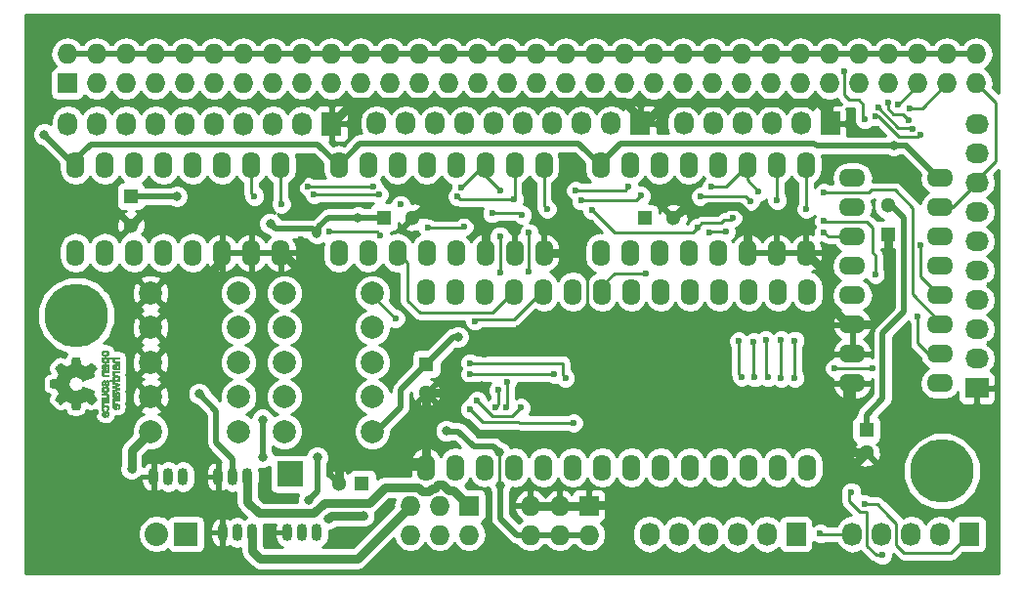
<source format=gbl>
G04 #@! TF.FileFunction,Copper,L2,Bot,Signal*
%FSLAX46Y46*%
G04 Gerber Fmt 4.6, Leading zero omitted, Abs format (unit mm)*
G04 Created by KiCad (PCBNEW 4.0.4-stable) date 11/21/16 16:02:36*
%MOMM*%
%LPD*%
G01*
G04 APERTURE LIST*
%ADD10C,0.100000*%
%ADD11C,0.010000*%
%ADD12C,0.600000*%
%ADD13R,1.727200X1.727200*%
%ADD14O,1.727200X1.727200*%
%ADD15R,2.032000X2.032000*%
%ADD16O,2.032000X2.032000*%
%ADD17R,1.727200X2.032000*%
%ADD18O,1.727200X2.032000*%
%ADD19O,1.600000X2.300000*%
%ADD20R,2.235200X2.235200*%
%ADD21O,0.899160X1.501140*%
%ADD22C,1.998980*%
%ADD23C,5.500000*%
%ADD24R,1.300000X1.300000*%
%ADD25C,1.300000*%
%ADD26R,2.032000X1.727200*%
%ADD27O,2.032000X1.727200*%
%ADD28O,2.300000X1.600000*%
%ADD29C,0.800000*%
%ADD30C,0.750000*%
%ADD31C,0.500000*%
%ADD32C,0.250000*%
G04 APERTURE END LIST*
D10*
D11*
G36*
X182569184Y-125716241D02*
X182582282Y-125742753D01*
X182605106Y-125775447D01*
X182629996Y-125799275D01*
X182661249Y-125815594D01*
X182703166Y-125825760D01*
X182760044Y-125831128D01*
X182836184Y-125833056D01*
X182868917Y-125833169D01*
X182940656Y-125832839D01*
X182991927Y-125831473D01*
X183027404Y-125828500D01*
X183051763Y-125823351D01*
X183069680Y-125815457D01*
X183081902Y-125807243D01*
X183133905Y-125754813D01*
X183165184Y-125693070D01*
X183174592Y-125626464D01*
X183160980Y-125559442D01*
X183151354Y-125538208D01*
X183124859Y-125487376D01*
X183540052Y-125487376D01*
X183520868Y-125524475D01*
X183506025Y-125573357D01*
X183502222Y-125633439D01*
X183509243Y-125693436D01*
X183525013Y-125738744D01*
X183555047Y-125776325D01*
X183598024Y-125808436D01*
X183602436Y-125810850D01*
X183623221Y-125821033D01*
X183644170Y-125828470D01*
X183669548Y-125833589D01*
X183703618Y-125836819D01*
X183750641Y-125838587D01*
X183814882Y-125839323D01*
X183887176Y-125839456D01*
X184117822Y-125839456D01*
X184117822Y-125701139D01*
X183692533Y-125701139D01*
X183659979Y-125662451D01*
X183633940Y-125622262D01*
X183629205Y-125584203D01*
X183641389Y-125545934D01*
X183653320Y-125525538D01*
X183670313Y-125510358D01*
X183695995Y-125499562D01*
X183733991Y-125492317D01*
X183787926Y-125487792D01*
X183861425Y-125485156D01*
X183910347Y-125484228D01*
X184111535Y-125481089D01*
X184115336Y-125415074D01*
X184119136Y-125349060D01*
X182870650Y-125349060D01*
X182870650Y-125487376D01*
X182940254Y-125490903D01*
X182988569Y-125502785D01*
X183018631Y-125524980D01*
X183033471Y-125559441D01*
X183036436Y-125594258D01*
X183033028Y-125633671D01*
X183019617Y-125659829D01*
X183001896Y-125676186D01*
X182982835Y-125689063D01*
X182961601Y-125696728D01*
X182931849Y-125700139D01*
X182887236Y-125700251D01*
X182849880Y-125699103D01*
X182793604Y-125696468D01*
X182756658Y-125692544D01*
X182733223Y-125685937D01*
X182717480Y-125675251D01*
X182708380Y-125665167D01*
X182688537Y-125623030D01*
X182685332Y-125573160D01*
X182692168Y-125544524D01*
X182716464Y-125516172D01*
X182763728Y-125497391D01*
X182833624Y-125488288D01*
X182870650Y-125487376D01*
X182870650Y-125349060D01*
X182558614Y-125349060D01*
X182558614Y-125418218D01*
X182560256Y-125459740D01*
X182566087Y-125481162D01*
X182577461Y-125487374D01*
X182577798Y-125487376D01*
X182588938Y-125490258D01*
X182587673Y-125502970D01*
X182575433Y-125528243D01*
X182556707Y-125587131D01*
X182554739Y-125653385D01*
X182569184Y-125716241D01*
X182569184Y-125716241D01*
G37*
X182569184Y-125716241D02*
X182582282Y-125742753D01*
X182605106Y-125775447D01*
X182629996Y-125799275D01*
X182661249Y-125815594D01*
X182703166Y-125825760D01*
X182760044Y-125831128D01*
X182836184Y-125833056D01*
X182868917Y-125833169D01*
X182940656Y-125832839D01*
X182991927Y-125831473D01*
X183027404Y-125828500D01*
X183051763Y-125823351D01*
X183069680Y-125815457D01*
X183081902Y-125807243D01*
X183133905Y-125754813D01*
X183165184Y-125693070D01*
X183174592Y-125626464D01*
X183160980Y-125559442D01*
X183151354Y-125538208D01*
X183124859Y-125487376D01*
X183540052Y-125487376D01*
X183520868Y-125524475D01*
X183506025Y-125573357D01*
X183502222Y-125633439D01*
X183509243Y-125693436D01*
X183525013Y-125738744D01*
X183555047Y-125776325D01*
X183598024Y-125808436D01*
X183602436Y-125810850D01*
X183623221Y-125821033D01*
X183644170Y-125828470D01*
X183669548Y-125833589D01*
X183703618Y-125836819D01*
X183750641Y-125838587D01*
X183814882Y-125839323D01*
X183887176Y-125839456D01*
X184117822Y-125839456D01*
X184117822Y-125701139D01*
X183692533Y-125701139D01*
X183659979Y-125662451D01*
X183633940Y-125622262D01*
X183629205Y-125584203D01*
X183641389Y-125545934D01*
X183653320Y-125525538D01*
X183670313Y-125510358D01*
X183695995Y-125499562D01*
X183733991Y-125492317D01*
X183787926Y-125487792D01*
X183861425Y-125485156D01*
X183910347Y-125484228D01*
X184111535Y-125481089D01*
X184115336Y-125415074D01*
X184119136Y-125349060D01*
X182870650Y-125349060D01*
X182870650Y-125487376D01*
X182940254Y-125490903D01*
X182988569Y-125502785D01*
X183018631Y-125524980D01*
X183033471Y-125559441D01*
X183036436Y-125594258D01*
X183033028Y-125633671D01*
X183019617Y-125659829D01*
X183001896Y-125676186D01*
X182982835Y-125689063D01*
X182961601Y-125696728D01*
X182931849Y-125700139D01*
X182887236Y-125700251D01*
X182849880Y-125699103D01*
X182793604Y-125696468D01*
X182756658Y-125692544D01*
X182733223Y-125685937D01*
X182717480Y-125675251D01*
X182708380Y-125665167D01*
X182688537Y-125623030D01*
X182685332Y-125573160D01*
X182692168Y-125544524D01*
X182716464Y-125516172D01*
X182763728Y-125497391D01*
X182833624Y-125488288D01*
X182870650Y-125487376D01*
X182870650Y-125349060D01*
X182558614Y-125349060D01*
X182558614Y-125418218D01*
X182560256Y-125459740D01*
X182566087Y-125481162D01*
X182577461Y-125487374D01*
X182577798Y-125487376D01*
X182588938Y-125490258D01*
X182587673Y-125502970D01*
X182575433Y-125528243D01*
X182556707Y-125587131D01*
X182554739Y-125653385D01*
X182569184Y-125716241D01*
G36*
X183506555Y-126240790D02*
X183522339Y-126299945D01*
X183550948Y-126344977D01*
X183588419Y-126376754D01*
X183604411Y-126386634D01*
X183621163Y-126393927D01*
X183642592Y-126399026D01*
X183672616Y-126402321D01*
X183715154Y-126404203D01*
X183774122Y-126405063D01*
X183853440Y-126405293D01*
X183874484Y-126405297D01*
X184117822Y-126405297D01*
X184117822Y-126344941D01*
X184115126Y-126306443D01*
X184108295Y-126277977D01*
X184104083Y-126270845D01*
X184096813Y-126251348D01*
X184104083Y-126231434D01*
X184113160Y-126198647D01*
X184116813Y-126151022D01*
X184115228Y-126098236D01*
X184108589Y-126049964D01*
X184100072Y-126021782D01*
X184065063Y-125967247D01*
X184016479Y-125933165D01*
X183951882Y-125917843D01*
X183950223Y-125917701D01*
X183921566Y-125919045D01*
X183921566Y-126040644D01*
X183954161Y-126051274D01*
X183972505Y-126068590D01*
X183986379Y-126103348D01*
X183991917Y-126149227D01*
X183989191Y-126196012D01*
X183978274Y-126233486D01*
X183971269Y-126243985D01*
X183938904Y-126262332D01*
X183902111Y-126266980D01*
X183853763Y-126266980D01*
X183853763Y-126197418D01*
X183858850Y-126131333D01*
X183873263Y-126081236D01*
X183895729Y-126050071D01*
X183921566Y-126040644D01*
X183921566Y-125919045D01*
X183879647Y-125921013D01*
X183823845Y-125944290D01*
X183781647Y-125988052D01*
X183777808Y-125994101D01*
X183765309Y-126020093D01*
X183757740Y-126052265D01*
X183754061Y-126097240D01*
X183753216Y-126150669D01*
X183753169Y-126266980D01*
X183704411Y-126266980D01*
X183666581Y-126262047D01*
X183641236Y-126249457D01*
X183639887Y-126247983D01*
X183628800Y-126219966D01*
X183624503Y-126177674D01*
X183626615Y-126130936D01*
X183634756Y-126089582D01*
X183646965Y-126065043D01*
X183656746Y-126051747D01*
X183658613Y-126037706D01*
X183650600Y-126018329D01*
X183630739Y-125989024D01*
X183597063Y-125945197D01*
X183593909Y-125941175D01*
X183582236Y-125943236D01*
X183562822Y-125960432D01*
X183541248Y-125986567D01*
X183523096Y-126015448D01*
X183518809Y-126024522D01*
X183510256Y-126057620D01*
X183504155Y-126106120D01*
X183501708Y-126160305D01*
X183501703Y-126162839D01*
X183506555Y-126240790D01*
X183506555Y-126240790D01*
G37*
X183506555Y-126240790D02*
X183522339Y-126299945D01*
X183550948Y-126344977D01*
X183588419Y-126376754D01*
X183604411Y-126386634D01*
X183621163Y-126393927D01*
X183642592Y-126399026D01*
X183672616Y-126402321D01*
X183715154Y-126404203D01*
X183774122Y-126405063D01*
X183853440Y-126405293D01*
X183874484Y-126405297D01*
X184117822Y-126405297D01*
X184117822Y-126344941D01*
X184115126Y-126306443D01*
X184108295Y-126277977D01*
X184104083Y-126270845D01*
X184096813Y-126251348D01*
X184104083Y-126231434D01*
X184113160Y-126198647D01*
X184116813Y-126151022D01*
X184115228Y-126098236D01*
X184108589Y-126049964D01*
X184100072Y-126021782D01*
X184065063Y-125967247D01*
X184016479Y-125933165D01*
X183951882Y-125917843D01*
X183950223Y-125917701D01*
X183921566Y-125919045D01*
X183921566Y-126040644D01*
X183954161Y-126051274D01*
X183972505Y-126068590D01*
X183986379Y-126103348D01*
X183991917Y-126149227D01*
X183989191Y-126196012D01*
X183978274Y-126233486D01*
X183971269Y-126243985D01*
X183938904Y-126262332D01*
X183902111Y-126266980D01*
X183853763Y-126266980D01*
X183853763Y-126197418D01*
X183858850Y-126131333D01*
X183873263Y-126081236D01*
X183895729Y-126050071D01*
X183921566Y-126040644D01*
X183921566Y-125919045D01*
X183879647Y-125921013D01*
X183823845Y-125944290D01*
X183781647Y-125988052D01*
X183777808Y-125994101D01*
X183765309Y-126020093D01*
X183757740Y-126052265D01*
X183754061Y-126097240D01*
X183753216Y-126150669D01*
X183753169Y-126266980D01*
X183704411Y-126266980D01*
X183666581Y-126262047D01*
X183641236Y-126249457D01*
X183639887Y-126247983D01*
X183628800Y-126219966D01*
X183624503Y-126177674D01*
X183626615Y-126130936D01*
X183634756Y-126089582D01*
X183646965Y-126065043D01*
X183656746Y-126051747D01*
X183658613Y-126037706D01*
X183650600Y-126018329D01*
X183630739Y-125989024D01*
X183597063Y-125945197D01*
X183593909Y-125941175D01*
X183582236Y-125943236D01*
X183562822Y-125960432D01*
X183541248Y-125986567D01*
X183523096Y-126015448D01*
X183518809Y-126024522D01*
X183510256Y-126057620D01*
X183504155Y-126106120D01*
X183501708Y-126160305D01*
X183501703Y-126162839D01*
X183506555Y-126240790D01*
G36*
X183503020Y-126631644D02*
X183508660Y-126650461D01*
X183521053Y-126656527D01*
X183526647Y-126656782D01*
X183542230Y-126657871D01*
X183544676Y-126665368D01*
X183533993Y-126685619D01*
X183526694Y-126697649D01*
X183511063Y-126735600D01*
X183503334Y-126780928D01*
X183502740Y-126828456D01*
X183508513Y-126873005D01*
X183519884Y-126909398D01*
X183536088Y-126932457D01*
X183556355Y-126937004D01*
X183561843Y-126934709D01*
X183584626Y-126917980D01*
X183612647Y-126892037D01*
X183617177Y-126887345D01*
X183638005Y-126862617D01*
X183644735Y-126841282D01*
X183640038Y-126811445D01*
X183636917Y-126799492D01*
X183629421Y-126762295D01*
X183632792Y-126736141D01*
X183644681Y-126714054D01*
X183660635Y-126693822D01*
X183680700Y-126678921D01*
X183708702Y-126668566D01*
X183748467Y-126661971D01*
X183803823Y-126658351D01*
X183878594Y-126656922D01*
X183923740Y-126656782D01*
X184117822Y-126656782D01*
X184117822Y-126531040D01*
X183501683Y-126531040D01*
X183501683Y-126593911D01*
X183503020Y-126631644D01*
X183503020Y-126631644D01*
G37*
X183503020Y-126631644D02*
X183508660Y-126650461D01*
X183521053Y-126656527D01*
X183526647Y-126656782D01*
X183542230Y-126657871D01*
X183544676Y-126665368D01*
X183533993Y-126685619D01*
X183526694Y-126697649D01*
X183511063Y-126735600D01*
X183503334Y-126780928D01*
X183502740Y-126828456D01*
X183508513Y-126873005D01*
X183519884Y-126909398D01*
X183536088Y-126932457D01*
X183556355Y-126937004D01*
X183561843Y-126934709D01*
X183584626Y-126917980D01*
X183612647Y-126892037D01*
X183617177Y-126887345D01*
X183638005Y-126862617D01*
X183644735Y-126841282D01*
X183640038Y-126811445D01*
X183636917Y-126799492D01*
X183629421Y-126762295D01*
X183632792Y-126736141D01*
X183644681Y-126714054D01*
X183660635Y-126693822D01*
X183680700Y-126678921D01*
X183708702Y-126668566D01*
X183748467Y-126661971D01*
X183803823Y-126658351D01*
X183878594Y-126656922D01*
X183923740Y-126656782D01*
X184117822Y-126656782D01*
X184117822Y-126531040D01*
X183501683Y-126531040D01*
X183501683Y-126593911D01*
X183503020Y-126631644D01*
G36*
X184117822Y-127423812D02*
X184117822Y-127354654D01*
X184116645Y-127314512D01*
X184111772Y-127293606D01*
X184101186Y-127286078D01*
X184094029Y-127285495D01*
X184079676Y-127284226D01*
X184076923Y-127276221D01*
X184085771Y-127255185D01*
X184094029Y-127238827D01*
X184113597Y-127176023D01*
X184114729Y-127107752D01*
X184100135Y-127052248D01*
X184064877Y-127000562D01*
X184012835Y-126961162D01*
X183951450Y-126939587D01*
X183948018Y-126939038D01*
X183910571Y-126935833D01*
X183856813Y-126934239D01*
X183816155Y-126934367D01*
X183816155Y-127071721D01*
X183870194Y-127074903D01*
X183914735Y-127082141D01*
X183939888Y-127091940D01*
X183974260Y-127129011D01*
X183986582Y-127173026D01*
X183976618Y-127218416D01*
X183946895Y-127257203D01*
X183926905Y-127271892D01*
X183903050Y-127280481D01*
X183868230Y-127284504D01*
X183815930Y-127285495D01*
X183764139Y-127283722D01*
X183718634Y-127279037D01*
X183688181Y-127272397D01*
X183685452Y-127271290D01*
X183653000Y-127244509D01*
X183635183Y-127205421D01*
X183632306Y-127161685D01*
X183644674Y-127120962D01*
X183672593Y-127090913D01*
X183678148Y-127087796D01*
X183712022Y-127078039D01*
X183760728Y-127072723D01*
X183816155Y-127071721D01*
X183816155Y-126934367D01*
X183795540Y-126934432D01*
X183762563Y-126935336D01*
X183680981Y-126941486D01*
X183619730Y-126954267D01*
X183574449Y-126975529D01*
X183540779Y-127007122D01*
X183521014Y-127037793D01*
X183507120Y-127080646D01*
X183502354Y-127133944D01*
X183506236Y-127188520D01*
X183518282Y-127235208D01*
X183532693Y-127259876D01*
X183555878Y-127285495D01*
X183262773Y-127285495D01*
X183262773Y-127423812D01*
X184117822Y-127423812D01*
X184117822Y-127423812D01*
G37*
X184117822Y-127423812D02*
X184117822Y-127354654D01*
X184116645Y-127314512D01*
X184111772Y-127293606D01*
X184101186Y-127286078D01*
X184094029Y-127285495D01*
X184079676Y-127284226D01*
X184076923Y-127276221D01*
X184085771Y-127255185D01*
X184094029Y-127238827D01*
X184113597Y-127176023D01*
X184114729Y-127107752D01*
X184100135Y-127052248D01*
X184064877Y-127000562D01*
X184012835Y-126961162D01*
X183951450Y-126939587D01*
X183948018Y-126939038D01*
X183910571Y-126935833D01*
X183856813Y-126934239D01*
X183816155Y-126934367D01*
X183816155Y-127071721D01*
X183870194Y-127074903D01*
X183914735Y-127082141D01*
X183939888Y-127091940D01*
X183974260Y-127129011D01*
X183986582Y-127173026D01*
X183976618Y-127218416D01*
X183946895Y-127257203D01*
X183926905Y-127271892D01*
X183903050Y-127280481D01*
X183868230Y-127284504D01*
X183815930Y-127285495D01*
X183764139Y-127283722D01*
X183718634Y-127279037D01*
X183688181Y-127272397D01*
X183685452Y-127271290D01*
X183653000Y-127244509D01*
X183635183Y-127205421D01*
X183632306Y-127161685D01*
X183644674Y-127120962D01*
X183672593Y-127090913D01*
X183678148Y-127087796D01*
X183712022Y-127078039D01*
X183760728Y-127072723D01*
X183816155Y-127071721D01*
X183816155Y-126934367D01*
X183795540Y-126934432D01*
X183762563Y-126935336D01*
X183680981Y-126941486D01*
X183619730Y-126954267D01*
X183574449Y-126975529D01*
X183540779Y-127007122D01*
X183521014Y-127037793D01*
X183507120Y-127080646D01*
X183502354Y-127133944D01*
X183506236Y-127188520D01*
X183518282Y-127235208D01*
X183532693Y-127259876D01*
X183555878Y-127285495D01*
X183262773Y-127285495D01*
X183262773Y-127423812D01*
X184117822Y-127423812D01*
G36*
X183504237Y-127906524D02*
X183507971Y-127956255D01*
X183897773Y-128086291D01*
X183828614Y-128106678D01*
X183785874Y-128118946D01*
X183728115Y-128135085D01*
X183664625Y-128152512D01*
X183630570Y-128161726D01*
X183501683Y-128196388D01*
X183501683Y-128339391D01*
X183636857Y-128296646D01*
X183703342Y-128275596D01*
X183783539Y-128250167D01*
X183867193Y-128223610D01*
X183941782Y-128199902D01*
X184111535Y-128145902D01*
X184115328Y-128087598D01*
X184119122Y-128029295D01*
X184014734Y-127997679D01*
X183949889Y-127978182D01*
X183878400Y-127956904D01*
X183815263Y-127938308D01*
X183812750Y-127937574D01*
X183769969Y-127923684D01*
X183740779Y-127911429D01*
X183729741Y-127902846D01*
X183731018Y-127901082D01*
X183748130Y-127894891D01*
X183784787Y-127883128D01*
X183836378Y-127867225D01*
X183898294Y-127848614D01*
X183932352Y-127838543D01*
X184117822Y-127784007D01*
X184117822Y-127668264D01*
X183825471Y-127575737D01*
X183743462Y-127549744D01*
X183668987Y-127526066D01*
X183605544Y-127505820D01*
X183556632Y-127490126D01*
X183525749Y-127480102D01*
X183516726Y-127477055D01*
X183507487Y-127479467D01*
X183503441Y-127498408D01*
X183503846Y-127537823D01*
X183504152Y-127543993D01*
X183507971Y-127617086D01*
X183684010Y-127664957D01*
X183748211Y-127682553D01*
X183804649Y-127698277D01*
X183848422Y-127710746D01*
X183874630Y-127718574D01*
X183878903Y-127720020D01*
X183873990Y-127726014D01*
X183848532Y-127738101D01*
X183805997Y-127754893D01*
X183749850Y-127775003D01*
X183699130Y-127792003D01*
X183500504Y-127856794D01*
X183504237Y-127906524D01*
X183504237Y-127906524D01*
G37*
X183504237Y-127906524D02*
X183507971Y-127956255D01*
X183897773Y-128086291D01*
X183828614Y-128106678D01*
X183785874Y-128118946D01*
X183728115Y-128135085D01*
X183664625Y-128152512D01*
X183630570Y-128161726D01*
X183501683Y-128196388D01*
X183501683Y-128339391D01*
X183636857Y-128296646D01*
X183703342Y-128275596D01*
X183783539Y-128250167D01*
X183867193Y-128223610D01*
X183941782Y-128199902D01*
X184111535Y-128145902D01*
X184115328Y-128087598D01*
X184119122Y-128029295D01*
X184014734Y-127997679D01*
X183949889Y-127978182D01*
X183878400Y-127956904D01*
X183815263Y-127938308D01*
X183812750Y-127937574D01*
X183769969Y-127923684D01*
X183740779Y-127911429D01*
X183729741Y-127902846D01*
X183731018Y-127901082D01*
X183748130Y-127894891D01*
X183784787Y-127883128D01*
X183836378Y-127867225D01*
X183898294Y-127848614D01*
X183932352Y-127838543D01*
X184117822Y-127784007D01*
X184117822Y-127668264D01*
X183825471Y-127575737D01*
X183743462Y-127549744D01*
X183668987Y-127526066D01*
X183605544Y-127505820D01*
X183556632Y-127490126D01*
X183525749Y-127480102D01*
X183516726Y-127477055D01*
X183507487Y-127479467D01*
X183503441Y-127498408D01*
X183503846Y-127537823D01*
X183504152Y-127543993D01*
X183507971Y-127617086D01*
X183684010Y-127664957D01*
X183748211Y-127682553D01*
X183804649Y-127698277D01*
X183848422Y-127710746D01*
X183874630Y-127718574D01*
X183878903Y-127720020D01*
X183873990Y-127726014D01*
X183848532Y-127738101D01*
X183805997Y-127754893D01*
X183749850Y-127775003D01*
X183699130Y-127792003D01*
X183500504Y-127856794D01*
X183504237Y-127906524D01*
G36*
X183505417Y-128663411D02*
X183518290Y-128716411D01*
X183525110Y-128731731D01*
X183542974Y-128761428D01*
X183563093Y-128784220D01*
X183588962Y-128801083D01*
X183624073Y-128812998D01*
X183671920Y-128820942D01*
X183735996Y-128825894D01*
X183819794Y-128828831D01*
X183875768Y-128829947D01*
X184117822Y-128834052D01*
X184117822Y-128763932D01*
X184116038Y-128721393D01*
X184109942Y-128699476D01*
X184099706Y-128693812D01*
X184088637Y-128690821D01*
X184090754Y-128677451D01*
X184099629Y-128659233D01*
X184113233Y-128613624D01*
X184116899Y-128555007D01*
X184110903Y-128493354D01*
X184095521Y-128438638D01*
X184093386Y-128433730D01*
X184058255Y-128383723D01*
X184009419Y-128350756D01*
X183952333Y-128335587D01*
X183931824Y-128336746D01*
X183931824Y-128460508D01*
X183959425Y-128471413D01*
X183979204Y-128503745D01*
X183989819Y-128555910D01*
X183991228Y-128583787D01*
X183987620Y-128630247D01*
X183973597Y-128661129D01*
X183966931Y-128668664D01*
X183930666Y-128689076D01*
X183897773Y-128693812D01*
X183853763Y-128693812D01*
X183853763Y-128632513D01*
X183857395Y-128561256D01*
X183868818Y-128511276D01*
X183888824Y-128479696D01*
X183897743Y-128472626D01*
X183931824Y-128460508D01*
X183931824Y-128336746D01*
X183892456Y-128338971D01*
X183835244Y-128361663D01*
X183796580Y-128392624D01*
X183779864Y-128411376D01*
X183768878Y-128429733D01*
X183762180Y-128453619D01*
X183758326Y-128488957D01*
X183755873Y-128541669D01*
X183755168Y-128562577D01*
X183750879Y-128693812D01*
X183711158Y-128693620D01*
X183669405Y-128688537D01*
X183644158Y-128670162D01*
X183628030Y-128633039D01*
X183627742Y-128632043D01*
X183621400Y-128579410D01*
X183629684Y-128527906D01*
X183649827Y-128489630D01*
X183659773Y-128474272D01*
X183658397Y-128457730D01*
X183643987Y-128432275D01*
X183633817Y-128417328D01*
X183612088Y-128388091D01*
X183595800Y-128369980D01*
X183591137Y-128367074D01*
X183567005Y-128379040D01*
X183538185Y-128414396D01*
X183528461Y-128429753D01*
X183511714Y-128473901D01*
X183502227Y-128533398D01*
X183500095Y-128599487D01*
X183505417Y-128663411D01*
X183505417Y-128663411D01*
G37*
X183505417Y-128663411D02*
X183518290Y-128716411D01*
X183525110Y-128731731D01*
X183542974Y-128761428D01*
X183563093Y-128784220D01*
X183588962Y-128801083D01*
X183624073Y-128812998D01*
X183671920Y-128820942D01*
X183735996Y-128825894D01*
X183819794Y-128828831D01*
X183875768Y-128829947D01*
X184117822Y-128834052D01*
X184117822Y-128763932D01*
X184116038Y-128721393D01*
X184109942Y-128699476D01*
X184099706Y-128693812D01*
X184088637Y-128690821D01*
X184090754Y-128677451D01*
X184099629Y-128659233D01*
X184113233Y-128613624D01*
X184116899Y-128555007D01*
X184110903Y-128493354D01*
X184095521Y-128438638D01*
X184093386Y-128433730D01*
X184058255Y-128383723D01*
X184009419Y-128350756D01*
X183952333Y-128335587D01*
X183931824Y-128336746D01*
X183931824Y-128460508D01*
X183959425Y-128471413D01*
X183979204Y-128503745D01*
X183989819Y-128555910D01*
X183991228Y-128583787D01*
X183987620Y-128630247D01*
X183973597Y-128661129D01*
X183966931Y-128668664D01*
X183930666Y-128689076D01*
X183897773Y-128693812D01*
X183853763Y-128693812D01*
X183853763Y-128632513D01*
X183857395Y-128561256D01*
X183868818Y-128511276D01*
X183888824Y-128479696D01*
X183897743Y-128472626D01*
X183931824Y-128460508D01*
X183931824Y-128336746D01*
X183892456Y-128338971D01*
X183835244Y-128361663D01*
X183796580Y-128392624D01*
X183779864Y-128411376D01*
X183768878Y-128429733D01*
X183762180Y-128453619D01*
X183758326Y-128488957D01*
X183755873Y-128541669D01*
X183755168Y-128562577D01*
X183750879Y-128693812D01*
X183711158Y-128693620D01*
X183669405Y-128688537D01*
X183644158Y-128670162D01*
X183628030Y-128633039D01*
X183627742Y-128632043D01*
X183621400Y-128579410D01*
X183629684Y-128527906D01*
X183649827Y-128489630D01*
X183659773Y-128474272D01*
X183658397Y-128457730D01*
X183643987Y-128432275D01*
X183633817Y-128417328D01*
X183612088Y-128388091D01*
X183595800Y-128369980D01*
X183591137Y-128367074D01*
X183567005Y-128379040D01*
X183538185Y-128414396D01*
X183528461Y-128429753D01*
X183511714Y-128473901D01*
X183502227Y-128533398D01*
X183500095Y-128599487D01*
X183505417Y-128663411D01*
G36*
X183501486Y-129260255D02*
X183511015Y-129308595D01*
X183525125Y-129336114D01*
X183548568Y-129365064D01*
X183600571Y-129323876D01*
X183632064Y-129298482D01*
X183647428Y-129281238D01*
X183649776Y-129264102D01*
X183642217Y-129239027D01*
X183637941Y-129227257D01*
X183631631Y-129179270D01*
X183645156Y-129135324D01*
X183675710Y-129103060D01*
X183685452Y-129097819D01*
X183711258Y-129092112D01*
X183758817Y-129087706D01*
X183824758Y-129084811D01*
X183905710Y-129083631D01*
X183917226Y-129083614D01*
X184117822Y-129083614D01*
X184117822Y-128945297D01*
X183501683Y-128945297D01*
X183501683Y-129014456D01*
X183502725Y-129054333D01*
X183507358Y-129075107D01*
X183517849Y-129082789D01*
X183527745Y-129083614D01*
X183553806Y-129083614D01*
X183527745Y-129116745D01*
X183509965Y-129154735D01*
X183501174Y-129205770D01*
X183501486Y-129260255D01*
X183501486Y-129260255D01*
G37*
X183501486Y-129260255D02*
X183511015Y-129308595D01*
X183525125Y-129336114D01*
X183548568Y-129365064D01*
X183600571Y-129323876D01*
X183632064Y-129298482D01*
X183647428Y-129281238D01*
X183649776Y-129264102D01*
X183642217Y-129239027D01*
X183637941Y-129227257D01*
X183631631Y-129179270D01*
X183645156Y-129135324D01*
X183675710Y-129103060D01*
X183685452Y-129097819D01*
X183711258Y-129092112D01*
X183758817Y-129087706D01*
X183824758Y-129084811D01*
X183905710Y-129083631D01*
X183917226Y-129083614D01*
X184117822Y-129083614D01*
X184117822Y-128945297D01*
X183501683Y-128945297D01*
X183501683Y-129014456D01*
X183502725Y-129054333D01*
X183507358Y-129075107D01*
X183517849Y-129082789D01*
X183527745Y-129083614D01*
X183553806Y-129083614D01*
X183527745Y-129116745D01*
X183509965Y-129154735D01*
X183501174Y-129205770D01*
X183501486Y-129260255D01*
G36*
X183504970Y-129657581D02*
X183520597Y-129717685D01*
X183552848Y-129768021D01*
X183576940Y-129792393D01*
X183633895Y-129832345D01*
X183699965Y-129855242D01*
X183781182Y-129863108D01*
X183787748Y-129863148D01*
X183853763Y-129863218D01*
X183853763Y-129483264D01*
X183888342Y-129491363D01*
X183919659Y-129505987D01*
X183952291Y-129531581D01*
X183957500Y-129536935D01*
X183985694Y-129582943D01*
X183990475Y-129635410D01*
X183971926Y-129695803D01*
X183966931Y-129706040D01*
X183951745Y-129737439D01*
X183943094Y-129758470D01*
X183942293Y-129762139D01*
X183950063Y-129774948D01*
X183969072Y-129799378D01*
X183979460Y-129811779D01*
X184003321Y-129837476D01*
X184019077Y-129845915D01*
X184033571Y-129840058D01*
X184037534Y-129836928D01*
X184054879Y-129815725D01*
X184075959Y-129780738D01*
X184088265Y-129756337D01*
X184109946Y-129687072D01*
X184116971Y-129610388D01*
X184108647Y-129537765D01*
X184102686Y-129517426D01*
X184068952Y-129454476D01*
X184017045Y-129407815D01*
X183946459Y-129377173D01*
X183856692Y-129362282D01*
X183809753Y-129360647D01*
X183741413Y-129365421D01*
X183741413Y-129485990D01*
X183746465Y-129497652D01*
X183750429Y-129528998D01*
X183752768Y-129574571D01*
X183753169Y-129605446D01*
X183752783Y-129660981D01*
X183750975Y-129696033D01*
X183746773Y-129715262D01*
X183739203Y-129723330D01*
X183728218Y-129724901D01*
X183694381Y-129714121D01*
X183660940Y-129686980D01*
X183635272Y-129651277D01*
X183624772Y-129615560D01*
X183634086Y-129567048D01*
X183661013Y-129525053D01*
X183699827Y-129495936D01*
X183741413Y-129485990D01*
X183741413Y-129365421D01*
X183710236Y-129367599D01*
X183630949Y-129389055D01*
X183571263Y-129425470D01*
X183530549Y-129477297D01*
X183508179Y-129544990D01*
X183503871Y-129581662D01*
X183504970Y-129657581D01*
X183504970Y-129657581D01*
G37*
X183504970Y-129657581D02*
X183520597Y-129717685D01*
X183552848Y-129768021D01*
X183576940Y-129792393D01*
X183633895Y-129832345D01*
X183699965Y-129855242D01*
X183781182Y-129863108D01*
X183787748Y-129863148D01*
X183853763Y-129863218D01*
X183853763Y-129483264D01*
X183888342Y-129491363D01*
X183919659Y-129505987D01*
X183952291Y-129531581D01*
X183957500Y-129536935D01*
X183985694Y-129582943D01*
X183990475Y-129635410D01*
X183971926Y-129695803D01*
X183966931Y-129706040D01*
X183951745Y-129737439D01*
X183943094Y-129758470D01*
X183942293Y-129762139D01*
X183950063Y-129774948D01*
X183969072Y-129799378D01*
X183979460Y-129811779D01*
X184003321Y-129837476D01*
X184019077Y-129845915D01*
X184033571Y-129840058D01*
X184037534Y-129836928D01*
X184054879Y-129815725D01*
X184075959Y-129780738D01*
X184088265Y-129756337D01*
X184109946Y-129687072D01*
X184116971Y-129610388D01*
X184108647Y-129537765D01*
X184102686Y-129517426D01*
X184068952Y-129454476D01*
X184017045Y-129407815D01*
X183946459Y-129377173D01*
X183856692Y-129362282D01*
X183809753Y-129360647D01*
X183741413Y-129365421D01*
X183741413Y-129485990D01*
X183746465Y-129497652D01*
X183750429Y-129528998D01*
X183752768Y-129574571D01*
X183753169Y-129605446D01*
X183752783Y-129660981D01*
X183750975Y-129696033D01*
X183746773Y-129715262D01*
X183739203Y-129723330D01*
X183728218Y-129724901D01*
X183694381Y-129714121D01*
X183660940Y-129686980D01*
X183635272Y-129651277D01*
X183624772Y-129615560D01*
X183634086Y-129567048D01*
X183661013Y-129525053D01*
X183699827Y-129495936D01*
X183741413Y-129485990D01*
X183741413Y-129365421D01*
X183710236Y-129367599D01*
X183630949Y-129389055D01*
X183571263Y-129425470D01*
X183530549Y-129477297D01*
X183508179Y-129544990D01*
X183503871Y-129581662D01*
X183504970Y-129657581D01*
G36*
X182565148Y-125086739D02*
X182594231Y-125152521D01*
X182642793Y-125202460D01*
X182710908Y-125236626D01*
X182798651Y-125255093D01*
X182812351Y-125256417D01*
X182908939Y-125257454D01*
X182993602Y-125244007D01*
X183062221Y-125216892D01*
X183084294Y-125202373D01*
X183131011Y-125151799D01*
X183161268Y-125087391D01*
X183173824Y-125015334D01*
X183167439Y-124941815D01*
X183147772Y-124885928D01*
X183114629Y-124837868D01*
X183071175Y-124798588D01*
X183070158Y-124797908D01*
X183043338Y-124781956D01*
X183016368Y-124771590D01*
X182982332Y-124765312D01*
X182934310Y-124761627D01*
X182894931Y-124760003D01*
X182859219Y-124759328D01*
X182859219Y-124885045D01*
X182894770Y-124886274D01*
X182942094Y-124890734D01*
X182972465Y-124898603D01*
X182994072Y-124912793D01*
X183006694Y-124926083D01*
X183033122Y-124973198D01*
X183036653Y-125022495D01*
X183017639Y-125068407D01*
X182996331Y-125091362D01*
X182974859Y-125107904D01*
X182954313Y-125117579D01*
X182927574Y-125121826D01*
X182887523Y-125122080D01*
X182850638Y-125120772D01*
X182797947Y-125117957D01*
X182763772Y-125113495D01*
X182741480Y-125105452D01*
X182724442Y-125091897D01*
X182714703Y-125081155D01*
X182689123Y-125036223D01*
X182687847Y-124987751D01*
X182702999Y-124947106D01*
X182734642Y-124912433D01*
X182786620Y-124891776D01*
X182859219Y-124885045D01*
X182859219Y-124759328D01*
X182816621Y-124758521D01*
X182758056Y-124761052D01*
X182714007Y-124768638D01*
X182679248Y-124782319D01*
X182648551Y-124803135D01*
X182639436Y-124810853D01*
X182594021Y-124859111D01*
X182567493Y-124910872D01*
X182556379Y-124974172D01*
X182555471Y-125005039D01*
X182565148Y-125086739D01*
X182565148Y-125086739D01*
G37*
X182565148Y-125086739D02*
X182594231Y-125152521D01*
X182642793Y-125202460D01*
X182710908Y-125236626D01*
X182798651Y-125255093D01*
X182812351Y-125256417D01*
X182908939Y-125257454D01*
X182993602Y-125244007D01*
X183062221Y-125216892D01*
X183084294Y-125202373D01*
X183131011Y-125151799D01*
X183161268Y-125087391D01*
X183173824Y-125015334D01*
X183167439Y-124941815D01*
X183147772Y-124885928D01*
X183114629Y-124837868D01*
X183071175Y-124798588D01*
X183070158Y-124797908D01*
X183043338Y-124781956D01*
X183016368Y-124771590D01*
X182982332Y-124765312D01*
X182934310Y-124761627D01*
X182894931Y-124760003D01*
X182859219Y-124759328D01*
X182859219Y-124885045D01*
X182894770Y-124886274D01*
X182942094Y-124890734D01*
X182972465Y-124898603D01*
X182994072Y-124912793D01*
X183006694Y-124926083D01*
X183033122Y-124973198D01*
X183036653Y-125022495D01*
X183017639Y-125068407D01*
X182996331Y-125091362D01*
X182974859Y-125107904D01*
X182954313Y-125117579D01*
X182927574Y-125121826D01*
X182887523Y-125122080D01*
X182850638Y-125120772D01*
X182797947Y-125117957D01*
X182763772Y-125113495D01*
X182741480Y-125105452D01*
X182724442Y-125091897D01*
X182714703Y-125081155D01*
X182689123Y-125036223D01*
X182687847Y-124987751D01*
X182702999Y-124947106D01*
X182734642Y-124912433D01*
X182786620Y-124891776D01*
X182859219Y-124885045D01*
X182859219Y-124759328D01*
X182816621Y-124758521D01*
X182758056Y-124761052D01*
X182714007Y-124768638D01*
X182679248Y-124782319D01*
X182648551Y-124803135D01*
X182639436Y-124810853D01*
X182594021Y-124859111D01*
X182567493Y-124910872D01*
X182556379Y-124974172D01*
X182555471Y-125005039D01*
X182565148Y-125086739D01*
G36*
X182572614Y-126268301D02*
X182578514Y-126280832D01*
X182610283Y-126324201D01*
X182656646Y-126365210D01*
X182707696Y-126395832D01*
X182731166Y-126404541D01*
X182773091Y-126412488D01*
X182823757Y-126417226D01*
X182844679Y-126417801D01*
X182910693Y-126417871D01*
X182910693Y-126037917D01*
X182945273Y-126046017D01*
X182986170Y-126065896D01*
X183021514Y-126100653D01*
X183044282Y-126142002D01*
X183049010Y-126168351D01*
X183043273Y-126204084D01*
X183028882Y-126246718D01*
X183022262Y-126261201D01*
X182995513Y-126314760D01*
X183030376Y-126360467D01*
X183053955Y-126386842D01*
X183073417Y-126400876D01*
X183079129Y-126401586D01*
X183092973Y-126389049D01*
X183114012Y-126361572D01*
X183130425Y-126336634D01*
X183159930Y-126269336D01*
X183173284Y-126193890D01*
X183169812Y-126119112D01*
X183151663Y-126059505D01*
X183112784Y-125998059D01*
X183061595Y-125954392D01*
X182995367Y-125927074D01*
X182911371Y-125914678D01*
X182872936Y-125913579D01*
X182784861Y-125917978D01*
X182782299Y-125918518D01*
X182782299Y-126044418D01*
X182790558Y-126047885D01*
X182795113Y-126062137D01*
X182797065Y-126091530D01*
X182797517Y-126140425D01*
X182797525Y-126159252D01*
X182796843Y-126216533D01*
X182794364Y-126252859D01*
X182789443Y-126272396D01*
X182781434Y-126279310D01*
X182778862Y-126279555D01*
X182758423Y-126271664D01*
X182729789Y-126251915D01*
X182719763Y-126243425D01*
X182691408Y-126211906D01*
X182680259Y-126179051D01*
X182679327Y-126161349D01*
X182690981Y-126113461D01*
X182722285Y-126073301D01*
X182767752Y-126047827D01*
X182769233Y-126047375D01*
X182782299Y-126044418D01*
X182782299Y-125918518D01*
X182715510Y-125932608D01*
X182660025Y-125958962D01*
X182620639Y-125991193D01*
X182577931Y-126050783D01*
X182555109Y-126120832D01*
X182553046Y-126195339D01*
X182572614Y-126268301D01*
X182572614Y-126268301D01*
G37*
X182572614Y-126268301D02*
X182578514Y-126280832D01*
X182610283Y-126324201D01*
X182656646Y-126365210D01*
X182707696Y-126395832D01*
X182731166Y-126404541D01*
X182773091Y-126412488D01*
X182823757Y-126417226D01*
X182844679Y-126417801D01*
X182910693Y-126417871D01*
X182910693Y-126037917D01*
X182945273Y-126046017D01*
X182986170Y-126065896D01*
X183021514Y-126100653D01*
X183044282Y-126142002D01*
X183049010Y-126168351D01*
X183043273Y-126204084D01*
X183028882Y-126246718D01*
X183022262Y-126261201D01*
X182995513Y-126314760D01*
X183030376Y-126360467D01*
X183053955Y-126386842D01*
X183073417Y-126400876D01*
X183079129Y-126401586D01*
X183092973Y-126389049D01*
X183114012Y-126361572D01*
X183130425Y-126336634D01*
X183159930Y-126269336D01*
X183173284Y-126193890D01*
X183169812Y-126119112D01*
X183151663Y-126059505D01*
X183112784Y-125998059D01*
X183061595Y-125954392D01*
X182995367Y-125927074D01*
X182911371Y-125914678D01*
X182872936Y-125913579D01*
X182784861Y-125917978D01*
X182782299Y-125918518D01*
X182782299Y-126044418D01*
X182790558Y-126047885D01*
X182795113Y-126062137D01*
X182797065Y-126091530D01*
X182797517Y-126140425D01*
X182797525Y-126159252D01*
X182796843Y-126216533D01*
X182794364Y-126252859D01*
X182789443Y-126272396D01*
X182781434Y-126279310D01*
X182778862Y-126279555D01*
X182758423Y-126271664D01*
X182729789Y-126251915D01*
X182719763Y-126243425D01*
X182691408Y-126211906D01*
X182680259Y-126179051D01*
X182679327Y-126161349D01*
X182690981Y-126113461D01*
X182722285Y-126073301D01*
X182767752Y-126047827D01*
X182769233Y-126047375D01*
X182782299Y-126044418D01*
X182782299Y-125918518D01*
X182715510Y-125932608D01*
X182660025Y-125958962D01*
X182620639Y-125991193D01*
X182577931Y-126050783D01*
X182555109Y-126120832D01*
X182553046Y-126195339D01*
X182572614Y-126268301D01*
G36*
X182556452Y-127639017D02*
X182565482Y-127686634D01*
X182584370Y-127736034D01*
X182586777Y-127741312D01*
X182606476Y-127778774D01*
X182624781Y-127804717D01*
X182636508Y-127813103D01*
X182655632Y-127805117D01*
X182683850Y-127785720D01*
X182694384Y-127777110D01*
X182735847Y-127741628D01*
X182708858Y-127695885D01*
X182690878Y-127652350D01*
X182681267Y-127602050D01*
X182680660Y-127553812D01*
X182689691Y-127516467D01*
X182695327Y-127507505D01*
X182721171Y-127490437D01*
X182750941Y-127488363D01*
X182774197Y-127501134D01*
X182778708Y-127508688D01*
X182784309Y-127531325D01*
X182790892Y-127571115D01*
X182797183Y-127620166D01*
X182798170Y-127629215D01*
X182811798Y-127707996D01*
X182834946Y-127765136D01*
X182869752Y-127803030D01*
X182918354Y-127824079D01*
X182977718Y-127830635D01*
X183045198Y-127821577D01*
X183098188Y-127792164D01*
X183136783Y-127742278D01*
X183161081Y-127671800D01*
X183170667Y-127593565D01*
X183170552Y-127529766D01*
X183161845Y-127478016D01*
X183149825Y-127442673D01*
X183128880Y-127398017D01*
X183104574Y-127356747D01*
X183093876Y-127342079D01*
X183063084Y-127304357D01*
X183017049Y-127349852D01*
X182971013Y-127395347D01*
X183005243Y-127447072D01*
X183030952Y-127498952D01*
X183044399Y-127554351D01*
X183045818Y-127607605D01*
X183035443Y-127653049D01*
X183013507Y-127685016D01*
X182994998Y-127695338D01*
X182965314Y-127693789D01*
X182942615Y-127668140D01*
X182926940Y-127618460D01*
X182919695Y-127564031D01*
X182905873Y-127480264D01*
X182879796Y-127418033D01*
X182840699Y-127376507D01*
X182787820Y-127354853D01*
X182725126Y-127351853D01*
X182659642Y-127366671D01*
X182610144Y-127400454D01*
X182576408Y-127453505D01*
X182558207Y-127526126D01*
X182554639Y-127579928D01*
X182556452Y-127639017D01*
X182556452Y-127639017D01*
G37*
X182556452Y-127639017D02*
X182565482Y-127686634D01*
X182584370Y-127736034D01*
X182586777Y-127741312D01*
X182606476Y-127778774D01*
X182624781Y-127804717D01*
X182636508Y-127813103D01*
X182655632Y-127805117D01*
X182683850Y-127785720D01*
X182694384Y-127777110D01*
X182735847Y-127741628D01*
X182708858Y-127695885D01*
X182690878Y-127652350D01*
X182681267Y-127602050D01*
X182680660Y-127553812D01*
X182689691Y-127516467D01*
X182695327Y-127507505D01*
X182721171Y-127490437D01*
X182750941Y-127488363D01*
X182774197Y-127501134D01*
X182778708Y-127508688D01*
X182784309Y-127531325D01*
X182790892Y-127571115D01*
X182797183Y-127620166D01*
X182798170Y-127629215D01*
X182811798Y-127707996D01*
X182834946Y-127765136D01*
X182869752Y-127803030D01*
X182918354Y-127824079D01*
X182977718Y-127830635D01*
X183045198Y-127821577D01*
X183098188Y-127792164D01*
X183136783Y-127742278D01*
X183161081Y-127671800D01*
X183170667Y-127593565D01*
X183170552Y-127529766D01*
X183161845Y-127478016D01*
X183149825Y-127442673D01*
X183128880Y-127398017D01*
X183104574Y-127356747D01*
X183093876Y-127342079D01*
X183063084Y-127304357D01*
X183017049Y-127349852D01*
X182971013Y-127395347D01*
X183005243Y-127447072D01*
X183030952Y-127498952D01*
X183044399Y-127554351D01*
X183045818Y-127607605D01*
X183035443Y-127653049D01*
X183013507Y-127685016D01*
X182994998Y-127695338D01*
X182965314Y-127693789D01*
X182942615Y-127668140D01*
X182926940Y-127618460D01*
X182919695Y-127564031D01*
X182905873Y-127480264D01*
X182879796Y-127418033D01*
X182840699Y-127376507D01*
X182787820Y-127354853D01*
X182725126Y-127351853D01*
X182659642Y-127366671D01*
X182610144Y-127400454D01*
X182576408Y-127453505D01*
X182558207Y-127526126D01*
X182554639Y-127579928D01*
X182556452Y-127639017D01*
G36*
X182566055Y-128235762D02*
X182600692Y-128299363D01*
X182655372Y-128349123D01*
X182699842Y-128372568D01*
X182739121Y-128382634D01*
X182795116Y-128389156D01*
X182859621Y-128391951D01*
X182924429Y-128390836D01*
X182981334Y-128385626D01*
X183011727Y-128379541D01*
X183053306Y-128359014D01*
X183097468Y-128323463D01*
X183136087Y-128280619D01*
X183161034Y-128238211D01*
X183161430Y-128237177D01*
X183172331Y-128184553D01*
X183172601Y-128122188D01*
X183162676Y-128062924D01*
X183154722Y-128040040D01*
X183121300Y-127981102D01*
X183077511Y-127938890D01*
X183019538Y-127911156D01*
X182943565Y-127895651D01*
X182903771Y-127892143D01*
X182853766Y-127892590D01*
X182853766Y-128027376D01*
X182926732Y-128031917D01*
X182982334Y-128044986D01*
X183017861Y-128065756D01*
X183028020Y-128080552D01*
X183035104Y-128118464D01*
X183033007Y-128163527D01*
X183022812Y-128202487D01*
X183017204Y-128212704D01*
X182984538Y-128239659D01*
X182934545Y-128257451D01*
X182873705Y-128265024D01*
X182808497Y-128261325D01*
X182769253Y-128253057D01*
X182723805Y-128229320D01*
X182695396Y-128191849D01*
X182685573Y-128146720D01*
X182695887Y-128100011D01*
X182721112Y-128064132D01*
X182741925Y-128045277D01*
X182762439Y-128034272D01*
X182790203Y-128029026D01*
X182832762Y-128027449D01*
X182853766Y-128027376D01*
X182853766Y-127892590D01*
X182797580Y-127893094D01*
X182710501Y-127910388D01*
X182642530Y-127944029D01*
X182593664Y-127994018D01*
X182563899Y-128060356D01*
X182560448Y-128074601D01*
X182552345Y-128160210D01*
X182566055Y-128235762D01*
X182566055Y-128235762D01*
G37*
X182566055Y-128235762D02*
X182600692Y-128299363D01*
X182655372Y-128349123D01*
X182699842Y-128372568D01*
X182739121Y-128382634D01*
X182795116Y-128389156D01*
X182859621Y-128391951D01*
X182924429Y-128390836D01*
X182981334Y-128385626D01*
X183011727Y-128379541D01*
X183053306Y-128359014D01*
X183097468Y-128323463D01*
X183136087Y-128280619D01*
X183161034Y-128238211D01*
X183161430Y-128237177D01*
X183172331Y-128184553D01*
X183172601Y-128122188D01*
X183162676Y-128062924D01*
X183154722Y-128040040D01*
X183121300Y-127981102D01*
X183077511Y-127938890D01*
X183019538Y-127911156D01*
X182943565Y-127895651D01*
X182903771Y-127892143D01*
X182853766Y-127892590D01*
X182853766Y-128027376D01*
X182926732Y-128031917D01*
X182982334Y-128044986D01*
X183017861Y-128065756D01*
X183028020Y-128080552D01*
X183035104Y-128118464D01*
X183033007Y-128163527D01*
X183022812Y-128202487D01*
X183017204Y-128212704D01*
X182984538Y-128239659D01*
X182934545Y-128257451D01*
X182873705Y-128265024D01*
X182808497Y-128261325D01*
X182769253Y-128253057D01*
X182723805Y-128229320D01*
X182695396Y-128191849D01*
X182685573Y-128146720D01*
X182695887Y-128100011D01*
X182721112Y-128064132D01*
X182741925Y-128045277D01*
X182762439Y-128034272D01*
X182790203Y-128029026D01*
X182832762Y-128027449D01*
X182853766Y-128027376D01*
X182853766Y-127892590D01*
X182797580Y-127893094D01*
X182710501Y-127910388D01*
X182642530Y-127944029D01*
X182593664Y-127994018D01*
X182563899Y-128060356D01*
X182560448Y-128074601D01*
X182552345Y-128160210D01*
X182566055Y-128235762D01*
G36*
X182754342Y-128618367D02*
X182846563Y-128619555D01*
X182916610Y-128623897D01*
X182967381Y-128632558D01*
X183001772Y-128646704D01*
X183022679Y-128667500D01*
X183033000Y-128696110D01*
X183035636Y-128731535D01*
X183032682Y-128768636D01*
X183021889Y-128796818D01*
X183000360Y-128817243D01*
X182965199Y-128831079D01*
X182913510Y-128839491D01*
X182842394Y-128843643D01*
X182754342Y-128844703D01*
X182558614Y-128844703D01*
X182558614Y-128983020D01*
X183162179Y-128983020D01*
X183162179Y-128913862D01*
X183160489Y-128872170D01*
X183154556Y-128850701D01*
X183143293Y-128844703D01*
X183133261Y-128841091D01*
X183135383Y-128826714D01*
X183149580Y-128797736D01*
X183171480Y-128731319D01*
X183169928Y-128660875D01*
X183146147Y-128593377D01*
X183127362Y-128561233D01*
X183107022Y-128536715D01*
X183081573Y-128518804D01*
X183047458Y-128506479D01*
X183001121Y-128498723D01*
X182939007Y-128494516D01*
X182857561Y-128492840D01*
X182794578Y-128492624D01*
X182558614Y-128492624D01*
X182558614Y-128618367D01*
X182754342Y-128618367D01*
X182754342Y-128618367D01*
G37*
X182754342Y-128618367D02*
X182846563Y-128619555D01*
X182916610Y-128623897D01*
X182967381Y-128632558D01*
X183001772Y-128646704D01*
X183022679Y-128667500D01*
X183033000Y-128696110D01*
X183035636Y-128731535D01*
X183032682Y-128768636D01*
X183021889Y-128796818D01*
X183000360Y-128817243D01*
X182965199Y-128831079D01*
X182913510Y-128839491D01*
X182842394Y-128843643D01*
X182754342Y-128844703D01*
X182558614Y-128844703D01*
X182558614Y-128983020D01*
X183162179Y-128983020D01*
X183162179Y-128913862D01*
X183160489Y-128872170D01*
X183154556Y-128850701D01*
X183143293Y-128844703D01*
X183133261Y-128841091D01*
X183135383Y-128826714D01*
X183149580Y-128797736D01*
X183171480Y-128731319D01*
X183169928Y-128660875D01*
X183146147Y-128593377D01*
X183127362Y-128561233D01*
X183107022Y-128536715D01*
X183081573Y-128518804D01*
X183047458Y-128506479D01*
X183001121Y-128498723D01*
X182939007Y-128494516D01*
X182857561Y-128492840D01*
X182794578Y-128492624D01*
X182558614Y-128492624D01*
X182558614Y-128618367D01*
X182754342Y-128618367D01*
G36*
X182563880Y-129842226D02*
X182594830Y-129915080D01*
X182609895Y-129938027D01*
X182633048Y-129967354D01*
X182651253Y-129985764D01*
X182657183Y-129988961D01*
X182670340Y-129979935D01*
X182692667Y-129956837D01*
X182708250Y-129938344D01*
X182748926Y-129887728D01*
X182715295Y-129847760D01*
X182693584Y-129816874D01*
X182686090Y-129786759D01*
X182687920Y-129752292D01*
X182701528Y-129697561D01*
X182729772Y-129659886D01*
X182775433Y-129636991D01*
X182841289Y-129626597D01*
X182841331Y-129626595D01*
X182914939Y-129627494D01*
X182968946Y-129641463D01*
X183005716Y-129669328D01*
X183018168Y-129688325D01*
X183033673Y-129738776D01*
X183033683Y-129792663D01*
X183018638Y-129839546D01*
X183011287Y-129850644D01*
X182992511Y-129878476D01*
X182989434Y-129900236D01*
X183003409Y-129923704D01*
X183028510Y-129949649D01*
X183070880Y-129990716D01*
X183108464Y-129945121D01*
X183150882Y-129874674D01*
X183171785Y-129795233D01*
X183170272Y-129712215D01*
X183156411Y-129657694D01*
X183122135Y-129593970D01*
X183068212Y-129543005D01*
X183030149Y-129519851D01*
X182975536Y-129501099D01*
X182906369Y-129491715D01*
X182831407Y-129491643D01*
X182759409Y-129500824D01*
X182699137Y-129519199D01*
X182692958Y-129522093D01*
X182632351Y-129564952D01*
X182588224Y-129622979D01*
X182561493Y-129691591D01*
X182553073Y-129766201D01*
X182563880Y-129842226D01*
X182563880Y-129842226D01*
G37*
X182563880Y-129842226D02*
X182594830Y-129915080D01*
X182609895Y-129938027D01*
X182633048Y-129967354D01*
X182651253Y-129985764D01*
X182657183Y-129988961D01*
X182670340Y-129979935D01*
X182692667Y-129956837D01*
X182708250Y-129938344D01*
X182748926Y-129887728D01*
X182715295Y-129847760D01*
X182693584Y-129816874D01*
X182686090Y-129786759D01*
X182687920Y-129752292D01*
X182701528Y-129697561D01*
X182729772Y-129659886D01*
X182775433Y-129636991D01*
X182841289Y-129626597D01*
X182841331Y-129626595D01*
X182914939Y-129627494D01*
X182968946Y-129641463D01*
X183005716Y-129669328D01*
X183018168Y-129688325D01*
X183033673Y-129738776D01*
X183033683Y-129792663D01*
X183018638Y-129839546D01*
X183011287Y-129850644D01*
X182992511Y-129878476D01*
X182989434Y-129900236D01*
X183003409Y-129923704D01*
X183028510Y-129949649D01*
X183070880Y-129990716D01*
X183108464Y-129945121D01*
X183150882Y-129874674D01*
X183171785Y-129795233D01*
X183170272Y-129712215D01*
X183156411Y-129657694D01*
X183122135Y-129593970D01*
X183068212Y-129543005D01*
X183030149Y-129519851D01*
X182975536Y-129501099D01*
X182906369Y-129491715D01*
X182831407Y-129491643D01*
X182759409Y-129500824D01*
X182699137Y-129519199D01*
X182692958Y-129522093D01*
X182632351Y-129564952D01*
X182588224Y-129622979D01*
X182561493Y-129691591D01*
X182553073Y-129766201D01*
X182563880Y-129842226D01*
G36*
X182556457Y-130302898D02*
X182564279Y-130335096D01*
X182592921Y-130396825D01*
X182636667Y-130449610D01*
X182689117Y-130486141D01*
X182700893Y-130491160D01*
X182731740Y-130498045D01*
X182777371Y-130502864D01*
X182823492Y-130504505D01*
X182910693Y-130504505D01*
X182910693Y-130322178D01*
X182910978Y-130246979D01*
X182912704Y-130194003D01*
X182917181Y-130160325D01*
X182925720Y-130143020D01*
X182939630Y-130139163D01*
X182960222Y-130145829D01*
X182984315Y-130157770D01*
X183024525Y-130191080D01*
X183044558Y-130237368D01*
X183043905Y-130293944D01*
X183022101Y-130358031D01*
X182995193Y-130413417D01*
X183031532Y-130459375D01*
X183067872Y-130505333D01*
X183107819Y-130462096D01*
X183145563Y-130404374D01*
X183168320Y-130333386D01*
X183174688Y-130257029D01*
X183163268Y-130183199D01*
X183159393Y-130171287D01*
X183125506Y-130106399D01*
X183074986Y-130058130D01*
X183006325Y-130025465D01*
X182918014Y-130007385D01*
X182916121Y-130007175D01*
X182819878Y-130005556D01*
X182785542Y-130012100D01*
X182785542Y-130139852D01*
X182790822Y-130151584D01*
X182794867Y-130183438D01*
X182797176Y-130230397D01*
X182797525Y-130260154D01*
X182797306Y-130315648D01*
X182795916Y-130350346D01*
X182792251Y-130368601D01*
X182785210Y-130374766D01*
X182773690Y-130373195D01*
X182769233Y-130371878D01*
X182727355Y-130349382D01*
X182693604Y-130314003D01*
X182678773Y-130282780D01*
X182679668Y-130241301D01*
X182698164Y-130199269D01*
X182728786Y-130164012D01*
X182766062Y-130142854D01*
X182785542Y-130139852D01*
X182785542Y-130012100D01*
X182735229Y-130021690D01*
X182664191Y-130053698D01*
X182608779Y-130099701D01*
X182571009Y-130157821D01*
X182552896Y-130226180D01*
X182556457Y-130302898D01*
X182556457Y-130302898D01*
G37*
X182556457Y-130302898D02*
X182564279Y-130335096D01*
X182592921Y-130396825D01*
X182636667Y-130449610D01*
X182689117Y-130486141D01*
X182700893Y-130491160D01*
X182731740Y-130498045D01*
X182777371Y-130502864D01*
X182823492Y-130504505D01*
X182910693Y-130504505D01*
X182910693Y-130322178D01*
X182910978Y-130246979D01*
X182912704Y-130194003D01*
X182917181Y-130160325D01*
X182925720Y-130143020D01*
X182939630Y-130139163D01*
X182960222Y-130145829D01*
X182984315Y-130157770D01*
X183024525Y-130191080D01*
X183044558Y-130237368D01*
X183043905Y-130293944D01*
X183022101Y-130358031D01*
X182995193Y-130413417D01*
X183031532Y-130459375D01*
X183067872Y-130505333D01*
X183107819Y-130462096D01*
X183145563Y-130404374D01*
X183168320Y-130333386D01*
X183174688Y-130257029D01*
X183163268Y-130183199D01*
X183159393Y-130171287D01*
X183125506Y-130106399D01*
X183074986Y-130058130D01*
X183006325Y-130025465D01*
X182918014Y-130007385D01*
X182916121Y-130007175D01*
X182819878Y-130005556D01*
X182785542Y-130012100D01*
X182785542Y-130139852D01*
X182790822Y-130151584D01*
X182794867Y-130183438D01*
X182797176Y-130230397D01*
X182797525Y-130260154D01*
X182797306Y-130315648D01*
X182795916Y-130350346D01*
X182792251Y-130368601D01*
X182785210Y-130374766D01*
X182773690Y-130373195D01*
X182769233Y-130371878D01*
X182727355Y-130349382D01*
X182693604Y-130314003D01*
X182678773Y-130282780D01*
X182679668Y-130241301D01*
X182698164Y-130199269D01*
X182728786Y-130164012D01*
X182766062Y-130142854D01*
X182785542Y-130139852D01*
X182785542Y-130012100D01*
X182735229Y-130021690D01*
X182664191Y-130053698D01*
X182608779Y-130099701D01*
X182571009Y-130157821D01*
X182552896Y-130226180D01*
X182556457Y-130302898D01*
G36*
X182569002Y-126870988D02*
X182583950Y-126902283D01*
X182605541Y-126932591D01*
X182630391Y-126955682D01*
X182662087Y-126972500D01*
X182704214Y-126983994D01*
X182760358Y-126991109D01*
X182834106Y-126994793D01*
X182929044Y-126995992D01*
X182938985Y-126996011D01*
X183162179Y-126996287D01*
X183162179Y-126857970D01*
X182956418Y-126857970D01*
X182880189Y-126857872D01*
X182824939Y-126857191D01*
X182786501Y-126855349D01*
X182760706Y-126851767D01*
X182743384Y-126845868D01*
X182730368Y-126837073D01*
X182717507Y-126824820D01*
X182689873Y-126781953D01*
X182684745Y-126735157D01*
X182702217Y-126690576D01*
X182715221Y-126675072D01*
X182727447Y-126663690D01*
X182740540Y-126655519D01*
X182758615Y-126650026D01*
X182785787Y-126646680D01*
X182826170Y-126644949D01*
X182883879Y-126644303D01*
X182954132Y-126644208D01*
X183162179Y-126644208D01*
X183162179Y-126505891D01*
X182558614Y-126505891D01*
X182558614Y-126575050D01*
X182560256Y-126616572D01*
X182566087Y-126637994D01*
X182577461Y-126644205D01*
X182577798Y-126644208D01*
X182588938Y-126647090D01*
X182587674Y-126659801D01*
X182575434Y-126685074D01*
X182557424Y-126742395D01*
X182555421Y-126807963D01*
X182569002Y-126870988D01*
X182569002Y-126870988D01*
G37*
X182569002Y-126870988D02*
X182583950Y-126902283D01*
X182605541Y-126932591D01*
X182630391Y-126955682D01*
X182662087Y-126972500D01*
X182704214Y-126983994D01*
X182760358Y-126991109D01*
X182834106Y-126994793D01*
X182929044Y-126995992D01*
X182938985Y-126996011D01*
X183162179Y-126996287D01*
X183162179Y-126857970D01*
X182956418Y-126857970D01*
X182880189Y-126857872D01*
X182824939Y-126857191D01*
X182786501Y-126855349D01*
X182760706Y-126851767D01*
X182743384Y-126845868D01*
X182730368Y-126837073D01*
X182717507Y-126824820D01*
X182689873Y-126781953D01*
X182684745Y-126735157D01*
X182702217Y-126690576D01*
X182715221Y-126675072D01*
X182727447Y-126663690D01*
X182740540Y-126655519D01*
X182758615Y-126650026D01*
X182785787Y-126646680D01*
X182826170Y-126644949D01*
X182883879Y-126644303D01*
X182954132Y-126644208D01*
X183162179Y-126644208D01*
X183162179Y-126505891D01*
X182558614Y-126505891D01*
X182558614Y-126575050D01*
X182560256Y-126616572D01*
X182566087Y-126637994D01*
X182577461Y-126644205D01*
X182577798Y-126644208D01*
X182588938Y-126647090D01*
X182587674Y-126659801D01*
X182575434Y-126685074D01*
X182557424Y-126742395D01*
X182555421Y-126807963D01*
X182569002Y-126870988D01*
G36*
X182558030Y-129424460D02*
X182571245Y-129467711D01*
X182587941Y-129495558D01*
X182601145Y-129504629D01*
X182616797Y-129502132D01*
X182641385Y-129485931D01*
X182658800Y-129472232D01*
X182690283Y-129443992D01*
X182703529Y-129422775D01*
X182702664Y-129404688D01*
X182689010Y-129351035D01*
X182689630Y-129311630D01*
X182705104Y-129279632D01*
X182714161Y-129268890D01*
X182746027Y-129234505D01*
X183162179Y-129234505D01*
X183162179Y-129096188D01*
X182558614Y-129096188D01*
X182558614Y-129165347D01*
X182560256Y-129206869D01*
X182566087Y-129228291D01*
X182577461Y-129234502D01*
X182577798Y-129234505D01*
X182589713Y-129237439D01*
X182588159Y-129250704D01*
X182579563Y-129269084D01*
X182563568Y-129307046D01*
X182553945Y-129337872D01*
X182551478Y-129377536D01*
X182558030Y-129424460D01*
X182558030Y-129424460D01*
G37*
X182558030Y-129424460D02*
X182571245Y-129467711D01*
X182587941Y-129495558D01*
X182601145Y-129504629D01*
X182616797Y-129502132D01*
X182641385Y-129485931D01*
X182658800Y-129472232D01*
X182690283Y-129443992D01*
X182703529Y-129422775D01*
X182702664Y-129404688D01*
X182689010Y-129351035D01*
X182689630Y-129311630D01*
X182705104Y-129279632D01*
X182714161Y-129268890D01*
X182746027Y-129234505D01*
X183162179Y-129234505D01*
X183162179Y-129096188D01*
X182558614Y-129096188D01*
X182558614Y-129165347D01*
X182560256Y-129206869D01*
X182566087Y-129228291D01*
X182577461Y-129234502D01*
X182577798Y-129234505D01*
X182589713Y-129237439D01*
X182588159Y-129250704D01*
X182579563Y-129269084D01*
X182563568Y-129307046D01*
X182553945Y-129337872D01*
X182551478Y-129377536D01*
X182558030Y-129424460D01*
G36*
X178390018Y-128001964D02*
X178691570Y-128058812D01*
X178864512Y-128478338D01*
X178693395Y-128729984D01*
X178645750Y-128800458D01*
X178603210Y-128864163D01*
X178567715Y-128918126D01*
X178541210Y-128959373D01*
X178525636Y-128984934D01*
X178522278Y-128991895D01*
X178530914Y-129004435D01*
X178554792Y-129031231D01*
X178590859Y-129069280D01*
X178636067Y-129115579D01*
X178687364Y-129167123D01*
X178741701Y-129220909D01*
X178796028Y-129273935D01*
X178847295Y-129323195D01*
X178892451Y-129365687D01*
X178928446Y-129398407D01*
X178952230Y-129418351D01*
X178960190Y-129423119D01*
X178974865Y-129416257D01*
X179007014Y-129397020D01*
X179053492Y-129367430D01*
X179111156Y-129329510D01*
X179176860Y-129285282D01*
X179214336Y-129259654D01*
X179282768Y-129212941D01*
X179344520Y-129171432D01*
X179396519Y-129137140D01*
X179435692Y-129112080D01*
X179458965Y-129098264D01*
X179463855Y-129096188D01*
X179477755Y-129100895D01*
X179510150Y-129113723D01*
X179556485Y-129132738D01*
X179612206Y-129156003D01*
X179672758Y-129181584D01*
X179733586Y-129207545D01*
X179790136Y-129231950D01*
X179837852Y-129252863D01*
X179872181Y-129268349D01*
X179888568Y-129276472D01*
X179889212Y-129276952D01*
X179892341Y-129289707D01*
X179899321Y-129323677D01*
X179909467Y-129375340D01*
X179922092Y-129441176D01*
X179936509Y-129517664D01*
X179944823Y-129562290D01*
X179960384Y-129644021D01*
X179975192Y-129717843D01*
X179988436Y-129780021D01*
X179999305Y-129826822D01*
X180006989Y-129854509D01*
X180009427Y-129860074D01*
X180025930Y-129865526D01*
X180063200Y-129869924D01*
X180116880Y-129873272D01*
X180182612Y-129875574D01*
X180256037Y-129876832D01*
X180332796Y-129877048D01*
X180408532Y-129876227D01*
X180478886Y-129874371D01*
X180539500Y-129871482D01*
X180586016Y-129867565D01*
X180614075Y-129862622D01*
X180619916Y-129859657D01*
X180626917Y-129841934D01*
X180636927Y-129804381D01*
X180648769Y-129751964D01*
X180661267Y-129689652D01*
X180665310Y-129667900D01*
X180684520Y-129563024D01*
X180699991Y-129480180D01*
X180712337Y-129416630D01*
X180722173Y-129369637D01*
X180730114Y-129336463D01*
X180736776Y-129314371D01*
X180742773Y-129300624D01*
X180748719Y-129292484D01*
X180749894Y-129291345D01*
X180768826Y-129279977D01*
X180805669Y-129262635D01*
X180855913Y-129241050D01*
X180915046Y-129216954D01*
X180978556Y-129192079D01*
X181041932Y-129168157D01*
X181100662Y-129146919D01*
X181150235Y-129130097D01*
X181186139Y-129119422D01*
X181203862Y-129116627D01*
X181204483Y-129116860D01*
X181218970Y-129126331D01*
X181250844Y-129147818D01*
X181296789Y-129179063D01*
X181353485Y-129217807D01*
X181417617Y-129261793D01*
X181435842Y-129274319D01*
X181501914Y-129318984D01*
X181562200Y-129358288D01*
X181613235Y-129390088D01*
X181651560Y-129412245D01*
X181673711Y-129422617D01*
X181676432Y-129423119D01*
X181690736Y-129414405D01*
X181719072Y-129390325D01*
X181758396Y-129353976D01*
X181805661Y-129308453D01*
X181857823Y-129256852D01*
X181911835Y-129202267D01*
X181964653Y-129147794D01*
X182013231Y-129096529D01*
X182054523Y-129051567D01*
X182085485Y-129016004D01*
X182103070Y-128992935D01*
X182105941Y-128986554D01*
X182099178Y-128971699D01*
X182080939Y-128941286D01*
X182054297Y-128900268D01*
X182032852Y-128868709D01*
X181993503Y-128811525D01*
X181947171Y-128743806D01*
X181900913Y-128675880D01*
X181876155Y-128639361D01*
X181792547Y-128515752D01*
X181848650Y-128411991D01*
X181873228Y-128364720D01*
X181892331Y-128324523D01*
X181903227Y-128297326D01*
X181904743Y-128290402D01*
X181893549Y-128282077D01*
X181861917Y-128265654D01*
X181812765Y-128242357D01*
X181749010Y-128213414D01*
X181673571Y-128180050D01*
X181589364Y-128143491D01*
X181499308Y-128104964D01*
X181406321Y-128065694D01*
X181313320Y-128026908D01*
X181223223Y-127989830D01*
X181138948Y-127955689D01*
X181063413Y-127925708D01*
X180999534Y-127901116D01*
X180950231Y-127883136D01*
X180918421Y-127872997D01*
X180907496Y-127871366D01*
X180893561Y-127884291D01*
X180870940Y-127912589D01*
X180844333Y-127950346D01*
X180842228Y-127953515D01*
X180764114Y-128051100D01*
X180672982Y-128129786D01*
X180571745Y-128188891D01*
X180463318Y-128227732D01*
X180350614Y-128245628D01*
X180236548Y-128241897D01*
X180124034Y-128215857D01*
X180015985Y-128166825D01*
X179992345Y-128152400D01*
X179896887Y-128077369D01*
X179820232Y-127988730D01*
X179762780Y-127889549D01*
X179724929Y-127782895D01*
X179707078Y-127671836D01*
X179709625Y-127559439D01*
X179732970Y-127448773D01*
X179777510Y-127342906D01*
X179843645Y-127244905D01*
X179870487Y-127214590D01*
X179954512Y-127137438D01*
X180042966Y-127081218D01*
X180142115Y-127042653D01*
X180240303Y-127021174D01*
X180350697Y-127015872D01*
X180461640Y-127033552D01*
X180569381Y-127072419D01*
X180670169Y-127130677D01*
X180760256Y-127206531D01*
X180835892Y-127298183D01*
X180843864Y-127310228D01*
X180869974Y-127348389D01*
X180892595Y-127377399D01*
X180907039Y-127391268D01*
X180907496Y-127391469D01*
X180923121Y-127388492D01*
X180958582Y-127376689D01*
X181010962Y-127357286D01*
X181077345Y-127331512D01*
X181154814Y-127300591D01*
X181240450Y-127265751D01*
X181331337Y-127228217D01*
X181424559Y-127189217D01*
X181517197Y-127149977D01*
X181606335Y-127111724D01*
X181689055Y-127075683D01*
X181762441Y-127043083D01*
X181823575Y-127015148D01*
X181869541Y-126993105D01*
X181897421Y-126978182D01*
X181904743Y-126972172D01*
X181899041Y-126953809D01*
X181883749Y-126919448D01*
X181861599Y-126875016D01*
X181848650Y-126850583D01*
X181792547Y-126746822D01*
X181876155Y-126623213D01*
X181918987Y-126560114D01*
X181966122Y-126491030D01*
X182010503Y-126426293D01*
X182032852Y-126393866D01*
X182063477Y-126348259D01*
X182087747Y-126309640D01*
X182102587Y-126283048D01*
X182105724Y-126274410D01*
X182097261Y-126261839D01*
X182073636Y-126234016D01*
X182037302Y-126193639D01*
X181990711Y-126143405D01*
X181936317Y-126086012D01*
X181901392Y-126049714D01*
X181838996Y-125986210D01*
X181783188Y-125931327D01*
X181736354Y-125887286D01*
X181700882Y-125856305D01*
X181679161Y-125840602D01*
X181674752Y-125839095D01*
X181657985Y-125846086D01*
X181624082Y-125865406D01*
X181576476Y-125894909D01*
X181518599Y-125932455D01*
X181453884Y-125975900D01*
X181435842Y-125988255D01*
X181370267Y-126033273D01*
X181311228Y-126073660D01*
X181262042Y-126107160D01*
X181226028Y-126131514D01*
X181206502Y-126144464D01*
X181204483Y-126145715D01*
X181188922Y-126143844D01*
X181154709Y-126133913D01*
X181106355Y-126117653D01*
X181048371Y-126096795D01*
X180985270Y-126073073D01*
X180921563Y-126048216D01*
X180861761Y-126023958D01*
X180810376Y-126002029D01*
X180771919Y-125984162D01*
X180750902Y-125972087D01*
X180749894Y-125971229D01*
X180743888Y-125963846D01*
X180737948Y-125951375D01*
X180731460Y-125931080D01*
X180723809Y-125900222D01*
X180714380Y-125856066D01*
X180702559Y-125795874D01*
X180687729Y-125716907D01*
X180669277Y-125616430D01*
X180665310Y-125594675D01*
X180652853Y-125530198D01*
X180640666Y-125473989D01*
X180629926Y-125431013D01*
X180621809Y-125406240D01*
X180619916Y-125402918D01*
X180603138Y-125397444D01*
X180565645Y-125392994D01*
X180511794Y-125389572D01*
X180445944Y-125387181D01*
X180372453Y-125385823D01*
X180295680Y-125385501D01*
X180219983Y-125386219D01*
X180149720Y-125387979D01*
X180089250Y-125390784D01*
X180042930Y-125394638D01*
X180015119Y-125399543D01*
X180009427Y-125402500D01*
X180003686Y-125418963D01*
X179994345Y-125456449D01*
X179982215Y-125511225D01*
X179968107Y-125579555D01*
X179952830Y-125657706D01*
X179944823Y-125700284D01*
X179929721Y-125781071D01*
X179916040Y-125853113D01*
X179904467Y-125912889D01*
X179895687Y-125956879D01*
X179890387Y-125981561D01*
X179889212Y-125985623D01*
X179875965Y-125992489D01*
X179844057Y-126007002D01*
X179798047Y-126027229D01*
X179742492Y-126051234D01*
X179681953Y-126077082D01*
X179620986Y-126102840D01*
X179564151Y-126126573D01*
X179516006Y-126146346D01*
X179481110Y-126160224D01*
X179464021Y-126166274D01*
X179463274Y-126166386D01*
X179449793Y-126159528D01*
X179418770Y-126140302D01*
X179373289Y-126110728D01*
X179316432Y-126072827D01*
X179251283Y-126028620D01*
X179213862Y-126002921D01*
X179145247Y-125956093D01*
X179082952Y-125914501D01*
X179030129Y-125880175D01*
X178989927Y-125855143D01*
X178965500Y-125841435D01*
X178960024Y-125839456D01*
X178947278Y-125847966D01*
X178920063Y-125871493D01*
X178881428Y-125907032D01*
X178834423Y-125951577D01*
X178782095Y-126002123D01*
X178727495Y-126055664D01*
X178673670Y-126109195D01*
X178623670Y-126159711D01*
X178580543Y-126204206D01*
X178547339Y-126239675D01*
X178527106Y-126263113D01*
X178522278Y-126270954D01*
X178529067Y-126283720D01*
X178548142Y-126314256D01*
X178577561Y-126359590D01*
X178615381Y-126416756D01*
X178659661Y-126482784D01*
X178693395Y-126532590D01*
X178864512Y-126784236D01*
X178778041Y-126993999D01*
X178691570Y-127203763D01*
X178390018Y-127260611D01*
X178088466Y-127317460D01*
X178088466Y-127945115D01*
X178390018Y-128001964D01*
X178390018Y-128001964D01*
G37*
X178390018Y-128001964D02*
X178691570Y-128058812D01*
X178864512Y-128478338D01*
X178693395Y-128729984D01*
X178645750Y-128800458D01*
X178603210Y-128864163D01*
X178567715Y-128918126D01*
X178541210Y-128959373D01*
X178525636Y-128984934D01*
X178522278Y-128991895D01*
X178530914Y-129004435D01*
X178554792Y-129031231D01*
X178590859Y-129069280D01*
X178636067Y-129115579D01*
X178687364Y-129167123D01*
X178741701Y-129220909D01*
X178796028Y-129273935D01*
X178847295Y-129323195D01*
X178892451Y-129365687D01*
X178928446Y-129398407D01*
X178952230Y-129418351D01*
X178960190Y-129423119D01*
X178974865Y-129416257D01*
X179007014Y-129397020D01*
X179053492Y-129367430D01*
X179111156Y-129329510D01*
X179176860Y-129285282D01*
X179214336Y-129259654D01*
X179282768Y-129212941D01*
X179344520Y-129171432D01*
X179396519Y-129137140D01*
X179435692Y-129112080D01*
X179458965Y-129098264D01*
X179463855Y-129096188D01*
X179477755Y-129100895D01*
X179510150Y-129113723D01*
X179556485Y-129132738D01*
X179612206Y-129156003D01*
X179672758Y-129181584D01*
X179733586Y-129207545D01*
X179790136Y-129231950D01*
X179837852Y-129252863D01*
X179872181Y-129268349D01*
X179888568Y-129276472D01*
X179889212Y-129276952D01*
X179892341Y-129289707D01*
X179899321Y-129323677D01*
X179909467Y-129375340D01*
X179922092Y-129441176D01*
X179936509Y-129517664D01*
X179944823Y-129562290D01*
X179960384Y-129644021D01*
X179975192Y-129717843D01*
X179988436Y-129780021D01*
X179999305Y-129826822D01*
X180006989Y-129854509D01*
X180009427Y-129860074D01*
X180025930Y-129865526D01*
X180063200Y-129869924D01*
X180116880Y-129873272D01*
X180182612Y-129875574D01*
X180256037Y-129876832D01*
X180332796Y-129877048D01*
X180408532Y-129876227D01*
X180478886Y-129874371D01*
X180539500Y-129871482D01*
X180586016Y-129867565D01*
X180614075Y-129862622D01*
X180619916Y-129859657D01*
X180626917Y-129841934D01*
X180636927Y-129804381D01*
X180648769Y-129751964D01*
X180661267Y-129689652D01*
X180665310Y-129667900D01*
X180684520Y-129563024D01*
X180699991Y-129480180D01*
X180712337Y-129416630D01*
X180722173Y-129369637D01*
X180730114Y-129336463D01*
X180736776Y-129314371D01*
X180742773Y-129300624D01*
X180748719Y-129292484D01*
X180749894Y-129291345D01*
X180768826Y-129279977D01*
X180805669Y-129262635D01*
X180855913Y-129241050D01*
X180915046Y-129216954D01*
X180978556Y-129192079D01*
X181041932Y-129168157D01*
X181100662Y-129146919D01*
X181150235Y-129130097D01*
X181186139Y-129119422D01*
X181203862Y-129116627D01*
X181204483Y-129116860D01*
X181218970Y-129126331D01*
X181250844Y-129147818D01*
X181296789Y-129179063D01*
X181353485Y-129217807D01*
X181417617Y-129261793D01*
X181435842Y-129274319D01*
X181501914Y-129318984D01*
X181562200Y-129358288D01*
X181613235Y-129390088D01*
X181651560Y-129412245D01*
X181673711Y-129422617D01*
X181676432Y-129423119D01*
X181690736Y-129414405D01*
X181719072Y-129390325D01*
X181758396Y-129353976D01*
X181805661Y-129308453D01*
X181857823Y-129256852D01*
X181911835Y-129202267D01*
X181964653Y-129147794D01*
X182013231Y-129096529D01*
X182054523Y-129051567D01*
X182085485Y-129016004D01*
X182103070Y-128992935D01*
X182105941Y-128986554D01*
X182099178Y-128971699D01*
X182080939Y-128941286D01*
X182054297Y-128900268D01*
X182032852Y-128868709D01*
X181993503Y-128811525D01*
X181947171Y-128743806D01*
X181900913Y-128675880D01*
X181876155Y-128639361D01*
X181792547Y-128515752D01*
X181848650Y-128411991D01*
X181873228Y-128364720D01*
X181892331Y-128324523D01*
X181903227Y-128297326D01*
X181904743Y-128290402D01*
X181893549Y-128282077D01*
X181861917Y-128265654D01*
X181812765Y-128242357D01*
X181749010Y-128213414D01*
X181673571Y-128180050D01*
X181589364Y-128143491D01*
X181499308Y-128104964D01*
X181406321Y-128065694D01*
X181313320Y-128026908D01*
X181223223Y-127989830D01*
X181138948Y-127955689D01*
X181063413Y-127925708D01*
X180999534Y-127901116D01*
X180950231Y-127883136D01*
X180918421Y-127872997D01*
X180907496Y-127871366D01*
X180893561Y-127884291D01*
X180870940Y-127912589D01*
X180844333Y-127950346D01*
X180842228Y-127953515D01*
X180764114Y-128051100D01*
X180672982Y-128129786D01*
X180571745Y-128188891D01*
X180463318Y-128227732D01*
X180350614Y-128245628D01*
X180236548Y-128241897D01*
X180124034Y-128215857D01*
X180015985Y-128166825D01*
X179992345Y-128152400D01*
X179896887Y-128077369D01*
X179820232Y-127988730D01*
X179762780Y-127889549D01*
X179724929Y-127782895D01*
X179707078Y-127671836D01*
X179709625Y-127559439D01*
X179732970Y-127448773D01*
X179777510Y-127342906D01*
X179843645Y-127244905D01*
X179870487Y-127214590D01*
X179954512Y-127137438D01*
X180042966Y-127081218D01*
X180142115Y-127042653D01*
X180240303Y-127021174D01*
X180350697Y-127015872D01*
X180461640Y-127033552D01*
X180569381Y-127072419D01*
X180670169Y-127130677D01*
X180760256Y-127206531D01*
X180835892Y-127298183D01*
X180843864Y-127310228D01*
X180869974Y-127348389D01*
X180892595Y-127377399D01*
X180907039Y-127391268D01*
X180907496Y-127391469D01*
X180923121Y-127388492D01*
X180958582Y-127376689D01*
X181010962Y-127357286D01*
X181077345Y-127331512D01*
X181154814Y-127300591D01*
X181240450Y-127265751D01*
X181331337Y-127228217D01*
X181424559Y-127189217D01*
X181517197Y-127149977D01*
X181606335Y-127111724D01*
X181689055Y-127075683D01*
X181762441Y-127043083D01*
X181823575Y-127015148D01*
X181869541Y-126993105D01*
X181897421Y-126978182D01*
X181904743Y-126972172D01*
X181899041Y-126953809D01*
X181883749Y-126919448D01*
X181861599Y-126875016D01*
X181848650Y-126850583D01*
X181792547Y-126746822D01*
X181876155Y-126623213D01*
X181918987Y-126560114D01*
X181966122Y-126491030D01*
X182010503Y-126426293D01*
X182032852Y-126393866D01*
X182063477Y-126348259D01*
X182087747Y-126309640D01*
X182102587Y-126283048D01*
X182105724Y-126274410D01*
X182097261Y-126261839D01*
X182073636Y-126234016D01*
X182037302Y-126193639D01*
X181990711Y-126143405D01*
X181936317Y-126086012D01*
X181901392Y-126049714D01*
X181838996Y-125986210D01*
X181783188Y-125931327D01*
X181736354Y-125887286D01*
X181700882Y-125856305D01*
X181679161Y-125840602D01*
X181674752Y-125839095D01*
X181657985Y-125846086D01*
X181624082Y-125865406D01*
X181576476Y-125894909D01*
X181518599Y-125932455D01*
X181453884Y-125975900D01*
X181435842Y-125988255D01*
X181370267Y-126033273D01*
X181311228Y-126073660D01*
X181262042Y-126107160D01*
X181226028Y-126131514D01*
X181206502Y-126144464D01*
X181204483Y-126145715D01*
X181188922Y-126143844D01*
X181154709Y-126133913D01*
X181106355Y-126117653D01*
X181048371Y-126096795D01*
X180985270Y-126073073D01*
X180921563Y-126048216D01*
X180861761Y-126023958D01*
X180810376Y-126002029D01*
X180771919Y-125984162D01*
X180750902Y-125972087D01*
X180749894Y-125971229D01*
X180743888Y-125963846D01*
X180737948Y-125951375D01*
X180731460Y-125931080D01*
X180723809Y-125900222D01*
X180714380Y-125856066D01*
X180702559Y-125795874D01*
X180687729Y-125716907D01*
X180669277Y-125616430D01*
X180665310Y-125594675D01*
X180652853Y-125530198D01*
X180640666Y-125473989D01*
X180629926Y-125431013D01*
X180621809Y-125406240D01*
X180619916Y-125402918D01*
X180603138Y-125397444D01*
X180565645Y-125392994D01*
X180511794Y-125389572D01*
X180445944Y-125387181D01*
X180372453Y-125385823D01*
X180295680Y-125385501D01*
X180219983Y-125386219D01*
X180149720Y-125387979D01*
X180089250Y-125390784D01*
X180042930Y-125394638D01*
X180015119Y-125399543D01*
X180009427Y-125402500D01*
X180003686Y-125418963D01*
X179994345Y-125456449D01*
X179982215Y-125511225D01*
X179968107Y-125579555D01*
X179952830Y-125657706D01*
X179944823Y-125700284D01*
X179929721Y-125781071D01*
X179916040Y-125853113D01*
X179904467Y-125912889D01*
X179895687Y-125956879D01*
X179890387Y-125981561D01*
X179889212Y-125985623D01*
X179875965Y-125992489D01*
X179844057Y-126007002D01*
X179798047Y-126027229D01*
X179742492Y-126051234D01*
X179681953Y-126077082D01*
X179620986Y-126102840D01*
X179564151Y-126126573D01*
X179516006Y-126146346D01*
X179481110Y-126160224D01*
X179464021Y-126166274D01*
X179463274Y-126166386D01*
X179449793Y-126159528D01*
X179418770Y-126140302D01*
X179373289Y-126110728D01*
X179316432Y-126072827D01*
X179251283Y-126028620D01*
X179213862Y-126002921D01*
X179145247Y-125956093D01*
X179082952Y-125914501D01*
X179030129Y-125880175D01*
X178989927Y-125855143D01*
X178965500Y-125841435D01*
X178960024Y-125839456D01*
X178947278Y-125847966D01*
X178920063Y-125871493D01*
X178881428Y-125907032D01*
X178834423Y-125951577D01*
X178782095Y-126002123D01*
X178727495Y-126055664D01*
X178673670Y-126109195D01*
X178623670Y-126159711D01*
X178580543Y-126204206D01*
X178547339Y-126239675D01*
X178527106Y-126263113D01*
X178522278Y-126270954D01*
X178529067Y-126283720D01*
X178548142Y-126314256D01*
X178577561Y-126359590D01*
X178615381Y-126416756D01*
X178659661Y-126482784D01*
X178693395Y-126532590D01*
X178864512Y-126784236D01*
X178778041Y-126993999D01*
X178691570Y-127203763D01*
X178390018Y-127260611D01*
X178088466Y-127317460D01*
X178088466Y-127945115D01*
X178390018Y-128001964D01*
D12*
X252390000Y-123320000D03*
X250250000Y-121160000D03*
X251110000Y-118320000D03*
X258930000Y-143180000D03*
X254330000Y-143220000D03*
X249330000Y-143220000D03*
X244330000Y-143220000D03*
X239330000Y-143220000D03*
X234330000Y-143220000D03*
X229330000Y-143220000D03*
X223910000Y-143330000D03*
X219330000Y-143220000D03*
X214330000Y-143220000D03*
X178500000Y-96530000D03*
X183500000Y-96530000D03*
X188500000Y-96530000D03*
X193500000Y-96530000D03*
X198500000Y-96530000D03*
X203500000Y-96530000D03*
X208500000Y-96530000D03*
X213500000Y-96530000D03*
X218500000Y-96530000D03*
X223500000Y-96530000D03*
X228500000Y-96530000D03*
X233500000Y-96530000D03*
X238500000Y-96530000D03*
X243500000Y-96530000D03*
X248500000Y-96530000D03*
X253500000Y-96530000D03*
D13*
X179600000Y-101600000D03*
D14*
X179600000Y-99060000D03*
X182140000Y-101600000D03*
X182140000Y-99060000D03*
X184680000Y-101600000D03*
X184680000Y-99060000D03*
X187220000Y-101600000D03*
X187220000Y-99060000D03*
X189760000Y-101600000D03*
X189760000Y-99060000D03*
X192300000Y-101600000D03*
X192300000Y-99060000D03*
X194840000Y-101600000D03*
X194840000Y-99060000D03*
X197380000Y-101600000D03*
X197380000Y-99060000D03*
X199920000Y-101600000D03*
X199920000Y-99060000D03*
X202460000Y-101600000D03*
X202460000Y-99060000D03*
X205000000Y-101600000D03*
X205000000Y-99060000D03*
X207540000Y-101600000D03*
X207540000Y-99060000D03*
X210080000Y-101600000D03*
X210080000Y-99060000D03*
X212620000Y-101600000D03*
X212620000Y-99060000D03*
X215160000Y-101600000D03*
X215160000Y-99060000D03*
X217700000Y-101600000D03*
X217700000Y-99060000D03*
X220240000Y-101600000D03*
X220240000Y-99060000D03*
X222780000Y-101600000D03*
X222780000Y-99060000D03*
X225320000Y-101600000D03*
X225320000Y-99060000D03*
X227860000Y-101600000D03*
X227860000Y-99060000D03*
X230400000Y-101600000D03*
X230400000Y-99060000D03*
X232940000Y-101600000D03*
X232940000Y-99060000D03*
X235480000Y-101600000D03*
X235480000Y-99060000D03*
X238020000Y-101600000D03*
X238020000Y-99060000D03*
X240560000Y-101600000D03*
X240560000Y-99060000D03*
X243100000Y-101600000D03*
X243100000Y-99060000D03*
X245640000Y-101600000D03*
X245640000Y-99060000D03*
X248180000Y-101600000D03*
X248180000Y-99060000D03*
X250720000Y-101600000D03*
X250720000Y-99060000D03*
X253260000Y-101600000D03*
X253260000Y-99060000D03*
X255800000Y-101600000D03*
X255800000Y-99060000D03*
X258340000Y-101600000D03*
X258340000Y-99060000D03*
D12*
X244980000Y-109960000D03*
X222690000Y-108420000D03*
X199960000Y-130310000D03*
X199960000Y-127260000D03*
X196380000Y-124290000D03*
X192070000Y-123990000D03*
X192260000Y-126920000D03*
X206970000Y-139000000D03*
X203150000Y-140730000D03*
X242540000Y-136890000D03*
X239830000Y-136950000D03*
X237350000Y-136930000D03*
X234830000Y-136920000D03*
X232270000Y-136950000D03*
X244960000Y-122290000D03*
X242440000Y-121760000D03*
X201140000Y-103220000D03*
X234660000Y-121920000D03*
X249190000Y-123730000D03*
X251510000Y-125430000D03*
X259510000Y-124150000D03*
X259540000Y-119110000D03*
X259750000Y-111470000D03*
X250200000Y-108980000D03*
X249520000Y-113040000D03*
X242290000Y-112510000D03*
X239810000Y-114500000D03*
X231030000Y-112270000D03*
X223570000Y-114220000D03*
X220800000Y-113800000D03*
X218050000Y-114270000D03*
X208450000Y-112120000D03*
X211590000Y-112000000D03*
X199870000Y-115090000D03*
X195470000Y-112600000D03*
X192560000Y-110980000D03*
X183570000Y-113620000D03*
X183730000Y-124260000D03*
X183570000Y-118830000D03*
X177930000Y-117580000D03*
X189730000Y-121080000D03*
X189500000Y-124090000D03*
X189200000Y-127330000D03*
X188970000Y-130440000D03*
X204210000Y-130300000D03*
X204190000Y-124200000D03*
X201500000Y-121590000D03*
X220220000Y-132440000D03*
X216510000Y-131980000D03*
X209360000Y-130710000D03*
X211880000Y-130710000D03*
X212200000Y-133030000D03*
X207590000Y-135390000D03*
X207980000Y-133430000D03*
X207950000Y-127190000D03*
X208540000Y-125830000D03*
X215740000Y-125090000D03*
X218710000Y-122860000D03*
X229910000Y-122930000D03*
X225520000Y-122280000D03*
X259830000Y-100320000D03*
X258500000Y-96530000D03*
X176880000Y-98080000D03*
X176780000Y-111560000D03*
X177130000Y-114950000D03*
X177040000Y-124130000D03*
X179920000Y-126510000D03*
X182090000Y-130110000D03*
X181360000Y-140680000D03*
X181100000Y-134060000D03*
X177920000Y-133280000D03*
X177890000Y-140410000D03*
X184350000Y-140940000D03*
X188130000Y-143220000D03*
X188900000Y-138540000D03*
X191780000Y-138880000D03*
X198320000Y-137840000D03*
X197140000Y-141540000D03*
X206700000Y-143360000D03*
X209330000Y-143220000D03*
X214510000Y-136450000D03*
X219550000Y-136410000D03*
X218110000Y-138670000D03*
X216630000Y-141260000D03*
X228380000Y-136980000D03*
X227440000Y-140780000D03*
X252550000Y-138190000D03*
X250680000Y-136150000D03*
X259120000Y-137780000D03*
X259000000Y-131320000D03*
X252480000Y-131030000D03*
X252080000Y-128460000D03*
X248570000Y-129150000D03*
X235890000Y-127050000D03*
X237460000Y-128910000D03*
X231770000Y-128180000D03*
X225950000Y-130700000D03*
X243110000Y-132240000D03*
X240760000Y-132240000D03*
D15*
X189870000Y-140670000D03*
D16*
X187330000Y-140670000D03*
D17*
X242725000Y-140675000D03*
D18*
X240185000Y-140675000D03*
X237645000Y-140675000D03*
X235105000Y-140675000D03*
X232565000Y-140675000D03*
X230025000Y-140675000D03*
D19*
X210700000Y-134900000D03*
X213240000Y-134900000D03*
X215780000Y-134900000D03*
X218320000Y-134900000D03*
X220860000Y-134900000D03*
X223400000Y-134900000D03*
X225940000Y-134900000D03*
X228480000Y-134900000D03*
X231020000Y-134900000D03*
X233560000Y-134900000D03*
X236100000Y-134900000D03*
X238640000Y-134900000D03*
X241180000Y-134900000D03*
X243720000Y-134900000D03*
X243720000Y-119660000D03*
X241180000Y-119660000D03*
X238640000Y-119660000D03*
X236100000Y-119660000D03*
X233560000Y-119660000D03*
X231020000Y-119660000D03*
X228480000Y-119660000D03*
X225940000Y-119660000D03*
X223400000Y-119660000D03*
X220860000Y-119660000D03*
X218320000Y-119660000D03*
X215780000Y-119660000D03*
X213240000Y-119660000D03*
X210700000Y-119660000D03*
D13*
X214400000Y-138200000D03*
D14*
X214400000Y-140740000D03*
X211860000Y-138200000D03*
X211860000Y-140740000D03*
X209320000Y-138200000D03*
X209320000Y-140740000D03*
D20*
X198875000Y-135475000D03*
D13*
X224800000Y-138200000D03*
D14*
X224800000Y-140740000D03*
X222260000Y-138200000D03*
X222260000Y-140740000D03*
X219720000Y-138200000D03*
X219720000Y-140740000D03*
D17*
X257775000Y-140675000D03*
D18*
X255235000Y-140675000D03*
X252695000Y-140675000D03*
X250155000Y-140675000D03*
X247615000Y-140675000D03*
D21*
X194305000Y-140525000D03*
X193035000Y-140525000D03*
X195575000Y-140525000D03*
X199905000Y-140525000D03*
X198635000Y-140525000D03*
X201175000Y-140525000D03*
X193930000Y-135700000D03*
X192660000Y-135700000D03*
X195200000Y-135700000D03*
D22*
X194420000Y-125770000D03*
X186800000Y-125770000D03*
X206020000Y-125770000D03*
X198400000Y-125770000D03*
X194420000Y-122770000D03*
X186800000Y-122770000D03*
X206020000Y-122770000D03*
X198400000Y-122770000D03*
X194420000Y-119770000D03*
X186800000Y-119770000D03*
X206020000Y-119770000D03*
X198400000Y-119770000D03*
D23*
X180375000Y-121725000D03*
X255380000Y-135220000D03*
D21*
X188330000Y-135700000D03*
X187060000Y-135700000D03*
X189600000Y-135700000D03*
D22*
X206020000Y-128770000D03*
X198400000Y-128770000D03*
X194420000Y-131770000D03*
X186800000Y-131770000D03*
X186820000Y-128770000D03*
X194440000Y-128770000D03*
X206020000Y-131770000D03*
X198400000Y-131770000D03*
D24*
X185100000Y-111400000D03*
D25*
X185100000Y-113900000D03*
D24*
X207025000Y-113225000D03*
D25*
X209525000Y-113225000D03*
D24*
X229625000Y-113275000D03*
D25*
X232125000Y-113275000D03*
D24*
X250700000Y-114675000D03*
D25*
X250700000Y-112175000D03*
D24*
X210700000Y-125925000D03*
D25*
X210700000Y-128425000D03*
D17*
X229250000Y-105080000D03*
D18*
X226710000Y-105080000D03*
X224170000Y-105080000D03*
X221630000Y-105080000D03*
X219090000Y-105080000D03*
X216550000Y-105080000D03*
X214010000Y-105080000D03*
X211470000Y-105080000D03*
X208930000Y-105080000D03*
X206390000Y-105080000D03*
D17*
X202500000Y-105100000D03*
D18*
X199960000Y-105100000D03*
X197420000Y-105100000D03*
X194880000Y-105100000D03*
X192340000Y-105100000D03*
X189800000Y-105100000D03*
X187260000Y-105100000D03*
X184720000Y-105100000D03*
X182180000Y-105100000D03*
X179640000Y-105100000D03*
D26*
X258400000Y-128000000D03*
D27*
X258400000Y-125460000D03*
X258400000Y-122920000D03*
X258400000Y-120380000D03*
X258400000Y-117840000D03*
X258400000Y-115300000D03*
X258400000Y-112760000D03*
X258400000Y-110220000D03*
X258400000Y-107680000D03*
X258400000Y-105140000D03*
D17*
X245700000Y-105080000D03*
D18*
X243160000Y-105080000D03*
X240620000Y-105080000D03*
X238080000Y-105080000D03*
X235540000Y-105080000D03*
X233000000Y-105080000D03*
D19*
X203100000Y-116300000D03*
X205640000Y-116300000D03*
X208180000Y-116300000D03*
X210720000Y-116300000D03*
X213260000Y-116300000D03*
X215800000Y-116300000D03*
X218340000Y-116300000D03*
X220880000Y-116300000D03*
X220880000Y-108680000D03*
X218340000Y-108680000D03*
X215800000Y-108680000D03*
X213260000Y-108680000D03*
X210720000Y-108680000D03*
X208180000Y-108680000D03*
X205640000Y-108680000D03*
X203100000Y-108680000D03*
X180300000Y-116300000D03*
X182840000Y-116300000D03*
X185380000Y-116300000D03*
X187920000Y-116300000D03*
X190460000Y-116300000D03*
X193000000Y-116300000D03*
X195540000Y-116300000D03*
X198080000Y-116300000D03*
X198080000Y-108680000D03*
X195540000Y-108680000D03*
X193000000Y-108680000D03*
X190460000Y-108680000D03*
X187920000Y-108680000D03*
X185380000Y-108680000D03*
X182840000Y-108680000D03*
X180300000Y-108680000D03*
X225800000Y-116300000D03*
X228340000Y-116300000D03*
X230880000Y-116300000D03*
X233420000Y-116300000D03*
X235960000Y-116300000D03*
X238500000Y-116300000D03*
X241040000Y-116300000D03*
X243580000Y-116300000D03*
X243580000Y-108680000D03*
X241040000Y-108680000D03*
X238500000Y-108680000D03*
X235960000Y-108680000D03*
X233420000Y-108680000D03*
X230880000Y-108680000D03*
X228340000Y-108680000D03*
X225800000Y-108680000D03*
D28*
X247600000Y-109800000D03*
X247600000Y-112340000D03*
X247600000Y-114880000D03*
X247600000Y-117420000D03*
X247600000Y-119960000D03*
X247600000Y-122500000D03*
X247600000Y-125040000D03*
X247600000Y-127580000D03*
X255220000Y-127580000D03*
X255220000Y-125040000D03*
X255220000Y-122500000D03*
X255220000Y-119960000D03*
X255220000Y-117420000D03*
X255220000Y-114880000D03*
X255220000Y-112340000D03*
X255220000Y-109800000D03*
D24*
X248825000Y-131625000D03*
D25*
X248825000Y-133625000D03*
D24*
X205125000Y-136275000D03*
D25*
X203125000Y-136275000D03*
D12*
X224220000Y-127880000D03*
D29*
X202225000Y-139350000D03*
X205275000Y-139075000D03*
X217100000Y-136450000D03*
X213450000Y-123600000D03*
X217050000Y-133575000D03*
X212425000Y-131750000D03*
X197175000Y-113750000D03*
X189075000Y-111400000D03*
X201225000Y-114600000D03*
X251200000Y-107000000D03*
X204775000Y-113225000D03*
X177575000Y-106025000D03*
X223400000Y-124475000D03*
X219850000Y-124450000D03*
X215475000Y-127850000D03*
X224700000Y-121300000D03*
X190825000Y-119150000D03*
X190325000Y-112650000D03*
X200875000Y-108725000D03*
X199575000Y-112975000D03*
X185150000Y-135000000D03*
D12*
X246900000Y-100525000D03*
X248700000Y-104750000D03*
X249600000Y-104500000D03*
X253500000Y-106075000D03*
X253525000Y-115650000D03*
X249875000Y-103700000D03*
X252825000Y-105575000D03*
X252525000Y-104775000D03*
X250700000Y-103275000D03*
X251600000Y-103475000D03*
X252600000Y-103750000D03*
X248675000Y-138075000D03*
X242620000Y-123900000D03*
X242620000Y-127140000D03*
X250225000Y-142500000D03*
X247525000Y-137025000D03*
X241440000Y-123870000D03*
X241440000Y-127120000D03*
X240290000Y-127090000D03*
X240100000Y-123850000D03*
X239070000Y-124040000D03*
X239150000Y-127100000D03*
X244825000Y-140625000D03*
X238010000Y-127060000D03*
X237770000Y-123960000D03*
D29*
X196500000Y-134000000D03*
X196500000Y-130750000D03*
X201250000Y-134000000D03*
X200500000Y-137750000D03*
X191000000Y-128500000D03*
D12*
X218850000Y-129725000D03*
X215100000Y-129100000D03*
X221770000Y-126810000D03*
X214500000Y-126800000D03*
X222740000Y-127150000D03*
X214500000Y-125850000D03*
X208025000Y-122000000D03*
X225075000Y-112625000D03*
X249325000Y-126300000D03*
X246050000Y-126300000D03*
X237275000Y-113250000D03*
X243625000Y-112475000D03*
X198150000Y-112075000D03*
X202300000Y-114450000D03*
X206725000Y-114750000D03*
X210825000Y-114150000D03*
X213975000Y-114025000D03*
X216400000Y-112875000D03*
X219000000Y-113000000D03*
X221175000Y-112500000D03*
X234200000Y-114075000D03*
X195800000Y-111375000D03*
X200975000Y-111250000D03*
X206625000Y-111225000D03*
X213400000Y-111425000D03*
X219600000Y-117900000D03*
X219600000Y-114575000D03*
X216700000Y-129650000D03*
X216925000Y-128200000D03*
X218325000Y-111675000D03*
X224100000Y-111775000D03*
X229300000Y-111350000D03*
X234475000Y-111425000D03*
X238775000Y-111825000D03*
X253300000Y-121825000D03*
X249625000Y-118175000D03*
X245150000Y-113550000D03*
X241100000Y-111725000D03*
X200425000Y-110575000D03*
X206075000Y-110550000D03*
X213750000Y-110600000D03*
X217075000Y-114850000D03*
X217075000Y-117975000D03*
X217675000Y-127475000D03*
X217575000Y-129700000D03*
X217100000Y-110925000D03*
X223650000Y-110875000D03*
X228225000Y-110575000D03*
X235400000Y-110575000D03*
X245150000Y-111075000D03*
X239500000Y-111000000D03*
X214900000Y-122200000D03*
X245150000Y-114500000D03*
X236650000Y-114475000D03*
X235250000Y-114500000D03*
X229750000Y-118075000D03*
X223475000Y-131025000D03*
X214450000Y-129850000D03*
D30*
X209975000Y-136625000D02*
X210025000Y-136625000D01*
X207075000Y-136625000D02*
X209975000Y-136625000D01*
X205750000Y-137950000D02*
X207075000Y-136625000D01*
X202050000Y-137950000D02*
X205750000Y-137950000D01*
X213050000Y-136850000D02*
X214400000Y-138200000D01*
X212600000Y-136850000D02*
X213050000Y-136850000D01*
X212125000Y-136375000D02*
X212600000Y-136850000D01*
X211700000Y-136375000D02*
X212125000Y-136375000D01*
X211400000Y-136675000D02*
X211700000Y-136375000D01*
X211200000Y-136675000D02*
X211400000Y-136675000D01*
X210900000Y-136975000D02*
X211200000Y-136675000D01*
X210375000Y-136975000D02*
X210900000Y-136975000D01*
X210025000Y-136625000D02*
X210375000Y-136975000D01*
X202050000Y-137950000D02*
X201900000Y-137950000D01*
X196175000Y-138875000D02*
X195200000Y-137900000D01*
X200975000Y-138875000D02*
X196175000Y-138875000D01*
X201900000Y-137950000D02*
X200975000Y-138875000D01*
X195200000Y-135700000D02*
X195200000Y-137900000D01*
X202025000Y-137950000D02*
X202050000Y-137950000D01*
X202225000Y-139350000D02*
X202500000Y-139075000D01*
X202500000Y-139075000D02*
X205275000Y-139075000D01*
X197150000Y-142800000D02*
X196275000Y-142800000D01*
X209320000Y-138200000D02*
X204720000Y-142800000D01*
X197150000Y-142800000D02*
X204720000Y-142800000D01*
X195575000Y-142100000D02*
X195575000Y-140525000D01*
X196275000Y-142800000D02*
X195575000Y-142100000D01*
D31*
X182140000Y-99060000D02*
X179600000Y-99060000D01*
X184680000Y-99060000D02*
X182140000Y-99060000D01*
X187220000Y-99060000D02*
X184680000Y-99060000D01*
X189760000Y-99060000D02*
X187220000Y-99060000D01*
X189760000Y-99060000D02*
X192300000Y-99060000D01*
X192300000Y-99060000D02*
X194840000Y-99060000D01*
X197380000Y-99060000D02*
X194840000Y-99060000D01*
X199920000Y-99060000D02*
X197380000Y-99060000D01*
X202460000Y-99060000D02*
X199920000Y-99060000D01*
X205000000Y-99060000D02*
X202460000Y-99060000D01*
X207540000Y-99060000D02*
X205000000Y-99060000D01*
X210080000Y-99060000D02*
X207540000Y-99060000D01*
X212620000Y-99060000D02*
X210080000Y-99060000D01*
X215160000Y-99060000D02*
X212620000Y-99060000D01*
X217700000Y-99060000D02*
X215160000Y-99060000D01*
X220240000Y-99060000D02*
X217700000Y-99060000D01*
X222780000Y-99060000D02*
X220240000Y-99060000D01*
X225320000Y-99060000D02*
X222780000Y-99060000D01*
X227860000Y-99060000D02*
X225320000Y-99060000D01*
X230400000Y-99060000D02*
X227860000Y-99060000D01*
X232940000Y-99060000D02*
X230400000Y-99060000D01*
X235480000Y-99060000D02*
X232940000Y-99060000D01*
X238020000Y-99060000D02*
X235480000Y-99060000D01*
X240560000Y-99060000D02*
X238020000Y-99060000D01*
X243100000Y-99060000D02*
X240560000Y-99060000D01*
X245640000Y-99060000D02*
X243100000Y-99060000D01*
X248180000Y-99060000D02*
X245640000Y-99060000D01*
X250720000Y-99060000D02*
X248180000Y-99060000D01*
X253260000Y-99060000D02*
X250720000Y-99060000D01*
X255800000Y-99060000D02*
X258340000Y-99060000D01*
X255800000Y-99060000D02*
X253260000Y-99060000D01*
X258610000Y-99060000D02*
X258340000Y-99060000D01*
X222260000Y-140740000D02*
X224800000Y-140740000D01*
X219720000Y-140740000D02*
X222260000Y-140740000D01*
X217100000Y-136450000D02*
X217100000Y-139300000D01*
X217200000Y-136450000D02*
X217100000Y-136450000D01*
X218540000Y-140740000D02*
X219720000Y-140740000D01*
X217100000Y-139300000D02*
X218540000Y-140740000D01*
X250250000Y-123250000D02*
X252075000Y-121425000D01*
X252075000Y-113300000D02*
X252075000Y-121425000D01*
X250950000Y-112175000D02*
X252075000Y-113300000D01*
X248825000Y-130325000D02*
X250250000Y-128900000D01*
X250250000Y-128900000D02*
X250250000Y-123250000D01*
X248825000Y-130325000D02*
X248825000Y-131625000D01*
X213450000Y-123575000D02*
X213050000Y-123575000D01*
X213450000Y-123600000D02*
X213450000Y-123575000D01*
X206020000Y-131770000D02*
X206355000Y-131770000D01*
X206355000Y-131770000D02*
X208475000Y-129650000D01*
X208475000Y-128150000D02*
X210700000Y-125925000D01*
X208475000Y-129650000D02*
X208475000Y-128150000D01*
X214800000Y-133075000D02*
X216550000Y-133075000D01*
X213495000Y-131770000D02*
X214800000Y-133075000D01*
X216550000Y-133075000D02*
X217025000Y-133550000D01*
X212445000Y-131770000D02*
X213495000Y-131770000D01*
X212425000Y-131750000D02*
X212445000Y-131770000D01*
X213050000Y-123575000D02*
X210700000Y-125925000D01*
X213100000Y-123575000D02*
X213050000Y-123575000D01*
D32*
X217050000Y-136425000D02*
X217050000Y-133575000D01*
D31*
X185100000Y-111400000D02*
X189075000Y-111400000D01*
X200850000Y-114225000D02*
X201225000Y-114600000D01*
X197650000Y-114225000D02*
X200850000Y-114225000D01*
X197175000Y-113750000D02*
X197650000Y-114225000D01*
X202200000Y-113225000D02*
X204775000Y-113225000D01*
X201225000Y-114600000D02*
X201400000Y-114425000D01*
X201400000Y-114425000D02*
X201400000Y-114025000D01*
X201400000Y-114025000D02*
X202200000Y-113225000D01*
X250700000Y-112175000D02*
X250950000Y-112175000D01*
X207025000Y-113225000D02*
X204775000Y-113225000D01*
X255220000Y-109800000D02*
X255075000Y-109800000D01*
X255075000Y-109800000D02*
X252275000Y-107000000D01*
X225800000Y-108680000D02*
X225800000Y-108500000D01*
X225800000Y-108500000D02*
X227500000Y-106800000D01*
X244500000Y-107000000D02*
X251200000Y-107000000D01*
X251200000Y-107000000D02*
X252275000Y-107000000D01*
X252275000Y-107000000D02*
X252300000Y-107000000D01*
X244300000Y-106800000D02*
X244500000Y-107000000D01*
X227500000Y-106800000D02*
X244300000Y-106800000D01*
X203100000Y-108680000D02*
X203100000Y-108650000D01*
X203100000Y-108650000D02*
X204950000Y-106800000D01*
X223920000Y-106800000D02*
X225800000Y-108680000D01*
X204950000Y-106800000D02*
X223920000Y-106800000D01*
X180300000Y-108680000D02*
X180300000Y-108225000D01*
X180300000Y-108225000D02*
X181650000Y-106875000D01*
X201295000Y-106875000D02*
X203100000Y-108680000D01*
X181650000Y-106875000D02*
X201295000Y-106875000D01*
X180300000Y-108680000D02*
X180230000Y-108680000D01*
X180230000Y-108680000D02*
X177575000Y-106025000D01*
D30*
X222260000Y-138200000D02*
X219720000Y-138200000D01*
X224800000Y-138200000D02*
X222260000Y-138200000D01*
X243350000Y-138170000D02*
X224830000Y-138170000D01*
X224830000Y-138170000D02*
X224800000Y-138200000D01*
X244280000Y-138170000D02*
X248825000Y-133625000D01*
X243330000Y-138170000D02*
X243350000Y-138170000D01*
X243350000Y-138170000D02*
X244280000Y-138170000D01*
X225080000Y-138170000D02*
X225050000Y-138200000D01*
X248825000Y-133625000D02*
X247875000Y-133625000D01*
X247875000Y-133625000D02*
X247150000Y-132900000D01*
X247150000Y-132900000D02*
X247150000Y-128030000D01*
X247150000Y-128030000D02*
X247600000Y-127580000D01*
X219875000Y-124475000D02*
X223400000Y-124475000D01*
X210700000Y-128425000D02*
X212525000Y-128425000D01*
X219850000Y-124450000D02*
X219875000Y-124475000D01*
X213100000Y-127850000D02*
X215475000Y-127850000D01*
X212525000Y-128425000D02*
X213100000Y-127850000D01*
X210700000Y-128425000D02*
X210700000Y-134900000D01*
D32*
X224675000Y-118125000D02*
X224675000Y-121275000D01*
D30*
X222850000Y-116300000D02*
X224675000Y-118125000D01*
X220880000Y-116300000D02*
X222850000Y-116300000D01*
D32*
X224675000Y-121275000D02*
X224700000Y-121300000D01*
D30*
X224700000Y-121300000D02*
X224700000Y-121275000D01*
X198080000Y-116300000D02*
X198225000Y-116300000D01*
X198225000Y-116300000D02*
X203125000Y-121200000D01*
X203125000Y-121200000D02*
X203125000Y-136275000D01*
X203125000Y-136275000D02*
X203125000Y-134600000D01*
X203125000Y-134600000D02*
X203275000Y-134450000D01*
X203275000Y-134450000D02*
X210250000Y-134450000D01*
X210250000Y-134450000D02*
X210700000Y-134900000D01*
X193000000Y-116300000D02*
X193000000Y-117000000D01*
X193000000Y-117000000D02*
X190850000Y-119150000D01*
X190850000Y-119150000D02*
X190825000Y-119150000D01*
X238500000Y-116300000D02*
X238500000Y-113000000D01*
X232825000Y-112575000D02*
X232125000Y-113275000D01*
X234800000Y-112575000D02*
X232825000Y-112575000D01*
X235125000Y-112250000D02*
X234800000Y-112575000D01*
X237750000Y-112250000D02*
X235125000Y-112250000D01*
X238500000Y-113000000D02*
X237750000Y-112250000D01*
X215800000Y-116300000D02*
X215800000Y-114325000D01*
X214425000Y-112950000D02*
X209800000Y-112950000D01*
X215800000Y-114325000D02*
X214425000Y-112950000D01*
X209800000Y-112950000D02*
X209525000Y-113225000D01*
X186225000Y-112775000D02*
X185100000Y-113900000D01*
X190200000Y-112775000D02*
X186225000Y-112775000D01*
X190325000Y-112650000D02*
X190200000Y-112775000D01*
X199325000Y-110275000D02*
X200875000Y-108725000D01*
X199325000Y-112725000D02*
X199325000Y-110275000D01*
X199575000Y-112975000D02*
X199325000Y-112725000D01*
X250700000Y-114675000D02*
X250700000Y-121075000D01*
X249275000Y-122500000D02*
X247600000Y-122500000D01*
X250700000Y-121075000D02*
X249275000Y-122500000D01*
X247600000Y-122500000D02*
X247275000Y-122500000D01*
X247275000Y-122500000D02*
X245475000Y-120700000D01*
X245475000Y-118195000D02*
X243580000Y-116300000D01*
X245475000Y-120700000D02*
X245475000Y-118195000D01*
X229250000Y-105080000D02*
X229645000Y-105080000D01*
X229645000Y-105080000D02*
X231450000Y-103275000D01*
X244700000Y-103275000D02*
X245700000Y-104275000D01*
X231450000Y-103275000D02*
X244700000Y-103275000D01*
X245700000Y-104275000D02*
X245700000Y-105080000D01*
X229250000Y-105080000D02*
X229250000Y-104625000D01*
X229250000Y-104625000D02*
X227850000Y-103225000D01*
X204375000Y-103225000D02*
X202500000Y-105100000D01*
X227850000Y-103225000D02*
X204375000Y-103225000D01*
X186800000Y-131770000D02*
X186800000Y-131800000D01*
X186800000Y-131800000D02*
X185150000Y-133450000D01*
X185150000Y-133450000D02*
X185150000Y-135000000D01*
D32*
X246900000Y-100525000D02*
X246900000Y-102600000D01*
X246900000Y-102600000D02*
X247350000Y-103050000D01*
X247350000Y-103050000D02*
X248150000Y-103050000D01*
X248525000Y-103425000D02*
X248150000Y-103050000D01*
X248525000Y-104575000D02*
X248525000Y-103425000D01*
X248700000Y-104750000D02*
X248525000Y-104575000D01*
X255220000Y-119960000D02*
X255160000Y-119960000D01*
X255160000Y-119960000D02*
X253525000Y-118325000D01*
X249900000Y-104500000D02*
X249600000Y-104500000D01*
X251675000Y-106275000D02*
X249900000Y-104500000D01*
X253300000Y-106275000D02*
X251675000Y-106275000D01*
X253500000Y-106075000D02*
X253300000Y-106275000D01*
X253525000Y-118325000D02*
X253525000Y-115650000D01*
X249875000Y-103725000D02*
X249875000Y-103700000D01*
X251600000Y-105450000D02*
X249875000Y-103725000D01*
X252700000Y-105450000D02*
X251600000Y-105450000D01*
X252825000Y-105575000D02*
X252700000Y-105450000D01*
X252525000Y-104775000D02*
X252000000Y-104250000D01*
X252000000Y-104250000D02*
X251150000Y-104250000D01*
X251150000Y-104250000D02*
X250700000Y-103800000D01*
X250700000Y-103800000D02*
X250700000Y-103275000D01*
X251600000Y-103475000D02*
X253260000Y-101815000D01*
X253260000Y-101815000D02*
X253260000Y-101600000D01*
X253260000Y-101815000D02*
X253260000Y-101600000D01*
X252600000Y-103750000D02*
X253650000Y-103750000D01*
X253650000Y-103750000D02*
X255800000Y-101600000D01*
X258400000Y-110220000D02*
X258400000Y-109925000D01*
X258400000Y-109925000D02*
X260000000Y-108325000D01*
X260000000Y-103260000D02*
X258340000Y-101600000D01*
X260000000Y-108325000D02*
X260000000Y-103260000D01*
X255220000Y-112340000D02*
X256280000Y-112340000D01*
X256280000Y-112340000D02*
X258400000Y-110220000D01*
X252100000Y-142275000D02*
X256175000Y-142275000D01*
X251425000Y-141600000D02*
X252100000Y-142275000D01*
X251425000Y-139725000D02*
X251425000Y-141600000D01*
X250750000Y-139050000D02*
X251425000Y-139725000D01*
X257775000Y-140675000D02*
X256175000Y-142275000D01*
X248675000Y-138075000D02*
X248700000Y-138100000D01*
X248700000Y-138100000D02*
X249800000Y-138100000D01*
X249800000Y-138100000D02*
X250750000Y-139050000D01*
X242620000Y-127140000D02*
X242620000Y-123900000D01*
X248875000Y-138775000D02*
X248875000Y-141675000D01*
X248875000Y-141675000D02*
X249700000Y-142500000D01*
X249700000Y-142500000D02*
X250225000Y-142500000D01*
X247525000Y-137025000D02*
X247350000Y-137200000D01*
X247350000Y-137200000D02*
X247350000Y-137850000D01*
X247350000Y-137850000D02*
X248275000Y-138775000D01*
X248275000Y-138775000D02*
X248875000Y-138775000D01*
X241440000Y-127120000D02*
X241440000Y-123870000D01*
X240290000Y-127090000D02*
X240100000Y-126900000D01*
X240100000Y-126900000D02*
X240100000Y-123850000D01*
X239070000Y-127020000D02*
X239070000Y-124040000D01*
X239150000Y-127100000D02*
X239070000Y-127020000D01*
X244875000Y-140675000D02*
X247615000Y-140675000D01*
X244825000Y-140625000D02*
X244875000Y-140675000D01*
X238010000Y-127060000D02*
X237770000Y-126820000D01*
X237770000Y-126820000D02*
X237770000Y-123960000D01*
D31*
X196500000Y-134000000D02*
X196500000Y-130750000D01*
X201250000Y-137000000D02*
X201250000Y-134000000D01*
X200500000Y-137750000D02*
X201250000Y-137000000D01*
X193930000Y-134180000D02*
X193930000Y-135700000D01*
X192500000Y-132750000D02*
X193930000Y-134180000D01*
X192500000Y-130000000D02*
X192500000Y-132750000D01*
X191000000Y-128500000D02*
X192500000Y-130000000D01*
D32*
X218850000Y-129725000D02*
X218125000Y-130450000D01*
X218125000Y-130450000D02*
X216450000Y-130450000D01*
X216450000Y-130450000D02*
X215100000Y-129100000D01*
X221770000Y-126810000D02*
X221770000Y-126800000D01*
X221770000Y-126800000D02*
X221770000Y-126810000D01*
X221770000Y-126810000D02*
X221770000Y-126800000D01*
X221770000Y-126800000D02*
X214500000Y-126800000D01*
X222740000Y-127150000D02*
X222500000Y-126910000D01*
X222500000Y-126910000D02*
X222500000Y-125850000D01*
X222500000Y-125850000D02*
X214500000Y-125850000D01*
X208025000Y-122000000D02*
X206020000Y-119995000D01*
X206020000Y-119995000D02*
X206020000Y-119770000D01*
X209075000Y-119525000D02*
X209075000Y-117195000D01*
X209075000Y-120425000D02*
X209075000Y-119525000D01*
X210125000Y-121475000D02*
X209075000Y-120425000D01*
X216400000Y-121475000D02*
X210125000Y-121475000D01*
X218215000Y-119660000D02*
X216400000Y-121475000D01*
X209075000Y-117195000D02*
X208180000Y-116300000D01*
X218320000Y-119660000D02*
X218215000Y-119660000D01*
X228900000Y-114550000D02*
X232600000Y-114550000D01*
X225075000Y-112625000D02*
X227000000Y-114550000D01*
X228900000Y-114550000D02*
X227000000Y-114550000D01*
X233775000Y-114500000D02*
X232650000Y-114500000D01*
X233775000Y-114500000D02*
X234200000Y-114075000D01*
X232600000Y-114550000D02*
X232650000Y-114500000D01*
X249325000Y-126300000D02*
X246050000Y-126300000D01*
X237275000Y-113250000D02*
X237100000Y-113425000D01*
X237100000Y-113425000D02*
X236525000Y-113425000D01*
X236525000Y-113425000D02*
X236225000Y-113725000D01*
X236225000Y-113725000D02*
X234550000Y-113725000D01*
X234550000Y-113725000D02*
X234200000Y-114075000D01*
X243580000Y-108680000D02*
X243580000Y-112430000D01*
X243580000Y-112430000D02*
X243625000Y-112475000D01*
X198080000Y-112005000D02*
X198080000Y-108680000D01*
X198150000Y-112075000D02*
X198080000Y-112005000D01*
X206425000Y-114450000D02*
X202300000Y-114450000D01*
X206725000Y-114750000D02*
X206425000Y-114450000D01*
X213850000Y-114150000D02*
X210825000Y-114150000D01*
X213975000Y-114025000D02*
X213850000Y-114150000D01*
X218875000Y-112875000D02*
X216400000Y-112875000D01*
X219000000Y-113000000D02*
X218875000Y-112875000D01*
X220880000Y-112205000D02*
X220880000Y-108680000D01*
X221175000Y-112500000D02*
X220880000Y-112205000D01*
X218325000Y-111675000D02*
X213650000Y-111675000D01*
X195540000Y-111115000D02*
X195540000Y-108680000D01*
X195800000Y-111375000D02*
X195540000Y-111115000D01*
X206600000Y-111250000D02*
X200975000Y-111250000D01*
X206625000Y-111225000D02*
X206600000Y-111250000D01*
X213650000Y-111675000D02*
X213400000Y-111425000D01*
X219600000Y-117900000D02*
X219600000Y-114575000D01*
X216700000Y-129650000D02*
X216925000Y-129425000D01*
X216925000Y-129425000D02*
X216925000Y-128200000D01*
X218340000Y-111660000D02*
X218340000Y-108680000D01*
X218325000Y-111675000D02*
X218340000Y-111660000D01*
X228875000Y-111775000D02*
X224100000Y-111775000D01*
X229300000Y-111350000D02*
X228875000Y-111775000D01*
X238375000Y-111425000D02*
X234475000Y-111425000D01*
X238775000Y-111825000D02*
X238375000Y-111425000D01*
X255220000Y-125040000D02*
X254215000Y-125040000D01*
X254215000Y-125040000D02*
X253300000Y-124125000D01*
X253300000Y-124125000D02*
X253300000Y-121825000D01*
X249625000Y-118175000D02*
X249625000Y-116525000D01*
X249625000Y-116525000D02*
X249350000Y-116250000D01*
X249350000Y-116250000D02*
X249350000Y-114125000D01*
X249350000Y-114125000D02*
X248825000Y-113600000D01*
X248825000Y-113600000D02*
X245200000Y-113600000D01*
X245200000Y-113600000D02*
X245150000Y-113550000D01*
X241100000Y-111725000D02*
X241040000Y-111665000D01*
X241040000Y-111665000D02*
X241040000Y-108680000D01*
X215800000Y-108680000D02*
X215670000Y-108680000D01*
X215670000Y-108680000D02*
X213750000Y-110600000D01*
X206050000Y-110575000D02*
X200425000Y-110575000D01*
X206075000Y-110550000D02*
X206050000Y-110575000D01*
X217075000Y-117975000D02*
X217075000Y-114850000D01*
X217675000Y-129600000D02*
X217675000Y-127475000D01*
X217575000Y-129700000D02*
X217675000Y-129600000D01*
X238500000Y-108680000D02*
X238500000Y-108700000D01*
X238500000Y-108700000D02*
X236625000Y-110575000D01*
X217100000Y-110925000D02*
X215800000Y-109625000D01*
X227925000Y-110875000D02*
X223650000Y-110875000D01*
X228225000Y-110575000D02*
X227925000Y-110875000D01*
X236625000Y-110575000D02*
X235400000Y-110575000D01*
X215800000Y-109625000D02*
X215800000Y-108680000D01*
X255220000Y-122500000D02*
X255220000Y-122295000D01*
X255220000Y-122295000D02*
X252825000Y-119900000D01*
X249275000Y-110850000D02*
X249050000Y-111075000D01*
X251300000Y-110850000D02*
X249275000Y-110850000D01*
X252825000Y-112375000D02*
X251300000Y-110850000D01*
X252825000Y-119900000D02*
X252825000Y-112375000D01*
X249050000Y-111075000D02*
X245150000Y-111075000D01*
X239500000Y-111000000D02*
X238500000Y-110000000D01*
X238500000Y-110000000D02*
X238500000Y-108680000D01*
X220860000Y-119660000D02*
X220690000Y-119660000D01*
X220690000Y-119660000D02*
X218275000Y-122075000D01*
X218275000Y-122075000D02*
X215025000Y-122075000D01*
X215025000Y-122075000D02*
X214900000Y-122200000D01*
X225940000Y-119660000D02*
X225940000Y-119110000D01*
X225940000Y-119110000D02*
X226975000Y-118075000D01*
X245530000Y-114880000D02*
X247600000Y-114880000D01*
X245150000Y-114500000D02*
X245530000Y-114880000D01*
X235275000Y-114475000D02*
X236650000Y-114475000D01*
X235250000Y-114500000D02*
X235275000Y-114475000D01*
X226975000Y-118075000D02*
X229750000Y-118075000D01*
X218750000Y-131025000D02*
X223475000Y-131025000D01*
X218725000Y-131000000D02*
X218750000Y-131025000D01*
X215600000Y-131000000D02*
X218725000Y-131000000D01*
X214450000Y-129850000D02*
X215600000Y-131000000D01*
X228480000Y-134900000D02*
X228480000Y-134580000D01*
G36*
X258950000Y-95685000D02*
X260245000Y-95685000D01*
X260245000Y-97460000D01*
X260245995Y-97465000D01*
X260245000Y-97470000D01*
X260245000Y-102444340D01*
X259762439Y-101961779D01*
X259828600Y-101629163D01*
X259828600Y-101570837D01*
X259715287Y-101001174D01*
X259392599Y-100518238D01*
X259110881Y-100330000D01*
X259392599Y-100141762D01*
X259715287Y-99658826D01*
X259828600Y-99089163D01*
X259828600Y-99030837D01*
X259715287Y-98461174D01*
X259392599Y-97978238D01*
X258909663Y-97655550D01*
X258340000Y-97542237D01*
X257770337Y-97655550D01*
X257287401Y-97978238D01*
X257149247Y-98185000D01*
X256990753Y-98185000D01*
X256852599Y-97978238D01*
X256369663Y-97655550D01*
X255800000Y-97542237D01*
X255230337Y-97655550D01*
X254747401Y-97978238D01*
X254609247Y-98185000D01*
X254450753Y-98185000D01*
X254312599Y-97978238D01*
X253829663Y-97655550D01*
X253260000Y-97542237D01*
X252690337Y-97655550D01*
X252207401Y-97978238D01*
X252069247Y-98185000D01*
X251910753Y-98185000D01*
X251772599Y-97978238D01*
X251289663Y-97655550D01*
X250720000Y-97542237D01*
X250150337Y-97655550D01*
X249667401Y-97978238D01*
X249529247Y-98185000D01*
X249370753Y-98185000D01*
X249232599Y-97978238D01*
X248749663Y-97655550D01*
X248180000Y-97542237D01*
X247610337Y-97655550D01*
X247127401Y-97978238D01*
X246989247Y-98185000D01*
X246830753Y-98185000D01*
X246692599Y-97978238D01*
X246209663Y-97655550D01*
X245640000Y-97542237D01*
X245070337Y-97655550D01*
X244587401Y-97978238D01*
X244449247Y-98185000D01*
X244290753Y-98185000D01*
X244152599Y-97978238D01*
X243669663Y-97655550D01*
X243100000Y-97542237D01*
X242530337Y-97655550D01*
X242047401Y-97978238D01*
X241909247Y-98185000D01*
X241750753Y-98185000D01*
X241612599Y-97978238D01*
X241129663Y-97655550D01*
X240560000Y-97542237D01*
X239990337Y-97655550D01*
X239507401Y-97978238D01*
X239369247Y-98185000D01*
X239210753Y-98185000D01*
X239072599Y-97978238D01*
X238589663Y-97655550D01*
X238020000Y-97542237D01*
X237450337Y-97655550D01*
X236967401Y-97978238D01*
X236829247Y-98185000D01*
X236670753Y-98185000D01*
X236532599Y-97978238D01*
X236049663Y-97655550D01*
X235480000Y-97542237D01*
X234910337Y-97655550D01*
X234427401Y-97978238D01*
X234289247Y-98185000D01*
X234130753Y-98185000D01*
X233992599Y-97978238D01*
X233509663Y-97655550D01*
X232940000Y-97542237D01*
X232370337Y-97655550D01*
X231887401Y-97978238D01*
X231749247Y-98185000D01*
X231590753Y-98185000D01*
X231452599Y-97978238D01*
X230969663Y-97655550D01*
X230400000Y-97542237D01*
X229830337Y-97655550D01*
X229347401Y-97978238D01*
X229209247Y-98185000D01*
X229050753Y-98185000D01*
X228912599Y-97978238D01*
X228429663Y-97655550D01*
X227860000Y-97542237D01*
X227290337Y-97655550D01*
X226807401Y-97978238D01*
X226669247Y-98185000D01*
X226510753Y-98185000D01*
X226372599Y-97978238D01*
X225889663Y-97655550D01*
X225320000Y-97542237D01*
X224750337Y-97655550D01*
X224267401Y-97978238D01*
X224129247Y-98185000D01*
X223970753Y-98185000D01*
X223832599Y-97978238D01*
X223349663Y-97655550D01*
X222780000Y-97542237D01*
X222210337Y-97655550D01*
X221727401Y-97978238D01*
X221589247Y-98185000D01*
X221430753Y-98185000D01*
X221292599Y-97978238D01*
X220809663Y-97655550D01*
X220240000Y-97542237D01*
X219670337Y-97655550D01*
X219187401Y-97978238D01*
X219049247Y-98185000D01*
X218890753Y-98185000D01*
X218752599Y-97978238D01*
X218269663Y-97655550D01*
X217700000Y-97542237D01*
X217130337Y-97655550D01*
X216647401Y-97978238D01*
X216509247Y-98185000D01*
X216350753Y-98185000D01*
X216212599Y-97978238D01*
X215729663Y-97655550D01*
X215160000Y-97542237D01*
X214590337Y-97655550D01*
X214107401Y-97978238D01*
X213969247Y-98185000D01*
X213810753Y-98185000D01*
X213672599Y-97978238D01*
X213189663Y-97655550D01*
X212620000Y-97542237D01*
X212050337Y-97655550D01*
X211567401Y-97978238D01*
X211429247Y-98185000D01*
X211270753Y-98185000D01*
X211132599Y-97978238D01*
X210649663Y-97655550D01*
X210080000Y-97542237D01*
X209510337Y-97655550D01*
X209027401Y-97978238D01*
X208889247Y-98185000D01*
X208730753Y-98185000D01*
X208592599Y-97978238D01*
X208109663Y-97655550D01*
X207540000Y-97542237D01*
X206970337Y-97655550D01*
X206487401Y-97978238D01*
X206349247Y-98185000D01*
X206190753Y-98185000D01*
X206052599Y-97978238D01*
X205569663Y-97655550D01*
X205000000Y-97542237D01*
X204430337Y-97655550D01*
X203947401Y-97978238D01*
X203809247Y-98185000D01*
X203650753Y-98185000D01*
X203512599Y-97978238D01*
X203029663Y-97655550D01*
X202460000Y-97542237D01*
X201890337Y-97655550D01*
X201407401Y-97978238D01*
X201269247Y-98185000D01*
X201110753Y-98185000D01*
X200972599Y-97978238D01*
X200489663Y-97655550D01*
X199920000Y-97542237D01*
X199350337Y-97655550D01*
X198867401Y-97978238D01*
X198729247Y-98185000D01*
X198570753Y-98185000D01*
X198432599Y-97978238D01*
X197949663Y-97655550D01*
X197380000Y-97542237D01*
X196810337Y-97655550D01*
X196327401Y-97978238D01*
X196189247Y-98185000D01*
X196030753Y-98185000D01*
X195892599Y-97978238D01*
X195409663Y-97655550D01*
X194840000Y-97542237D01*
X194270337Y-97655550D01*
X193787401Y-97978238D01*
X193649247Y-98185000D01*
X193490753Y-98185000D01*
X193352599Y-97978238D01*
X192869663Y-97655550D01*
X192300000Y-97542237D01*
X191730337Y-97655550D01*
X191247401Y-97978238D01*
X191109247Y-98185000D01*
X190950753Y-98185000D01*
X190812599Y-97978238D01*
X190329663Y-97655550D01*
X189760000Y-97542237D01*
X189190337Y-97655550D01*
X188707401Y-97978238D01*
X188569247Y-98185000D01*
X188410753Y-98185000D01*
X188272599Y-97978238D01*
X187789663Y-97655550D01*
X187220000Y-97542237D01*
X186650337Y-97655550D01*
X186167401Y-97978238D01*
X186029247Y-98185000D01*
X185870753Y-98185000D01*
X185732599Y-97978238D01*
X185249663Y-97655550D01*
X184680000Y-97542237D01*
X184110337Y-97655550D01*
X183627401Y-97978238D01*
X183489247Y-98185000D01*
X183330753Y-98185000D01*
X183192599Y-97978238D01*
X182709663Y-97655550D01*
X182140000Y-97542237D01*
X181570337Y-97655550D01*
X181087401Y-97978238D01*
X180949247Y-98185000D01*
X180790753Y-98185000D01*
X180652599Y-97978238D01*
X180169663Y-97655550D01*
X179600000Y-97542237D01*
X179030337Y-97655550D01*
X178547401Y-97978238D01*
X178224713Y-98461174D01*
X178111400Y-99030837D01*
X178111400Y-99089163D01*
X178224713Y-99658826D01*
X178543221Y-100135506D01*
X178504789Y-100142737D01*
X178292068Y-100279619D01*
X178149362Y-100488476D01*
X178099156Y-100736400D01*
X178099156Y-102463600D01*
X178142737Y-102695211D01*
X178279619Y-102907932D01*
X178488476Y-103050638D01*
X178736400Y-103100844D01*
X180463600Y-103100844D01*
X180695211Y-103057263D01*
X180907932Y-102920381D01*
X181050638Y-102711524D01*
X181063814Y-102646461D01*
X181087401Y-102681762D01*
X181570337Y-103004450D01*
X182140000Y-103117763D01*
X182709663Y-103004450D01*
X183192599Y-102681762D01*
X183410000Y-102356399D01*
X183627401Y-102681762D01*
X184110337Y-103004450D01*
X184680000Y-103117763D01*
X185249663Y-103004450D01*
X185732599Y-102681762D01*
X185950000Y-102356399D01*
X186167401Y-102681762D01*
X186650337Y-103004450D01*
X187220000Y-103117763D01*
X187789663Y-103004450D01*
X188272599Y-102681762D01*
X188490000Y-102356399D01*
X188707401Y-102681762D01*
X189190337Y-103004450D01*
X189760000Y-103117763D01*
X190329663Y-103004450D01*
X190812599Y-102681762D01*
X191030000Y-102356399D01*
X191247401Y-102681762D01*
X191730337Y-103004450D01*
X192300000Y-103117763D01*
X192869663Y-103004450D01*
X193352599Y-102681762D01*
X193570000Y-102356399D01*
X193787401Y-102681762D01*
X194270337Y-103004450D01*
X194840000Y-103117763D01*
X195409663Y-103004450D01*
X195892599Y-102681762D01*
X196110000Y-102356399D01*
X196327401Y-102681762D01*
X196810337Y-103004450D01*
X197380000Y-103117763D01*
X197949663Y-103004450D01*
X198432599Y-102681762D01*
X198650000Y-102356399D01*
X198867401Y-102681762D01*
X199350337Y-103004450D01*
X199920000Y-103117763D01*
X200489663Y-103004450D01*
X200972599Y-102681762D01*
X201190000Y-102356399D01*
X201407401Y-102681762D01*
X201890337Y-103004450D01*
X202460000Y-103117763D01*
X203029663Y-103004450D01*
X203512599Y-102681762D01*
X203730000Y-102356399D01*
X203947401Y-102681762D01*
X204430337Y-103004450D01*
X205000000Y-103117763D01*
X205569663Y-103004450D01*
X206052599Y-102681762D01*
X206270000Y-102356399D01*
X206487401Y-102681762D01*
X206970337Y-103004450D01*
X207540000Y-103117763D01*
X208109663Y-103004450D01*
X208592599Y-102681762D01*
X208810000Y-102356399D01*
X209027401Y-102681762D01*
X209510337Y-103004450D01*
X210080000Y-103117763D01*
X210649663Y-103004450D01*
X211132599Y-102681762D01*
X211350000Y-102356399D01*
X211567401Y-102681762D01*
X212050337Y-103004450D01*
X212620000Y-103117763D01*
X213189663Y-103004450D01*
X213672599Y-102681762D01*
X213890000Y-102356399D01*
X214107401Y-102681762D01*
X214590337Y-103004450D01*
X215160000Y-103117763D01*
X215729663Y-103004450D01*
X216212599Y-102681762D01*
X216430000Y-102356399D01*
X216647401Y-102681762D01*
X217130337Y-103004450D01*
X217700000Y-103117763D01*
X218269663Y-103004450D01*
X218752599Y-102681762D01*
X218970000Y-102356399D01*
X219187401Y-102681762D01*
X219670337Y-103004450D01*
X220240000Y-103117763D01*
X220809663Y-103004450D01*
X221292599Y-102681762D01*
X221510000Y-102356399D01*
X221727401Y-102681762D01*
X222210337Y-103004450D01*
X222780000Y-103117763D01*
X223349663Y-103004450D01*
X223832599Y-102681762D01*
X224050000Y-102356399D01*
X224267401Y-102681762D01*
X224750337Y-103004450D01*
X225320000Y-103117763D01*
X225889663Y-103004450D01*
X226372599Y-102681762D01*
X226590000Y-102356399D01*
X226807401Y-102681762D01*
X227290337Y-103004450D01*
X227860000Y-103117763D01*
X228429663Y-103004450D01*
X228912599Y-102681762D01*
X229130000Y-102356399D01*
X229347401Y-102681762D01*
X229830337Y-103004450D01*
X230400000Y-103117763D01*
X230969663Y-103004450D01*
X231452599Y-102681762D01*
X231670000Y-102356399D01*
X231887401Y-102681762D01*
X232370337Y-103004450D01*
X232940000Y-103117763D01*
X233509663Y-103004450D01*
X233992599Y-102681762D01*
X234210000Y-102356399D01*
X234427401Y-102681762D01*
X234910337Y-103004450D01*
X235480000Y-103117763D01*
X236049663Y-103004450D01*
X236532599Y-102681762D01*
X236750000Y-102356399D01*
X236967401Y-102681762D01*
X237450337Y-103004450D01*
X238020000Y-103117763D01*
X238589663Y-103004450D01*
X239072599Y-102681762D01*
X239290000Y-102356399D01*
X239507401Y-102681762D01*
X239990337Y-103004450D01*
X240560000Y-103117763D01*
X241129663Y-103004450D01*
X241612599Y-102681762D01*
X241830000Y-102356399D01*
X242047401Y-102681762D01*
X242530337Y-103004450D01*
X243100000Y-103117763D01*
X243669663Y-103004450D01*
X244152599Y-102681762D01*
X244370000Y-102356399D01*
X244587401Y-102681762D01*
X245070337Y-103004450D01*
X245640000Y-103117763D01*
X246209663Y-103004450D01*
X246262133Y-102969391D01*
X246369670Y-103130330D01*
X246678340Y-103439000D01*
X245981250Y-103439000D01*
X245825000Y-103595250D01*
X245825000Y-104955000D01*
X247032350Y-104955000D01*
X247188600Y-104798750D01*
X247188600Y-103939680D01*
X247111056Y-103752471D01*
X247350000Y-103800000D01*
X247775000Y-103800000D01*
X247775000Y-104575000D01*
X247775152Y-104575763D01*
X247774840Y-104933187D01*
X247915366Y-105273286D01*
X248175345Y-105533720D01*
X248515199Y-105674839D01*
X248883187Y-105675160D01*
X249223286Y-105534634D01*
X249357340Y-105400814D01*
X249415199Y-105424839D01*
X249764484Y-105425144D01*
X250464340Y-106125000D01*
X247188600Y-106125000D01*
X247188600Y-105361250D01*
X247032350Y-105205000D01*
X245825000Y-105205000D01*
X245825000Y-105225000D01*
X245575000Y-105225000D01*
X245575000Y-105205000D01*
X245555000Y-105205000D01*
X245555000Y-104955000D01*
X245575000Y-104955000D01*
X245575000Y-103595250D01*
X245418750Y-103439000D01*
X244712080Y-103439000D01*
X244482366Y-103534151D01*
X244306550Y-103709966D01*
X244236618Y-103878799D01*
X244212599Y-103842852D01*
X243729663Y-103520164D01*
X243160000Y-103406851D01*
X242590337Y-103520164D01*
X242107401Y-103842852D01*
X241890000Y-104168215D01*
X241672599Y-103842852D01*
X241189663Y-103520164D01*
X240620000Y-103406851D01*
X240050337Y-103520164D01*
X239567401Y-103842852D01*
X239350000Y-104168215D01*
X239132599Y-103842852D01*
X238649663Y-103520164D01*
X238080000Y-103406851D01*
X237510337Y-103520164D01*
X237027401Y-103842852D01*
X236810000Y-104168215D01*
X236592599Y-103842852D01*
X236109663Y-103520164D01*
X235540000Y-103406851D01*
X234970337Y-103520164D01*
X234487401Y-103842852D01*
X234270000Y-104168215D01*
X234052599Y-103842852D01*
X233569663Y-103520164D01*
X233000000Y-103406851D01*
X232430337Y-103520164D01*
X231947401Y-103842852D01*
X231624713Y-104325788D01*
X231511400Y-104895451D01*
X231511400Y-105264549D01*
X231624713Y-105834212D01*
X231685376Y-105925000D01*
X230738600Y-105925000D01*
X230738600Y-105361250D01*
X230582350Y-105205000D01*
X229375000Y-105205000D01*
X229375000Y-105225000D01*
X229125000Y-105225000D01*
X229125000Y-105205000D01*
X229105000Y-105205000D01*
X229105000Y-104955000D01*
X229125000Y-104955000D01*
X229125000Y-103595250D01*
X229375000Y-103595250D01*
X229375000Y-104955000D01*
X230582350Y-104955000D01*
X230738600Y-104798750D01*
X230738600Y-103939680D01*
X230643450Y-103709966D01*
X230467634Y-103534151D01*
X230237920Y-103439000D01*
X229531250Y-103439000D01*
X229375000Y-103595250D01*
X229125000Y-103595250D01*
X228968750Y-103439000D01*
X228262080Y-103439000D01*
X228032366Y-103534151D01*
X227856550Y-103709966D01*
X227786618Y-103878799D01*
X227762599Y-103842852D01*
X227279663Y-103520164D01*
X226710000Y-103406851D01*
X226140337Y-103520164D01*
X225657401Y-103842852D01*
X225440000Y-104168215D01*
X225222599Y-103842852D01*
X224739663Y-103520164D01*
X224170000Y-103406851D01*
X223600337Y-103520164D01*
X223117401Y-103842852D01*
X222900000Y-104168215D01*
X222682599Y-103842852D01*
X222199663Y-103520164D01*
X221630000Y-103406851D01*
X221060337Y-103520164D01*
X220577401Y-103842852D01*
X220360000Y-104168215D01*
X220142599Y-103842852D01*
X219659663Y-103520164D01*
X219090000Y-103406851D01*
X218520337Y-103520164D01*
X218037401Y-103842852D01*
X217820000Y-104168215D01*
X217602599Y-103842852D01*
X217119663Y-103520164D01*
X216550000Y-103406851D01*
X215980337Y-103520164D01*
X215497401Y-103842852D01*
X215280000Y-104168215D01*
X215062599Y-103842852D01*
X214579663Y-103520164D01*
X214010000Y-103406851D01*
X213440337Y-103520164D01*
X212957401Y-103842852D01*
X212740000Y-104168215D01*
X212522599Y-103842852D01*
X212039663Y-103520164D01*
X211470000Y-103406851D01*
X210900337Y-103520164D01*
X210417401Y-103842852D01*
X210200000Y-104168215D01*
X209982599Y-103842852D01*
X209499663Y-103520164D01*
X208930000Y-103406851D01*
X208360337Y-103520164D01*
X207877401Y-103842852D01*
X207660000Y-104168215D01*
X207442599Y-103842852D01*
X206959663Y-103520164D01*
X206390000Y-103406851D01*
X205820337Y-103520164D01*
X205337401Y-103842852D01*
X205014713Y-104325788D01*
X204901400Y-104895451D01*
X204901400Y-105264549D01*
X205014713Y-105834212D01*
X205075376Y-105925000D01*
X204950000Y-105925000D01*
X204671836Y-105980330D01*
X204615152Y-105991605D01*
X204331282Y-106181282D01*
X203552358Y-106960206D01*
X203100000Y-106870226D01*
X202622620Y-106965183D01*
X202308593Y-106651157D01*
X202375000Y-106584750D01*
X202375000Y-105225000D01*
X202625000Y-105225000D01*
X202625000Y-106584750D01*
X202781250Y-106741000D01*
X203487920Y-106741000D01*
X203717634Y-106645849D01*
X203893450Y-106470034D01*
X203988600Y-106240320D01*
X203988600Y-105381250D01*
X203832350Y-105225000D01*
X202625000Y-105225000D01*
X202375000Y-105225000D01*
X202355000Y-105225000D01*
X202355000Y-104975000D01*
X202375000Y-104975000D01*
X202375000Y-103615250D01*
X202625000Y-103615250D01*
X202625000Y-104975000D01*
X203832350Y-104975000D01*
X203988600Y-104818750D01*
X203988600Y-103959680D01*
X203893450Y-103729966D01*
X203717634Y-103554151D01*
X203487920Y-103459000D01*
X202781250Y-103459000D01*
X202625000Y-103615250D01*
X202375000Y-103615250D01*
X202218750Y-103459000D01*
X201512080Y-103459000D01*
X201282366Y-103554151D01*
X201106550Y-103729966D01*
X201036618Y-103898799D01*
X201012599Y-103862852D01*
X200529663Y-103540164D01*
X199960000Y-103426851D01*
X199390337Y-103540164D01*
X198907401Y-103862852D01*
X198690000Y-104188215D01*
X198472599Y-103862852D01*
X197989663Y-103540164D01*
X197420000Y-103426851D01*
X196850337Y-103540164D01*
X196367401Y-103862852D01*
X196150000Y-104188215D01*
X195932599Y-103862852D01*
X195449663Y-103540164D01*
X194880000Y-103426851D01*
X194310337Y-103540164D01*
X193827401Y-103862852D01*
X193610000Y-104188215D01*
X193392599Y-103862852D01*
X192909663Y-103540164D01*
X192340000Y-103426851D01*
X191770337Y-103540164D01*
X191287401Y-103862852D01*
X191070000Y-104188215D01*
X190852599Y-103862852D01*
X190369663Y-103540164D01*
X189800000Y-103426851D01*
X189230337Y-103540164D01*
X188747401Y-103862852D01*
X188530000Y-104188215D01*
X188312599Y-103862852D01*
X187829663Y-103540164D01*
X187260000Y-103426851D01*
X186690337Y-103540164D01*
X186207401Y-103862852D01*
X185990000Y-104188215D01*
X185772599Y-103862852D01*
X185289663Y-103540164D01*
X184720000Y-103426851D01*
X184150337Y-103540164D01*
X183667401Y-103862852D01*
X183450000Y-104188215D01*
X183232599Y-103862852D01*
X182749663Y-103540164D01*
X182180000Y-103426851D01*
X181610337Y-103540164D01*
X181127401Y-103862852D01*
X180910000Y-104188215D01*
X180692599Y-103862852D01*
X180209663Y-103540164D01*
X179640000Y-103426851D01*
X179070337Y-103540164D01*
X178587401Y-103862852D01*
X178264713Y-104345788D01*
X178151400Y-104915451D01*
X178151400Y-105154489D01*
X177779780Y-105000178D01*
X177372009Y-104999822D01*
X176995143Y-105155541D01*
X176706554Y-105443626D01*
X176550178Y-105820220D01*
X176549822Y-106227991D01*
X176705541Y-106604857D01*
X176993626Y-106893446D01*
X177356823Y-107044259D01*
X178875000Y-108562436D01*
X178875000Y-109064774D01*
X178983472Y-109610098D01*
X179292373Y-110072401D01*
X179754676Y-110381302D01*
X180300000Y-110489774D01*
X180845324Y-110381302D01*
X181307627Y-110072401D01*
X181570000Y-109679732D01*
X181832373Y-110072401D01*
X182294676Y-110381302D01*
X182840000Y-110489774D01*
X183385324Y-110381302D01*
X183847627Y-110072401D01*
X184110000Y-109679732D01*
X184372373Y-110072401D01*
X184436555Y-110115286D01*
X184218389Y-110156337D01*
X184005668Y-110293219D01*
X183862962Y-110502076D01*
X183812756Y-110750000D01*
X183812756Y-112050000D01*
X183856337Y-112281611D01*
X183993219Y-112494332D01*
X184202076Y-112637038D01*
X184450000Y-112687244D01*
X184663757Y-112687244D01*
X184440559Y-112779695D01*
X184384494Y-113007718D01*
X185100000Y-113723223D01*
X185815506Y-113007718D01*
X185759441Y-112779695D01*
X185494436Y-112687244D01*
X185750000Y-112687244D01*
X185981611Y-112643663D01*
X186194332Y-112506781D01*
X186337038Y-112297924D01*
X186341680Y-112275000D01*
X188509410Y-112275000D01*
X188870220Y-112424822D01*
X189277991Y-112425178D01*
X189654857Y-112269459D01*
X189943446Y-111981374D01*
X190099822Y-111604780D01*
X190100178Y-111197009D01*
X189944459Y-110820143D01*
X189656374Y-110531554D01*
X189279780Y-110375178D01*
X188872009Y-110374822D01*
X188508553Y-110525000D01*
X186344907Y-110525000D01*
X186343663Y-110518389D01*
X186206781Y-110305668D01*
X186123589Y-110248825D01*
X186387627Y-110072401D01*
X186650000Y-109679732D01*
X186912373Y-110072401D01*
X187374676Y-110381302D01*
X187920000Y-110489774D01*
X188465324Y-110381302D01*
X188927627Y-110072401D01*
X189190000Y-109679732D01*
X189452373Y-110072401D01*
X189914676Y-110381302D01*
X190460000Y-110489774D01*
X191005324Y-110381302D01*
X191467627Y-110072401D01*
X191730000Y-109679732D01*
X191992373Y-110072401D01*
X192454676Y-110381302D01*
X193000000Y-110489774D01*
X193545324Y-110381302D01*
X194007627Y-110072401D01*
X194270000Y-109679732D01*
X194532373Y-110072401D01*
X194790000Y-110244542D01*
X194790000Y-111115000D01*
X194847090Y-111402013D01*
X194874940Y-111443693D01*
X194874840Y-111558187D01*
X195015366Y-111898286D01*
X195275345Y-112158720D01*
X195615199Y-112299839D01*
X195983187Y-112300160D01*
X196323286Y-112159634D01*
X196583720Y-111899655D01*
X196724839Y-111559801D01*
X196725160Y-111191813D01*
X196584634Y-110851714D01*
X196324655Y-110591280D01*
X196290000Y-110576890D01*
X196290000Y-110244542D01*
X196547627Y-110072401D01*
X196810000Y-109679732D01*
X197072373Y-110072401D01*
X197330000Y-110244542D01*
X197330000Y-111637717D01*
X197225161Y-111890199D01*
X197224840Y-112258187D01*
X197365366Y-112598286D01*
X197571511Y-112804792D01*
X197379780Y-112725178D01*
X196972009Y-112724822D01*
X196595143Y-112880541D01*
X196306554Y-113168626D01*
X196150178Y-113545220D01*
X196149822Y-113952991D01*
X196305541Y-114329857D01*
X196593626Y-114618446D01*
X196956822Y-114769259D01*
X197031281Y-114843718D01*
X197120914Y-114903609D01*
X196811307Y-115289191D01*
X196810000Y-115293671D01*
X196808693Y-115289191D01*
X196459239Y-114853984D01*
X195969839Y-114585636D01*
X195885521Y-114567524D01*
X195665000Y-114687423D01*
X195665000Y-116175000D01*
X197955000Y-116175000D01*
X197955000Y-116155000D01*
X198205000Y-116155000D01*
X198205000Y-116175000D01*
X199505000Y-116175000D01*
X199505000Y-115825000D01*
X199348693Y-115289191D01*
X199196780Y-115100000D01*
X200322545Y-115100000D01*
X200355541Y-115179857D01*
X200643626Y-115468446D01*
X201020220Y-115624822D01*
X201427991Y-115625178D01*
X201759980Y-115488002D01*
X201675000Y-115915226D01*
X201675000Y-116684774D01*
X201783472Y-117230098D01*
X202092373Y-117692401D01*
X202554676Y-118001302D01*
X203100000Y-118109774D01*
X203645324Y-118001302D01*
X204107627Y-117692401D01*
X204370000Y-117299732D01*
X204632373Y-117692401D01*
X205094676Y-118001302D01*
X205640000Y-118109774D01*
X206185324Y-118001302D01*
X206647627Y-117692401D01*
X206910000Y-117299732D01*
X207172373Y-117692401D01*
X207634676Y-118001302D01*
X208180000Y-118109774D01*
X208325000Y-118080932D01*
X208325000Y-120425000D01*
X208382090Y-120712013D01*
X208544670Y-120955330D01*
X209594670Y-122005330D01*
X209837987Y-122167910D01*
X210125000Y-122225000D01*
X213974978Y-122225000D01*
X213974840Y-122383187D01*
X214115366Y-122723286D01*
X214375345Y-122983720D01*
X214715199Y-123124839D01*
X215083187Y-123125160D01*
X215423286Y-122984634D01*
X215562642Y-122845521D01*
X245867524Y-122845521D01*
X245885636Y-122929839D01*
X246153984Y-123419239D01*
X246589191Y-123768693D01*
X246593671Y-123770000D01*
X246589191Y-123771307D01*
X246153984Y-124120761D01*
X245885636Y-124610161D01*
X245867524Y-124694479D01*
X245987423Y-124915000D01*
X247475000Y-124915000D01*
X247475000Y-122625000D01*
X247725000Y-122625000D01*
X247725000Y-124915000D01*
X249212577Y-124915000D01*
X249332476Y-124694479D01*
X249314364Y-124610161D01*
X249046016Y-124120761D01*
X248610809Y-123771307D01*
X248606329Y-123770000D01*
X248610809Y-123768693D01*
X249046016Y-123419239D01*
X249314364Y-122929839D01*
X249332476Y-122845521D01*
X249212577Y-122625000D01*
X247725000Y-122625000D01*
X247475000Y-122625000D01*
X245987423Y-122625000D01*
X245867524Y-122845521D01*
X215562642Y-122845521D01*
X215583199Y-122825000D01*
X218275000Y-122825000D01*
X218562013Y-122767910D01*
X218805330Y-122605330D01*
X220155629Y-121255031D01*
X220314676Y-121361302D01*
X220860000Y-121469774D01*
X221405324Y-121361302D01*
X221867627Y-121052401D01*
X222130000Y-120659732D01*
X222392373Y-121052401D01*
X222854676Y-121361302D01*
X223400000Y-121469774D01*
X223945324Y-121361302D01*
X224407627Y-121052401D01*
X224670000Y-120659732D01*
X224932373Y-121052401D01*
X225394676Y-121361302D01*
X225940000Y-121469774D01*
X226485324Y-121361302D01*
X226947627Y-121052401D01*
X227210000Y-120659732D01*
X227472373Y-121052401D01*
X227934676Y-121361302D01*
X228480000Y-121469774D01*
X229025324Y-121361302D01*
X229487627Y-121052401D01*
X229750000Y-120659732D01*
X230012373Y-121052401D01*
X230474676Y-121361302D01*
X231020000Y-121469774D01*
X231565324Y-121361302D01*
X232027627Y-121052401D01*
X232290000Y-120659732D01*
X232552373Y-121052401D01*
X233014676Y-121361302D01*
X233560000Y-121469774D01*
X234105324Y-121361302D01*
X234567627Y-121052401D01*
X234830000Y-120659732D01*
X235092373Y-121052401D01*
X235554676Y-121361302D01*
X236100000Y-121469774D01*
X236645324Y-121361302D01*
X237107627Y-121052401D01*
X237370000Y-120659732D01*
X237632373Y-121052401D01*
X238094676Y-121361302D01*
X238640000Y-121469774D01*
X239185324Y-121361302D01*
X239647627Y-121052401D01*
X239910000Y-120659732D01*
X240172373Y-121052401D01*
X240634676Y-121361302D01*
X241180000Y-121469774D01*
X241725324Y-121361302D01*
X242187627Y-121052401D01*
X242450000Y-120659732D01*
X242712373Y-121052401D01*
X243174676Y-121361302D01*
X243720000Y-121469774D01*
X244265324Y-121361302D01*
X244727627Y-121052401D01*
X245036528Y-120590098D01*
X245145000Y-120044774D01*
X245145000Y-119275226D01*
X245036528Y-118729902D01*
X244727627Y-118267599D01*
X244265324Y-117958698D01*
X244152345Y-117936225D01*
X244499239Y-117746016D01*
X244848693Y-117310809D01*
X245005000Y-116775000D01*
X245005000Y-116425000D01*
X243705000Y-116425000D01*
X243705000Y-116445000D01*
X243455000Y-116445000D01*
X243455000Y-116425000D01*
X241165000Y-116425000D01*
X241165000Y-116445000D01*
X240915000Y-116445000D01*
X240915000Y-116425000D01*
X238625000Y-116425000D01*
X238625000Y-116445000D01*
X238375000Y-116445000D01*
X238375000Y-116425000D01*
X238355000Y-116425000D01*
X238355000Y-116175000D01*
X238375000Y-116175000D01*
X238375000Y-114687423D01*
X238625000Y-114687423D01*
X238625000Y-116175000D01*
X240915000Y-116175000D01*
X240915000Y-114687423D01*
X241165000Y-114687423D01*
X241165000Y-116175000D01*
X243455000Y-116175000D01*
X243455000Y-114687423D01*
X243234479Y-114567524D01*
X243150161Y-114585636D01*
X242660761Y-114853984D01*
X242311307Y-115289191D01*
X242310000Y-115293671D01*
X242308693Y-115289191D01*
X241959239Y-114853984D01*
X241469839Y-114585636D01*
X241385521Y-114567524D01*
X241165000Y-114687423D01*
X240915000Y-114687423D01*
X240694479Y-114567524D01*
X240610161Y-114585636D01*
X240120761Y-114853984D01*
X239771307Y-115289191D01*
X239770000Y-115293671D01*
X239768693Y-115289191D01*
X239419239Y-114853984D01*
X238929839Y-114585636D01*
X238845521Y-114567524D01*
X238625000Y-114687423D01*
X238375000Y-114687423D01*
X238154479Y-114567524D01*
X238070161Y-114585636D01*
X237580761Y-114853984D01*
X237231307Y-115289191D01*
X237228660Y-115298263D01*
X237191020Y-115241931D01*
X237433720Y-114999655D01*
X237574839Y-114659801D01*
X237575160Y-114291813D01*
X237516931Y-114150888D01*
X237798286Y-114034634D01*
X238058720Y-113774655D01*
X238199839Y-113434801D01*
X238200160Y-113066813D01*
X238059634Y-112726714D01*
X237799655Y-112466280D01*
X237459801Y-112325161D01*
X237091813Y-112324840D01*
X236751714Y-112465366D01*
X236541713Y-112675000D01*
X236525000Y-112675000D01*
X236237987Y-112732090D01*
X235994670Y-112894670D01*
X235914340Y-112975000D01*
X234550000Y-112975000D01*
X234262987Y-113032090D01*
X234086671Y-113149901D01*
X234016813Y-113149840D01*
X233676714Y-113290366D01*
X233416280Y-113550345D01*
X233333376Y-113750000D01*
X233309650Y-113750000D01*
X233412383Y-113455522D01*
X233383470Y-112949121D01*
X233245305Y-112615559D01*
X233017282Y-112559494D01*
X232301777Y-113275000D01*
X232315919Y-113289142D01*
X232139142Y-113465919D01*
X232125000Y-113451777D01*
X232110858Y-113465919D01*
X231934081Y-113289142D01*
X231948223Y-113275000D01*
X231232718Y-112559494D01*
X231004695Y-112615559D01*
X230912244Y-112880564D01*
X230912244Y-112625000D01*
X230868663Y-112393389D01*
X230861797Y-112382718D01*
X231409494Y-112382718D01*
X232125000Y-113098223D01*
X232840506Y-112382718D01*
X232784441Y-112154695D01*
X232305522Y-111987617D01*
X231799121Y-112016530D01*
X231465559Y-112154695D01*
X231409494Y-112382718D01*
X230861797Y-112382718D01*
X230731781Y-112180668D01*
X230522924Y-112037962D01*
X230275000Y-111987756D01*
X229970421Y-111987756D01*
X230083720Y-111874655D01*
X230224839Y-111534801D01*
X230225160Y-111166813D01*
X230084634Y-110826714D01*
X229824655Y-110566280D01*
X229484801Y-110425161D01*
X229150131Y-110424869D01*
X229150160Y-110391813D01*
X229089458Y-110244904D01*
X229347627Y-110072401D01*
X229610000Y-109679732D01*
X229872373Y-110072401D01*
X230334676Y-110381302D01*
X230880000Y-110489774D01*
X231425324Y-110381302D01*
X231887627Y-110072401D01*
X232150000Y-109679732D01*
X232412373Y-110072401D01*
X232874676Y-110381302D01*
X233420000Y-110489774D01*
X233965324Y-110381302D01*
X234427627Y-110072401D01*
X234690000Y-109679732D01*
X234809054Y-109857908D01*
X234616280Y-110050345D01*
X234475161Y-110390199D01*
X234475065Y-110500000D01*
X234291813Y-110499840D01*
X233951714Y-110640366D01*
X233691280Y-110900345D01*
X233550161Y-111240199D01*
X233549840Y-111608187D01*
X233690366Y-111948286D01*
X233950345Y-112208720D01*
X234290199Y-112349839D01*
X234658187Y-112350160D01*
X234998286Y-112209634D01*
X235032981Y-112175000D01*
X237918766Y-112175000D01*
X237990366Y-112348286D01*
X238250345Y-112608720D01*
X238590199Y-112749839D01*
X238958187Y-112750160D01*
X239298286Y-112609634D01*
X239558720Y-112349655D01*
X239699839Y-112009801D01*
X239699919Y-111918247D01*
X240023286Y-111784634D01*
X240175080Y-111633105D01*
X240174840Y-111908187D01*
X240315366Y-112248286D01*
X240575345Y-112508720D01*
X240915199Y-112649839D01*
X241283187Y-112650160D01*
X241623286Y-112509634D01*
X241883720Y-112249655D01*
X242024839Y-111909801D01*
X242025160Y-111541813D01*
X241884634Y-111201714D01*
X241790000Y-111106914D01*
X241790000Y-110244542D01*
X242047627Y-110072401D01*
X242310000Y-109679732D01*
X242572373Y-110072401D01*
X242830000Y-110244542D01*
X242830000Y-111977510D01*
X242700161Y-112290199D01*
X242699840Y-112658187D01*
X242840366Y-112998286D01*
X243100345Y-113258720D01*
X243440199Y-113399839D01*
X243808187Y-113400160D01*
X244148286Y-113259634D01*
X244354453Y-113053827D01*
X244225161Y-113365199D01*
X244224840Y-113733187D01*
X244345538Y-114025298D01*
X244225161Y-114315199D01*
X244224840Y-114683187D01*
X244235705Y-114709483D01*
X244009839Y-114585636D01*
X243925521Y-114567524D01*
X243705000Y-114687423D01*
X243705000Y-116175000D01*
X245005000Y-116175000D01*
X245005000Y-115825000D01*
X244877661Y-115388490D01*
X244965199Y-115424839D01*
X245021458Y-115424888D01*
X245242987Y-115572910D01*
X245530000Y-115630000D01*
X246035458Y-115630000D01*
X246207599Y-115887627D01*
X246600268Y-116150000D01*
X246207599Y-116412373D01*
X245898698Y-116874676D01*
X245790226Y-117420000D01*
X245898698Y-117965324D01*
X246207599Y-118427627D01*
X246600268Y-118690000D01*
X246207599Y-118952373D01*
X245898698Y-119414676D01*
X245790226Y-119960000D01*
X245898698Y-120505324D01*
X246207599Y-120967627D01*
X246598263Y-121228660D01*
X246589191Y-121231307D01*
X246153984Y-121580761D01*
X245885636Y-122070161D01*
X245867524Y-122154479D01*
X245987423Y-122375000D01*
X247475000Y-122375000D01*
X247475000Y-122355000D01*
X247725000Y-122355000D01*
X247725000Y-122375000D01*
X249212577Y-122375000D01*
X249332476Y-122154479D01*
X249314364Y-122070161D01*
X249046016Y-121580761D01*
X248610809Y-121231307D01*
X248601737Y-121228660D01*
X248992401Y-120967627D01*
X249301302Y-120505324D01*
X249409774Y-119960000D01*
X249301302Y-119414676D01*
X248992401Y-118952373D01*
X248599732Y-118690000D01*
X248785621Y-118565793D01*
X248840366Y-118698286D01*
X249100345Y-118958720D01*
X249440199Y-119099839D01*
X249808187Y-119100160D01*
X250148286Y-118959634D01*
X250408720Y-118699655D01*
X250549839Y-118359801D01*
X250550160Y-117991813D01*
X250409634Y-117651714D01*
X250375000Y-117617019D01*
X250375000Y-116525000D01*
X250317910Y-116237987D01*
X250155330Y-115994670D01*
X250110660Y-115950000D01*
X250418750Y-115950000D01*
X250575000Y-115793750D01*
X250575000Y-114800000D01*
X250555000Y-114800000D01*
X250555000Y-114550000D01*
X250575000Y-114550000D01*
X250575000Y-114530000D01*
X250825000Y-114530000D01*
X250825000Y-114550000D01*
X250845000Y-114550000D01*
X250845000Y-114800000D01*
X250825000Y-114800000D01*
X250825000Y-115793750D01*
X250981250Y-115950000D01*
X251200000Y-115950000D01*
X251200000Y-121062563D01*
X249631282Y-122631282D01*
X249441605Y-122915152D01*
X249375000Y-123250000D01*
X249375000Y-125375043D01*
X249326756Y-125375001D01*
X249212577Y-125165000D01*
X247725000Y-125165000D01*
X247725000Y-125185000D01*
X247475000Y-125185000D01*
X247475000Y-125165000D01*
X245987423Y-125165000D01*
X245873328Y-125374846D01*
X245866813Y-125374840D01*
X245526714Y-125515366D01*
X245266280Y-125775345D01*
X245125161Y-126115199D01*
X245124840Y-126483187D01*
X245265366Y-126823286D01*
X245525345Y-127083720D01*
X245865199Y-127224839D01*
X245869594Y-127224843D01*
X245867524Y-127234479D01*
X245987423Y-127455000D01*
X247475000Y-127455000D01*
X247475000Y-127435000D01*
X247725000Y-127435000D01*
X247725000Y-127455000D01*
X249212577Y-127455000D01*
X249332476Y-127234479D01*
X249330441Y-127225005D01*
X249375000Y-127225044D01*
X249375000Y-128537563D01*
X248206282Y-129706282D01*
X248016605Y-129990152D01*
X247950000Y-130325000D01*
X247950000Y-130380093D01*
X247943389Y-130381337D01*
X247730668Y-130518219D01*
X247587962Y-130727076D01*
X247537756Y-130975000D01*
X247537756Y-132275000D01*
X247581337Y-132506611D01*
X247718219Y-132719332D01*
X247823648Y-132791368D01*
X247819118Y-132795898D01*
X247932715Y-132909495D01*
X247704695Y-132965559D01*
X247537617Y-133444478D01*
X247566530Y-133950879D01*
X247704695Y-134284441D01*
X247932718Y-134340506D01*
X248648223Y-133625000D01*
X248634081Y-133610858D01*
X248810858Y-133434081D01*
X248825000Y-133448223D01*
X248839142Y-133434081D01*
X249015919Y-133610858D01*
X249001777Y-133625000D01*
X249717282Y-134340506D01*
X249945305Y-134284441D01*
X250112383Y-133805522D01*
X250083470Y-133299121D01*
X249945305Y-132965559D01*
X249717285Y-132909495D01*
X249830882Y-132795898D01*
X249826500Y-132791516D01*
X249919332Y-132731781D01*
X250062038Y-132522924D01*
X250112244Y-132275000D01*
X250112244Y-130975000D01*
X250068663Y-130743389D01*
X249931781Y-130530668D01*
X249887217Y-130500219D01*
X250868718Y-129518719D01*
X251058395Y-129234849D01*
X251069850Y-129177259D01*
X251125000Y-128900000D01*
X251125000Y-123612436D01*
X252478463Y-122258974D01*
X252515366Y-122348286D01*
X252550000Y-122382981D01*
X252550000Y-124125000D01*
X252607090Y-124412013D01*
X252769670Y-124655330D01*
X253473763Y-125359423D01*
X253518698Y-125585324D01*
X253827599Y-126047627D01*
X254220268Y-126310000D01*
X253827599Y-126572373D01*
X253518698Y-127034676D01*
X253410226Y-127580000D01*
X253518698Y-128125324D01*
X253827599Y-128587627D01*
X254289902Y-128896528D01*
X254835226Y-129005000D01*
X255604774Y-129005000D01*
X256150098Y-128896528D01*
X256612401Y-128587627D01*
X256759000Y-128368226D01*
X256759000Y-128987920D01*
X256854151Y-129217634D01*
X257029966Y-129393450D01*
X257259680Y-129488600D01*
X258118750Y-129488600D01*
X258275000Y-129332350D01*
X258275000Y-128125000D01*
X258525000Y-128125000D01*
X258525000Y-129332350D01*
X258681250Y-129488600D01*
X259540320Y-129488600D01*
X259770034Y-129393450D01*
X259945849Y-129217634D01*
X260041000Y-128987920D01*
X260041000Y-128281250D01*
X259884750Y-128125000D01*
X258525000Y-128125000D01*
X258275000Y-128125000D01*
X258255000Y-128125000D01*
X258255000Y-127875000D01*
X258275000Y-127875000D01*
X258275000Y-127855000D01*
X258525000Y-127855000D01*
X258525000Y-127875000D01*
X259884750Y-127875000D01*
X260041000Y-127718750D01*
X260041000Y-127012080D01*
X259945849Y-126782366D01*
X259770034Y-126606550D01*
X259601201Y-126536618D01*
X259637148Y-126512599D01*
X259959836Y-126029663D01*
X260073149Y-125460000D01*
X259959836Y-124890337D01*
X259637148Y-124407401D01*
X259311785Y-124190000D01*
X259637148Y-123972599D01*
X259959836Y-123489663D01*
X260073149Y-122920000D01*
X259959836Y-122350337D01*
X259637148Y-121867401D01*
X259311785Y-121650000D01*
X259637148Y-121432599D01*
X259959836Y-120949663D01*
X260073149Y-120380000D01*
X259959836Y-119810337D01*
X259637148Y-119327401D01*
X259311785Y-119110000D01*
X259637148Y-118892599D01*
X259959836Y-118409663D01*
X260073149Y-117840000D01*
X259959836Y-117270337D01*
X259637148Y-116787401D01*
X259311785Y-116570000D01*
X259637148Y-116352599D01*
X259959836Y-115869663D01*
X260073149Y-115300000D01*
X259959836Y-114730337D01*
X259637148Y-114247401D01*
X259311785Y-114030000D01*
X259637148Y-113812599D01*
X259959836Y-113329663D01*
X260073149Y-112760000D01*
X259959836Y-112190337D01*
X259637148Y-111707401D01*
X259311785Y-111490000D01*
X259637148Y-111272599D01*
X259959836Y-110789663D01*
X260073149Y-110220000D01*
X259959836Y-109650337D01*
X259869909Y-109515751D01*
X260245000Y-109140660D01*
X260245000Y-144095000D01*
X175995000Y-144095000D01*
X175995000Y-140637851D01*
X185689000Y-140637851D01*
X185689000Y-140702149D01*
X185813914Y-141330133D01*
X186169638Y-141862511D01*
X186702016Y-142218235D01*
X187330000Y-142343149D01*
X187957984Y-142218235D01*
X188304706Y-141986563D01*
X188397219Y-142130332D01*
X188606076Y-142273038D01*
X188854000Y-142323244D01*
X190886000Y-142323244D01*
X191117611Y-142279663D01*
X191330332Y-142142781D01*
X191473038Y-141933924D01*
X191523244Y-141686000D01*
X191523244Y-140650000D01*
X191960420Y-140650000D01*
X191960420Y-140950990D01*
X192090053Y-141352699D01*
X192363546Y-141674221D01*
X192744579Y-141860581D01*
X192910000Y-141735773D01*
X192910000Y-140650000D01*
X191960420Y-140650000D01*
X191523244Y-140650000D01*
X191523244Y-140099010D01*
X191960420Y-140099010D01*
X191960420Y-140400000D01*
X192910000Y-140400000D01*
X192910000Y-139314227D01*
X192744579Y-139189419D01*
X192363546Y-139375779D01*
X192090053Y-139697301D01*
X191960420Y-140099010D01*
X191523244Y-140099010D01*
X191523244Y-139654000D01*
X191479663Y-139422389D01*
X191342781Y-139209668D01*
X191133924Y-139066962D01*
X190886000Y-139016756D01*
X188854000Y-139016756D01*
X188622389Y-139060337D01*
X188409668Y-139197219D01*
X188303486Y-139352622D01*
X187957984Y-139121765D01*
X187330000Y-138996851D01*
X186702016Y-139121765D01*
X186169638Y-139477489D01*
X185813914Y-140009867D01*
X185689000Y-140637851D01*
X175995000Y-140637851D01*
X175995000Y-135202991D01*
X184124822Y-135202991D01*
X184280541Y-135579857D01*
X184568626Y-135868446D01*
X184945220Y-136024822D01*
X185352991Y-136025178D01*
X185729857Y-135869459D01*
X185774393Y-135825000D01*
X185985420Y-135825000D01*
X185985420Y-136125990D01*
X186115053Y-136527699D01*
X186388546Y-136849221D01*
X186769579Y-137035581D01*
X186935000Y-136910773D01*
X186935000Y-135825000D01*
X185985420Y-135825000D01*
X185774393Y-135825000D01*
X186018446Y-135581374D01*
X186021093Y-135575000D01*
X186935000Y-135575000D01*
X186935000Y-134489227D01*
X187185000Y-134489227D01*
X187185000Y-135575000D01*
X187205000Y-135575000D01*
X187205000Y-135825000D01*
X187185000Y-135825000D01*
X187185000Y-136910773D01*
X187350421Y-137035581D01*
X187691415Y-136868804D01*
X187918776Y-137020721D01*
X188330000Y-137102519D01*
X188741224Y-137020721D01*
X188965000Y-136871199D01*
X189188776Y-137020721D01*
X189600000Y-137102519D01*
X190011224Y-137020721D01*
X190359843Y-136787782D01*
X190592782Y-136439163D01*
X190674580Y-136027939D01*
X190674580Y-135825000D01*
X191585420Y-135825000D01*
X191585420Y-136125990D01*
X191715053Y-136527699D01*
X191988546Y-136849221D01*
X192369579Y-137035581D01*
X192535000Y-136910773D01*
X192535000Y-135825000D01*
X191585420Y-135825000D01*
X190674580Y-135825000D01*
X190674580Y-135372061D01*
X190655077Y-135274010D01*
X191585420Y-135274010D01*
X191585420Y-135575000D01*
X192535000Y-135575000D01*
X192535000Y-134489227D01*
X192369579Y-134364419D01*
X191988546Y-134550779D01*
X191715053Y-134872301D01*
X191585420Y-135274010D01*
X190655077Y-135274010D01*
X190592782Y-134960837D01*
X190359843Y-134612218D01*
X190011224Y-134379279D01*
X189600000Y-134297481D01*
X189188776Y-134379279D01*
X188965000Y-134528801D01*
X188741224Y-134379279D01*
X188330000Y-134297481D01*
X187918776Y-134379279D01*
X187691415Y-134531196D01*
X187350421Y-134364419D01*
X187185000Y-134489227D01*
X186935000Y-134489227D01*
X186769579Y-134364419D01*
X186388546Y-134550779D01*
X186175174Y-134801622D01*
X186175178Y-134797009D01*
X186150000Y-134736074D01*
X186150000Y-133864214D01*
X186619880Y-133394334D01*
X187121713Y-133394772D01*
X187718998Y-133147979D01*
X188176373Y-132691401D01*
X188424208Y-132094549D01*
X188424772Y-131448287D01*
X188177979Y-130851002D01*
X187721401Y-130393627D01*
X187447560Y-130279918D01*
X187689654Y-130179639D01*
X187788630Y-129915406D01*
X186820000Y-128946777D01*
X185851370Y-129915406D01*
X185950346Y-130179639D01*
X186184241Y-130266725D01*
X185881002Y-130392021D01*
X185423627Y-130848599D01*
X185175792Y-131445451D01*
X185175299Y-132010487D01*
X184442893Y-132742893D01*
X184226120Y-133067316D01*
X184166168Y-133368718D01*
X184150000Y-133450000D01*
X184150000Y-134735442D01*
X184125178Y-134795220D01*
X184124822Y-135202991D01*
X175995000Y-135202991D01*
X175995000Y-122393384D01*
X176999416Y-122393384D01*
X177512146Y-123634286D01*
X178460720Y-124584517D01*
X179513642Y-125021729D01*
X179510739Y-125027010D01*
X179499039Y-125038211D01*
X179484598Y-125071033D01*
X179472907Y-125095831D01*
X179472313Y-125096912D01*
X179414559Y-125195057D01*
X179408818Y-125211520D01*
X179404783Y-125240325D01*
X179392379Y-125266634D01*
X179383038Y-125304120D01*
X179382635Y-125312530D01*
X179379246Y-125320237D01*
X179372327Y-125351483D01*
X179367650Y-125349616D01*
X179363126Y-125345373D01*
X179322924Y-125320341D01*
X179309302Y-125315205D01*
X179298241Y-125305741D01*
X179273814Y-125292033D01*
X179224251Y-125275881D01*
X179179625Y-125248940D01*
X179174149Y-125246961D01*
X179127104Y-125239830D01*
X179083152Y-125221606D01*
X179057680Y-125221597D01*
X179040098Y-125215867D01*
X178993133Y-125219522D01*
X178931111Y-125210120D01*
X178884921Y-125221534D01*
X178837339Y-125221517D01*
X178807193Y-125233991D01*
X178795026Y-125234938D01*
X178770773Y-125247269D01*
X178749015Y-125249976D01*
X178732985Y-125259080D01*
X178692476Y-125269090D01*
X178654169Y-125297312D01*
X178610203Y-125315505D01*
X178597456Y-125324015D01*
X178569558Y-125351893D01*
X178535266Y-125371368D01*
X178508050Y-125394895D01*
X178501983Y-125402686D01*
X178493551Y-125407825D01*
X178454916Y-125443364D01*
X178452106Y-125447212D01*
X178448077Y-125449750D01*
X178401072Y-125494295D01*
X178399303Y-125496794D01*
X178396728Y-125498451D01*
X178344400Y-125548997D01*
X178343023Y-125550982D01*
X178341001Y-125552305D01*
X178286401Y-125605846D01*
X178285124Y-125607717D01*
X178283239Y-125608969D01*
X178229414Y-125662499D01*
X178228004Y-125664597D01*
X178225911Y-125666011D01*
X178175912Y-125716526D01*
X178174058Y-125719331D01*
X178171293Y-125721242D01*
X178128166Y-125765737D01*
X178125147Y-125770411D01*
X178120623Y-125773655D01*
X178087419Y-125809125D01*
X178080616Y-125820071D01*
X178070451Y-125827998D01*
X178050218Y-125851436D01*
X178042497Y-125865054D01*
X178036125Y-125870261D01*
X178018855Y-125902408D01*
X177990646Y-125932794D01*
X177985818Y-125940635D01*
X177959576Y-126011303D01*
X177928977Y-126065271D01*
X177928264Y-126071036D01*
X177919793Y-126086804D01*
X177915427Y-126130192D01*
X177900246Y-126171074D01*
X177903231Y-126251403D01*
X177895183Y-126331382D01*
X177907754Y-126373139D01*
X177907963Y-126378776D01*
X177907692Y-126387612D01*
X177908357Y-126389367D01*
X177909373Y-126416718D01*
X177942871Y-126489790D01*
X177966043Y-126566762D01*
X177972832Y-126579528D01*
X177986884Y-126596724D01*
X177994749Y-126617493D01*
X178013824Y-126648029D01*
X178017616Y-126652061D01*
X178019666Y-126657204D01*
X178038243Y-126685830D01*
X177971753Y-126698365D01*
X177911293Y-126722702D01*
X177847375Y-126735416D01*
X177798383Y-126768151D01*
X177743720Y-126790155D01*
X177697175Y-126835777D01*
X177642989Y-126871983D01*
X177610253Y-126920975D01*
X177568172Y-126962222D01*
X177542630Y-127022180D01*
X177506422Y-127076369D01*
X177494927Y-127134161D01*
X177471833Y-127188371D01*
X177471180Y-127253541D01*
X177458466Y-127317460D01*
X177458466Y-127945115D01*
X177471180Y-128009034D01*
X177471833Y-128074204D01*
X177494927Y-128128414D01*
X177506422Y-128186206D01*
X177542630Y-128240395D01*
X177568172Y-128300353D01*
X177610253Y-128341600D01*
X177642989Y-128390592D01*
X177697175Y-128426798D01*
X177743720Y-128472420D01*
X177798383Y-128494424D01*
X177847375Y-128527159D01*
X177911293Y-128539873D01*
X177971753Y-128564210D01*
X178038447Y-128576783D01*
X178037709Y-128577548D01*
X178011204Y-128618795D01*
X178008397Y-128625929D01*
X178003206Y-128631574D01*
X177987632Y-128657135D01*
X177976937Y-128686356D01*
X177958209Y-128711206D01*
X177954851Y-128718167D01*
X177933797Y-128799560D01*
X177902719Y-128877673D01*
X177903279Y-128917545D01*
X177893293Y-128956149D01*
X177904989Y-129039399D01*
X177906169Y-129123462D01*
X177921944Y-129160084D01*
X177927492Y-129199571D01*
X177970159Y-129272013D01*
X178003417Y-129349222D01*
X178012053Y-129361762D01*
X178037713Y-129386712D01*
X178052241Y-129411378D01*
X178054318Y-129412943D01*
X178060564Y-129423566D01*
X178084441Y-129450361D01*
X178092309Y-129456300D01*
X178097565Y-129464640D01*
X178133633Y-129502690D01*
X178137511Y-129505434D01*
X178140103Y-129509415D01*
X178185311Y-129555714D01*
X178187830Y-129557441D01*
X178189521Y-129559985D01*
X178240818Y-129611529D01*
X178242816Y-129612871D01*
X178244163Y-129614865D01*
X178298499Y-129668650D01*
X178300380Y-129669893D01*
X178301655Y-129671752D01*
X178355982Y-129724778D01*
X178358092Y-129726151D01*
X178359532Y-129728216D01*
X178410798Y-129777475D01*
X178413616Y-129779277D01*
X178415557Y-129782000D01*
X178460713Y-129824492D01*
X178465399Y-129827421D01*
X178468686Y-129831867D01*
X178504681Y-129864587D01*
X178515640Y-129871177D01*
X178523646Y-129881146D01*
X178547430Y-129901090D01*
X178591364Y-129925174D01*
X178628497Y-129958811D01*
X178636457Y-129963579D01*
X178693513Y-129983976D01*
X178745345Y-130015353D01*
X178759930Y-130017582D01*
X178762980Y-130019254D01*
X178790607Y-130022270D01*
X178808124Y-130024948D01*
X178867926Y-130046326D01*
X178928440Y-130043336D01*
X178988336Y-130052490D01*
X179045484Y-130038442D01*
X179066843Y-130039507D01*
X179076629Y-130036014D01*
X179113439Y-130034195D01*
X179168202Y-130008275D01*
X179227044Y-129993811D01*
X179241719Y-129986949D01*
X179267832Y-129967760D01*
X179298349Y-129956866D01*
X179330498Y-129937629D01*
X179337079Y-129931673D01*
X179345352Y-129928459D01*
X179372280Y-129911316D01*
X179374581Y-129916666D01*
X179374768Y-129922538D01*
X179385637Y-129969340D01*
X179391239Y-129981734D01*
X179392250Y-129995299D01*
X179399934Y-130022985D01*
X179420244Y-130063260D01*
X179429936Y-130107313D01*
X179432374Y-130112878D01*
X179442142Y-130126876D01*
X179446694Y-130143325D01*
X179486052Y-130193759D01*
X179510617Y-130242471D01*
X179541169Y-130268786D01*
X179573044Y-130314464D01*
X179587424Y-130323658D01*
X179597924Y-130337112D01*
X179663869Y-130374470D01*
X179696867Y-130402892D01*
X179708071Y-130406584D01*
X179718290Y-130415306D01*
X179743647Y-130423535D01*
X179780149Y-130446872D01*
X179796954Y-130449863D01*
X179811803Y-130458275D01*
X179828306Y-130463727D01*
X179891517Y-130471524D01*
X179952100Y-130491185D01*
X179989370Y-130495583D01*
X180006943Y-130494194D01*
X180023983Y-130498702D01*
X180077663Y-130502050D01*
X180086323Y-130500882D01*
X180094830Y-130502886D01*
X180160562Y-130505188D01*
X180166218Y-130504267D01*
X180171820Y-130505482D01*
X180245245Y-130506740D01*
X180249763Y-130505922D01*
X180254264Y-130506830D01*
X180331023Y-130507046D01*
X180335322Y-130506203D01*
X180339625Y-130507011D01*
X180415361Y-130506190D01*
X180420236Y-130505165D01*
X180425146Y-130506008D01*
X180495500Y-130504152D01*
X180502142Y-130502648D01*
X180508879Y-130503657D01*
X180569493Y-130500768D01*
X180580794Y-130497955D01*
X180592364Y-130499260D01*
X180638880Y-130495343D01*
X180657091Y-130490099D01*
X180662552Y-130490754D01*
X180674005Y-130487543D01*
X180695317Y-130488011D01*
X180723376Y-130483068D01*
X180802243Y-130452413D01*
X180870571Y-130437646D01*
X180883241Y-130428874D01*
X180899238Y-130424389D01*
X180905079Y-130421424D01*
X180927697Y-130403649D01*
X180952490Y-130394012D01*
X181001898Y-130346729D01*
X181072678Y-130297728D01*
X181083151Y-130281481D01*
X181098351Y-130269535D01*
X181116728Y-130236837D01*
X181130083Y-130224056D01*
X181151422Y-130175580D01*
X181151454Y-130175516D01*
X181205856Y-130091117D01*
X181212858Y-130073394D01*
X181214902Y-130062155D01*
X181218785Y-130055245D01*
X181221435Y-130033143D01*
X181235662Y-130004199D01*
X181245672Y-129966646D01*
X181246458Y-129954411D01*
X181251440Y-129943211D01*
X181258622Y-129911421D01*
X181280066Y-129924783D01*
X181289964Y-129928519D01*
X181297914Y-129935499D01*
X181336239Y-129957656D01*
X181362264Y-129966507D01*
X181384405Y-129982796D01*
X181406556Y-129993168D01*
X181471308Y-130009122D01*
X181527756Y-130035324D01*
X181543935Y-130036002D01*
X181559411Y-130042162D01*
X181562132Y-130042664D01*
X181605027Y-130042067D01*
X181645233Y-130051973D01*
X181705603Y-130042779D01*
X181773354Y-130045619D01*
X181790097Y-130039492D01*
X181807922Y-130039244D01*
X181851209Y-130020604D01*
X181888244Y-130014964D01*
X181935955Y-129986116D01*
X181956850Y-129978469D01*
X181962688Y-129995103D01*
X181962024Y-129996459D01*
X181943911Y-130064818D01*
X181937904Y-130160552D01*
X181923574Y-130255391D01*
X181927135Y-130332109D01*
X181941717Y-130391001D01*
X181944263Y-130451621D01*
X181952085Y-130483818D01*
X181978183Y-130540030D01*
X181992800Y-130600260D01*
X182021442Y-130661989D01*
X182069277Y-130727488D01*
X182107852Y-130798830D01*
X182151598Y-130851615D01*
X182217620Y-130905269D01*
X182276604Y-130966577D01*
X182329054Y-131003108D01*
X182388519Y-131029096D01*
X182442107Y-131065698D01*
X182453883Y-131070717D01*
X182510627Y-131082606D01*
X182563655Y-131106030D01*
X182594502Y-131112915D01*
X182630852Y-131113760D01*
X182665575Y-131124561D01*
X182711206Y-131129380D01*
X182733339Y-131127357D01*
X182754970Y-131132466D01*
X182801090Y-131134107D01*
X182812328Y-131132284D01*
X182823492Y-131134505D01*
X182910693Y-131134505D01*
X182969298Y-131122848D01*
X182994743Y-131131074D01*
X183043982Y-131127126D01*
X183092770Y-131134840D01*
X183165353Y-131117395D01*
X183239770Y-131111428D01*
X183283749Y-131088938D01*
X183331776Y-131077395D01*
X183392161Y-131033499D01*
X183458628Y-130999509D01*
X183490652Y-130961902D01*
X183530607Y-130932857D01*
X183570554Y-130889620D01*
X183598134Y-130844588D01*
X183635099Y-130806880D01*
X183672843Y-130749158D01*
X183704441Y-130670676D01*
X183745490Y-130596696D01*
X183768247Y-130525708D01*
X183772100Y-130492020D01*
X183777344Y-130493096D01*
X183783910Y-130493136D01*
X183785494Y-130492831D01*
X183787080Y-130493148D01*
X183853095Y-130493218D01*
X183853430Y-130493152D01*
X183853763Y-130493218D01*
X183956585Y-130472765D01*
X183956794Y-130472829D01*
X183985441Y-130470032D01*
X184013618Y-130475891D01*
X184085063Y-130462322D01*
X184100273Y-130463796D01*
X184124258Y-130456479D01*
X184201444Y-130448943D01*
X184226841Y-130435396D01*
X184255115Y-130430026D01*
X184269610Y-130424169D01*
X184303923Y-130401669D01*
X184335389Y-130392070D01*
X184374860Y-130359573D01*
X184424048Y-130334454D01*
X184428011Y-130331324D01*
X184449318Y-130306331D01*
X184475172Y-130289378D01*
X184494370Y-130261178D01*
X184525160Y-130235828D01*
X184542505Y-130214625D01*
X184563882Y-130174479D01*
X184594501Y-130140852D01*
X184615581Y-130105865D01*
X184623708Y-130083315D01*
X184638472Y-130064427D01*
X184650778Y-130040026D01*
X184664649Y-129990051D01*
X184689499Y-129944532D01*
X184711180Y-129875267D01*
X184718328Y-129808723D01*
X184737319Y-129744545D01*
X184744344Y-129667862D01*
X184737543Y-129603324D01*
X184742873Y-129538647D01*
X184734549Y-129466025D01*
X184718014Y-129414491D01*
X184713217Y-129360577D01*
X184707255Y-129340237D01*
X184699459Y-129325315D01*
X184699866Y-129324705D01*
X184747822Y-129083614D01*
X184747822Y-128945297D01*
X184737352Y-128892658D01*
X184747732Y-128844735D01*
X184746762Y-128839383D01*
X184747822Y-128834052D01*
X184747822Y-128763932D01*
X184745206Y-128750783D01*
X184747269Y-128737534D01*
X184745485Y-128694995D01*
X184738493Y-128666208D01*
X184742004Y-128652948D01*
X184745671Y-128594331D01*
X184739764Y-128550474D01*
X184739906Y-128548957D01*
X184739290Y-128546961D01*
X184738929Y-128544279D01*
X184742747Y-128505990D01*
X185184861Y-128505990D01*
X185208296Y-129151828D01*
X185410361Y-129639654D01*
X185674594Y-129738630D01*
X186643223Y-128770000D01*
X186996777Y-128770000D01*
X187965406Y-129738630D01*
X188229639Y-129639654D01*
X188455139Y-129034010D01*
X188443128Y-128702991D01*
X189974822Y-128702991D01*
X190130541Y-129079857D01*
X190418626Y-129368446D01*
X190781823Y-129519259D01*
X191625000Y-130362437D01*
X191625000Y-132750000D01*
X191673460Y-132993626D01*
X191691605Y-133084848D01*
X191881282Y-133368718D01*
X192908563Y-134396000D01*
X192785000Y-134489227D01*
X192785000Y-135575000D01*
X192805000Y-135575000D01*
X192805000Y-135825000D01*
X192785000Y-135825000D01*
X192785000Y-136910773D01*
X192950421Y-137035581D01*
X193291415Y-136868804D01*
X193518776Y-137020721D01*
X193930000Y-137102519D01*
X194200000Y-137048812D01*
X194200000Y-137900000D01*
X194276120Y-138282684D01*
X194492893Y-138607107D01*
X195119589Y-139233803D01*
X194940000Y-139353801D01*
X194716224Y-139204279D01*
X194305000Y-139122481D01*
X193893776Y-139204279D01*
X193666415Y-139356196D01*
X193325421Y-139189419D01*
X193160000Y-139314227D01*
X193160000Y-140400000D01*
X193180000Y-140400000D01*
X193180000Y-140650000D01*
X193160000Y-140650000D01*
X193160000Y-141735773D01*
X193325421Y-141860581D01*
X193666415Y-141693804D01*
X193893776Y-141845721D01*
X194305000Y-141927519D01*
X194575000Y-141873812D01*
X194575000Y-142100000D01*
X194651120Y-142482684D01*
X194867893Y-142807107D01*
X195567891Y-143507104D01*
X195567893Y-143507107D01*
X195892317Y-143723880D01*
X196275000Y-143800000D01*
X204720000Y-143800000D01*
X205102684Y-143723880D01*
X205427107Y-143507107D01*
X207886756Y-141047458D01*
X207944713Y-141338826D01*
X208267401Y-141821762D01*
X208750337Y-142144450D01*
X209320000Y-142257763D01*
X209889663Y-142144450D01*
X210372599Y-141821762D01*
X210590000Y-141496399D01*
X210807401Y-141821762D01*
X211290337Y-142144450D01*
X211860000Y-142257763D01*
X212429663Y-142144450D01*
X212912599Y-141821762D01*
X213130000Y-141496399D01*
X213347401Y-141821762D01*
X213830337Y-142144450D01*
X214400000Y-142257763D01*
X214969663Y-142144450D01*
X215452599Y-141821762D01*
X215775287Y-141338826D01*
X215888600Y-140769163D01*
X215888600Y-140710837D01*
X215775287Y-140141174D01*
X215456779Y-139664494D01*
X215495211Y-139657263D01*
X215707932Y-139520381D01*
X215850638Y-139311524D01*
X215900844Y-139063600D01*
X215900844Y-137336400D01*
X215857263Y-137104789D01*
X215720381Y-136892068D01*
X215511524Y-136749362D01*
X215263600Y-136699156D01*
X214313370Y-136699156D01*
X214043205Y-136428991D01*
X214247627Y-136292401D01*
X214510000Y-135899732D01*
X214772373Y-136292401D01*
X215234676Y-136601302D01*
X215780000Y-136709774D01*
X216074824Y-136651130D01*
X216074822Y-136652991D01*
X216225000Y-137016447D01*
X216225000Y-139300000D01*
X216291605Y-139634848D01*
X216481282Y-139918718D01*
X217921282Y-141358719D01*
X218205152Y-141548395D01*
X218527599Y-141612533D01*
X218667401Y-141821762D01*
X219150337Y-142144450D01*
X219720000Y-142257763D01*
X220289663Y-142144450D01*
X220772599Y-141821762D01*
X220910753Y-141615000D01*
X221069247Y-141615000D01*
X221207401Y-141821762D01*
X221690337Y-142144450D01*
X222260000Y-142257763D01*
X222829663Y-142144450D01*
X223312599Y-141821762D01*
X223450753Y-141615000D01*
X223609247Y-141615000D01*
X223747401Y-141821762D01*
X224230337Y-142144450D01*
X224800000Y-142257763D01*
X225369663Y-142144450D01*
X225852599Y-141821762D01*
X226175287Y-141338826D01*
X226288600Y-140769163D01*
X226288600Y-140710837D01*
X226244763Y-140490451D01*
X228536400Y-140490451D01*
X228536400Y-140859549D01*
X228649713Y-141429212D01*
X228972401Y-141912148D01*
X229455337Y-142234836D01*
X230025000Y-142348149D01*
X230594663Y-142234836D01*
X231077599Y-141912148D01*
X231295000Y-141586785D01*
X231512401Y-141912148D01*
X231995337Y-142234836D01*
X232565000Y-142348149D01*
X233134663Y-142234836D01*
X233617599Y-141912148D01*
X233835000Y-141586785D01*
X234052401Y-141912148D01*
X234535337Y-142234836D01*
X235105000Y-142348149D01*
X235674663Y-142234836D01*
X236157599Y-141912148D01*
X236375000Y-141586785D01*
X236592401Y-141912148D01*
X237075337Y-142234836D01*
X237645000Y-142348149D01*
X238214663Y-142234836D01*
X238697599Y-141912148D01*
X238915000Y-141586785D01*
X239132401Y-141912148D01*
X239615337Y-142234836D01*
X240185000Y-142348149D01*
X240754663Y-142234836D01*
X241237599Y-141912148D01*
X241259579Y-141879253D01*
X241267737Y-141922611D01*
X241404619Y-142135332D01*
X241613476Y-142278038D01*
X241861400Y-142328244D01*
X243588600Y-142328244D01*
X243820211Y-142284663D01*
X244032932Y-142147781D01*
X244175638Y-141938924D01*
X244225844Y-141691000D01*
X244225844Y-141334089D01*
X244300345Y-141408720D01*
X244640199Y-141549839D01*
X245008187Y-141550160D01*
X245311097Y-141425000D01*
X246238875Y-141425000D01*
X246239713Y-141429212D01*
X246562401Y-141912148D01*
X247045337Y-142234836D01*
X247615000Y-142348149D01*
X248184663Y-142234836D01*
X248308912Y-142151815D01*
X248344670Y-142205330D01*
X249169670Y-143030330D01*
X249412987Y-143192910D01*
X249658430Y-143241731D01*
X249700345Y-143283720D01*
X250040199Y-143424839D01*
X250408187Y-143425160D01*
X250748286Y-143284634D01*
X251008720Y-143024655D01*
X251149839Y-142684801D01*
X251150100Y-142385760D01*
X251569670Y-142805330D01*
X251812987Y-142967910D01*
X252100000Y-143025000D01*
X256175000Y-143025000D01*
X256462013Y-142967910D01*
X256705330Y-142805330D01*
X257182416Y-142328244D01*
X258638600Y-142328244D01*
X258870211Y-142284663D01*
X259082932Y-142147781D01*
X259225638Y-141938924D01*
X259275844Y-141691000D01*
X259275844Y-139659000D01*
X259232263Y-139427389D01*
X259095381Y-139214668D01*
X258886524Y-139071962D01*
X258638600Y-139021756D01*
X256911400Y-139021756D01*
X256679789Y-139065337D01*
X256467068Y-139202219D01*
X256324362Y-139411076D01*
X256311650Y-139473847D01*
X256287599Y-139437852D01*
X255804663Y-139115164D01*
X255235000Y-139001851D01*
X254665337Y-139115164D01*
X254182401Y-139437852D01*
X253965000Y-139763215D01*
X253747599Y-139437852D01*
X253264663Y-139115164D01*
X252695000Y-139001851D01*
X252125337Y-139115164D01*
X251971077Y-139218237D01*
X251955330Y-139194670D01*
X250330330Y-137569670D01*
X250087013Y-137407090D01*
X249800000Y-137350000D01*
X249258272Y-137350000D01*
X249199655Y-137291280D01*
X248859801Y-137150161D01*
X248491813Y-137149840D01*
X248449876Y-137167168D01*
X248450160Y-136841813D01*
X248309634Y-136501714D01*
X248049655Y-136241280D01*
X247709801Y-136100161D01*
X247341813Y-136099840D01*
X247001714Y-136240366D01*
X246741280Y-136500345D01*
X246600161Y-136840199D01*
X246599840Y-137208187D01*
X246600000Y-137208574D01*
X246600000Y-137850000D01*
X246657090Y-138137013D01*
X246819670Y-138380330D01*
X247470028Y-139030688D01*
X247045337Y-139115164D01*
X246562401Y-139437852D01*
X246239713Y-139920788D01*
X246238875Y-139925000D01*
X245433229Y-139925000D01*
X245349655Y-139841280D01*
X245009801Y-139700161D01*
X244641813Y-139699840D01*
X244301714Y-139840366D01*
X244225844Y-139916103D01*
X244225844Y-139659000D01*
X244182263Y-139427389D01*
X244045381Y-139214668D01*
X243836524Y-139071962D01*
X243588600Y-139021756D01*
X241861400Y-139021756D01*
X241629789Y-139065337D01*
X241417068Y-139202219D01*
X241274362Y-139411076D01*
X241261650Y-139473847D01*
X241237599Y-139437852D01*
X240754663Y-139115164D01*
X240185000Y-139001851D01*
X239615337Y-139115164D01*
X239132401Y-139437852D01*
X238915000Y-139763215D01*
X238697599Y-139437852D01*
X238214663Y-139115164D01*
X237645000Y-139001851D01*
X237075337Y-139115164D01*
X236592401Y-139437852D01*
X236375000Y-139763215D01*
X236157599Y-139437852D01*
X235674663Y-139115164D01*
X235105000Y-139001851D01*
X234535337Y-139115164D01*
X234052401Y-139437852D01*
X233835000Y-139763215D01*
X233617599Y-139437852D01*
X233134663Y-139115164D01*
X232565000Y-139001851D01*
X231995337Y-139115164D01*
X231512401Y-139437852D01*
X231295000Y-139763215D01*
X231077599Y-139437852D01*
X230594663Y-139115164D01*
X230025000Y-139001851D01*
X229455337Y-139115164D01*
X228972401Y-139437852D01*
X228649713Y-139920788D01*
X228536400Y-140490451D01*
X226244763Y-140490451D01*
X226175287Y-140141174D01*
X225854468Y-139661035D01*
X226017634Y-139593449D01*
X226193450Y-139417634D01*
X226288600Y-139187920D01*
X226288600Y-138481250D01*
X226132350Y-138325000D01*
X224925000Y-138325000D01*
X224925000Y-138345000D01*
X224675000Y-138345000D01*
X224675000Y-138325000D01*
X222385000Y-138325000D01*
X222385000Y-138345000D01*
X222135000Y-138345000D01*
X222135000Y-138325000D01*
X219845000Y-138325000D01*
X219845000Y-138345000D01*
X219595000Y-138345000D01*
X219595000Y-138325000D01*
X218392898Y-138325000D01*
X218274465Y-138555508D01*
X218520547Y-139081629D01*
X218946955Y-139471446D01*
X218684350Y-139646913D01*
X217975000Y-138937564D01*
X217975000Y-137844492D01*
X218274465Y-137844492D01*
X218392898Y-138075000D01*
X219595000Y-138075000D01*
X219595000Y-136873527D01*
X219845000Y-136873527D01*
X219845000Y-138075000D01*
X222135000Y-138075000D01*
X222135000Y-136873527D01*
X222385000Y-136873527D01*
X222385000Y-138075000D01*
X224675000Y-138075000D01*
X224675000Y-136867650D01*
X224925000Y-136867650D01*
X224925000Y-138075000D01*
X226132350Y-138075000D01*
X226288600Y-137918750D01*
X226288600Y-137212080D01*
X226193450Y-136982366D01*
X226017634Y-136806551D01*
X225787920Y-136711400D01*
X225081250Y-136711400D01*
X224925000Y-136867650D01*
X224675000Y-136867650D01*
X224518750Y-136711400D01*
X223812080Y-136711400D01*
X223582366Y-136806551D01*
X223406550Y-136982366D01*
X223320130Y-137191004D01*
X223030765Y-136926470D01*
X222615507Y-136754475D01*
X222385000Y-136873527D01*
X222135000Y-136873527D01*
X221904493Y-136754475D01*
X221489235Y-136926470D01*
X221060547Y-137318371D01*
X220990000Y-137469200D01*
X220919453Y-137318371D01*
X220490765Y-136926470D01*
X220075507Y-136754475D01*
X219845000Y-136873527D01*
X219595000Y-136873527D01*
X219364493Y-136754475D01*
X218949235Y-136926470D01*
X218520547Y-137318371D01*
X218274465Y-137844492D01*
X217975000Y-137844492D01*
X217975000Y-137015590D01*
X218118620Y-136669717D01*
X218320000Y-136709774D01*
X218865324Y-136601302D01*
X219327627Y-136292401D01*
X219590000Y-135899732D01*
X219852373Y-136292401D01*
X220314676Y-136601302D01*
X220860000Y-136709774D01*
X221405324Y-136601302D01*
X221867627Y-136292401D01*
X222130000Y-135899732D01*
X222392373Y-136292401D01*
X222854676Y-136601302D01*
X223400000Y-136709774D01*
X223945324Y-136601302D01*
X224407627Y-136292401D01*
X224670000Y-135899732D01*
X224932373Y-136292401D01*
X225394676Y-136601302D01*
X225940000Y-136709774D01*
X226485324Y-136601302D01*
X226947627Y-136292401D01*
X227210000Y-135899732D01*
X227472373Y-136292401D01*
X227934676Y-136601302D01*
X228480000Y-136709774D01*
X229025324Y-136601302D01*
X229487627Y-136292401D01*
X229750000Y-135899732D01*
X230012373Y-136292401D01*
X230474676Y-136601302D01*
X231020000Y-136709774D01*
X231565324Y-136601302D01*
X232027627Y-136292401D01*
X232290000Y-135899732D01*
X232552373Y-136292401D01*
X233014676Y-136601302D01*
X233560000Y-136709774D01*
X234105324Y-136601302D01*
X234567627Y-136292401D01*
X234830000Y-135899732D01*
X235092373Y-136292401D01*
X235554676Y-136601302D01*
X236100000Y-136709774D01*
X236645324Y-136601302D01*
X237107627Y-136292401D01*
X237370000Y-135899732D01*
X237632373Y-136292401D01*
X238094676Y-136601302D01*
X238640000Y-136709774D01*
X239185324Y-136601302D01*
X239647627Y-136292401D01*
X239910000Y-135899732D01*
X240172373Y-136292401D01*
X240634676Y-136601302D01*
X241180000Y-136709774D01*
X241725324Y-136601302D01*
X242187627Y-136292401D01*
X242450000Y-135899732D01*
X242712373Y-136292401D01*
X243174676Y-136601302D01*
X243720000Y-136709774D01*
X244265324Y-136601302D01*
X244727627Y-136292401D01*
X244997582Y-135888384D01*
X252004416Y-135888384D01*
X252517146Y-137129286D01*
X253465720Y-138079517D01*
X254705726Y-138594413D01*
X256048384Y-138595584D01*
X257289286Y-138082854D01*
X258239517Y-137134280D01*
X258754413Y-135894274D01*
X258755584Y-134551616D01*
X258242854Y-133310714D01*
X257294280Y-132360483D01*
X256054274Y-131845587D01*
X254711616Y-131844416D01*
X253470714Y-132357146D01*
X252520483Y-133305720D01*
X252005587Y-134545726D01*
X252004416Y-135888384D01*
X244997582Y-135888384D01*
X245036528Y-135830098D01*
X245145000Y-135284774D01*
X245145000Y-134517282D01*
X248109494Y-134517282D01*
X248165559Y-134745305D01*
X248644478Y-134912383D01*
X249150879Y-134883470D01*
X249484441Y-134745305D01*
X249540506Y-134517282D01*
X248825000Y-133801777D01*
X248109494Y-134517282D01*
X245145000Y-134517282D01*
X245145000Y-134515226D01*
X245036528Y-133969902D01*
X244727627Y-133507599D01*
X244265324Y-133198698D01*
X243720000Y-133090226D01*
X243174676Y-133198698D01*
X242712373Y-133507599D01*
X242450000Y-133900268D01*
X242187627Y-133507599D01*
X241725324Y-133198698D01*
X241180000Y-133090226D01*
X240634676Y-133198698D01*
X240172373Y-133507599D01*
X239910000Y-133900268D01*
X239647627Y-133507599D01*
X239185324Y-133198698D01*
X238640000Y-133090226D01*
X238094676Y-133198698D01*
X237632373Y-133507599D01*
X237370000Y-133900268D01*
X237107627Y-133507599D01*
X236645324Y-133198698D01*
X236100000Y-133090226D01*
X235554676Y-133198698D01*
X235092373Y-133507599D01*
X234830000Y-133900268D01*
X234567627Y-133507599D01*
X234105324Y-133198698D01*
X233560000Y-133090226D01*
X233014676Y-133198698D01*
X232552373Y-133507599D01*
X232290000Y-133900268D01*
X232027627Y-133507599D01*
X231565324Y-133198698D01*
X231020000Y-133090226D01*
X230474676Y-133198698D01*
X230012373Y-133507599D01*
X229750000Y-133900268D01*
X229487627Y-133507599D01*
X229025324Y-133198698D01*
X228480000Y-133090226D01*
X227934676Y-133198698D01*
X227472373Y-133507599D01*
X227210000Y-133900268D01*
X226947627Y-133507599D01*
X226485324Y-133198698D01*
X225940000Y-133090226D01*
X225394676Y-133198698D01*
X224932373Y-133507599D01*
X224670000Y-133900268D01*
X224407627Y-133507599D01*
X223945324Y-133198698D01*
X223400000Y-133090226D01*
X222854676Y-133198698D01*
X222392373Y-133507599D01*
X222130000Y-133900268D01*
X221867627Y-133507599D01*
X221405324Y-133198698D01*
X220860000Y-133090226D01*
X220314676Y-133198698D01*
X219852373Y-133507599D01*
X219590000Y-133900268D01*
X219327627Y-133507599D01*
X218865324Y-133198698D01*
X218320000Y-133090226D01*
X217986183Y-133156626D01*
X217919459Y-132995143D01*
X217631374Y-132706554D01*
X217268177Y-132555741D01*
X217168718Y-132456282D01*
X216884848Y-132266605D01*
X216550000Y-132200000D01*
X215162437Y-132200000D01*
X214113718Y-131151282D01*
X213829848Y-130961605D01*
X213793912Y-130954457D01*
X213495000Y-130895000D01*
X213019797Y-130895000D01*
X213006374Y-130881554D01*
X212629780Y-130725178D01*
X212222009Y-130724822D01*
X211845143Y-130880541D01*
X211556554Y-131168626D01*
X211400178Y-131545220D01*
X211399822Y-131952991D01*
X211555541Y-132329857D01*
X211843626Y-132618446D01*
X212220220Y-132774822D01*
X212627991Y-132775178D01*
X212943044Y-132645000D01*
X213132564Y-132645000D01*
X213661664Y-133174100D01*
X213240000Y-133090226D01*
X212694676Y-133198698D01*
X212232373Y-133507599D01*
X211971340Y-133898263D01*
X211968693Y-133889191D01*
X211619239Y-133453984D01*
X211129839Y-133185636D01*
X211045521Y-133167524D01*
X210825000Y-133287423D01*
X210825000Y-134775000D01*
X210845000Y-134775000D01*
X210845000Y-135025000D01*
X210825000Y-135025000D01*
X210825000Y-135045000D01*
X210575000Y-135045000D01*
X210575000Y-135025000D01*
X209275000Y-135025000D01*
X209275000Y-135375000D01*
X209347930Y-135625000D01*
X207075000Y-135625000D01*
X206692316Y-135701120D01*
X206412244Y-135888259D01*
X206412244Y-135625000D01*
X206368663Y-135393389D01*
X206231781Y-135180668D01*
X206022924Y-135037962D01*
X205775000Y-134987756D01*
X204475000Y-134987756D01*
X204243389Y-135031337D01*
X204030668Y-135168219D01*
X203958632Y-135273648D01*
X203954102Y-135269118D01*
X203840505Y-135382715D01*
X203784441Y-135154695D01*
X203305522Y-134987617D01*
X202799121Y-135016530D01*
X202465559Y-135154695D01*
X202409494Y-135382718D01*
X203125000Y-136098223D01*
X203139142Y-136084081D01*
X203315919Y-136260858D01*
X203301777Y-136275000D01*
X203315919Y-136289142D01*
X203139142Y-136465919D01*
X203125000Y-136451777D01*
X203110858Y-136465919D01*
X202934081Y-136289142D01*
X202948223Y-136275000D01*
X202232718Y-135559494D01*
X202125000Y-135585979D01*
X202125000Y-134565590D01*
X202183378Y-134425000D01*
X209275000Y-134425000D01*
X209275000Y-134775000D01*
X210575000Y-134775000D01*
X210575000Y-133287423D01*
X210354479Y-133167524D01*
X210270161Y-133185636D01*
X209780761Y-133453984D01*
X209431307Y-133889191D01*
X209275000Y-134425000D01*
X202183378Y-134425000D01*
X202274822Y-134204780D01*
X202275178Y-133797009D01*
X202119459Y-133420143D01*
X201831374Y-133131554D01*
X201454780Y-132975178D01*
X201047009Y-132974822D01*
X200670143Y-133130541D01*
X200381554Y-133418626D01*
X200235890Y-133769424D01*
X199992600Y-133720156D01*
X197757400Y-133720156D01*
X197525789Y-133763737D01*
X197514446Y-133771036D01*
X197375000Y-133433553D01*
X197375000Y-133042593D01*
X197478599Y-133146373D01*
X198075451Y-133394208D01*
X198721713Y-133394772D01*
X199318998Y-133147979D01*
X199776373Y-132691401D01*
X200024208Y-132094549D01*
X200024772Y-131448287D01*
X199777979Y-130851002D01*
X199321401Y-130393627D01*
X199023680Y-130270002D01*
X199318998Y-130147979D01*
X199776373Y-129691401D01*
X200024208Y-129094549D01*
X200024772Y-128448287D01*
X199777979Y-127851002D01*
X199321401Y-127393627D01*
X199023680Y-127270002D01*
X199318998Y-127147979D01*
X199776373Y-126691401D01*
X200024208Y-126094549D01*
X200024772Y-125448287D01*
X199777979Y-124851002D01*
X199321401Y-124393627D01*
X199023680Y-124270002D01*
X199318998Y-124147979D01*
X199776373Y-123691401D01*
X200024208Y-123094549D01*
X200024772Y-122448287D01*
X199777979Y-121851002D01*
X199321401Y-121393627D01*
X199023680Y-121270002D01*
X199318998Y-121147979D01*
X199776373Y-120691401D01*
X200024208Y-120094549D01*
X200024210Y-120091713D01*
X204395228Y-120091713D01*
X204642021Y-120688998D01*
X205098599Y-121146373D01*
X205396320Y-121269998D01*
X205101002Y-121392021D01*
X204643627Y-121848599D01*
X204395792Y-122445451D01*
X204395228Y-123091713D01*
X204642021Y-123688998D01*
X205098599Y-124146373D01*
X205396320Y-124269998D01*
X205101002Y-124392021D01*
X204643627Y-124848599D01*
X204395792Y-125445451D01*
X204395228Y-126091713D01*
X204642021Y-126688998D01*
X205098599Y-127146373D01*
X205396320Y-127269998D01*
X205101002Y-127392021D01*
X204643627Y-127848599D01*
X204395792Y-128445451D01*
X204395228Y-129091713D01*
X204642021Y-129688998D01*
X205098599Y-130146373D01*
X205396320Y-130269998D01*
X205101002Y-130392021D01*
X204643627Y-130848599D01*
X204395792Y-131445451D01*
X204395228Y-132091713D01*
X204642021Y-132688998D01*
X205098599Y-133146373D01*
X205695451Y-133394208D01*
X206341713Y-133394772D01*
X206938998Y-133147979D01*
X207396373Y-132691401D01*
X207644208Y-132094549D01*
X207644537Y-131717900D01*
X209093719Y-130268718D01*
X209251095Y-130033187D01*
X213524840Y-130033187D01*
X213665366Y-130373286D01*
X213925345Y-130633720D01*
X214265199Y-130774839D01*
X214314222Y-130774882D01*
X215069670Y-131530330D01*
X215312987Y-131692910D01*
X215600000Y-131750000D01*
X218624316Y-131750000D01*
X218750000Y-131775000D01*
X222916684Y-131775000D01*
X222950345Y-131808720D01*
X223290199Y-131949839D01*
X223658187Y-131950160D01*
X223998286Y-131809634D01*
X224258720Y-131549655D01*
X224399839Y-131209801D01*
X224400160Y-130841813D01*
X224259634Y-130501714D01*
X223999655Y-130241280D01*
X223659801Y-130100161D01*
X223291813Y-130099840D01*
X222951714Y-130240366D01*
X222917019Y-130275000D01*
X219608331Y-130275000D01*
X219633720Y-130249655D01*
X219774839Y-129909801D01*
X219775160Y-129541813D01*
X219634634Y-129201714D01*
X219374655Y-128941280D01*
X219034801Y-128800161D01*
X218666813Y-128799840D01*
X218425000Y-128899755D01*
X218425000Y-128033316D01*
X218458720Y-127999655D01*
X218599839Y-127659801D01*
X218599935Y-127550000D01*
X221201701Y-127550000D01*
X221245345Y-127593720D01*
X221585199Y-127734839D01*
X221953187Y-127735160D01*
X221998459Y-127716454D01*
X222215345Y-127933720D01*
X222555199Y-128074839D01*
X222923187Y-128075160D01*
X223263286Y-127934634D01*
X223523720Y-127674655D01*
X223664839Y-127334801D01*
X223665160Y-126966813D01*
X223524634Y-126626714D01*
X223264655Y-126366280D01*
X223250000Y-126360195D01*
X223250000Y-125850000D01*
X223192910Y-125562987D01*
X223030330Y-125319670D01*
X222787013Y-125157090D01*
X222500000Y-125100000D01*
X215058316Y-125100000D01*
X215024655Y-125066280D01*
X214684801Y-124925161D01*
X214316813Y-124924840D01*
X213976714Y-125065366D01*
X213716280Y-125325345D01*
X213575161Y-125665199D01*
X213574840Y-126033187D01*
X213695538Y-126325298D01*
X213575161Y-126615199D01*
X213574840Y-126983187D01*
X213715366Y-127323286D01*
X213975345Y-127583720D01*
X214315199Y-127724839D01*
X214683187Y-127725160D01*
X215023286Y-127584634D01*
X215057981Y-127550000D01*
X216266844Y-127550000D01*
X216141280Y-127675345D01*
X216000161Y-128015199D01*
X215999840Y-128383187D01*
X216140366Y-128723286D01*
X216175000Y-128757981D01*
X216175000Y-128867077D01*
X216051260Y-128990600D01*
X216025118Y-128964458D01*
X216025160Y-128916813D01*
X215884634Y-128576714D01*
X215624655Y-128316280D01*
X215284801Y-128175161D01*
X214916813Y-128174840D01*
X214576714Y-128315366D01*
X214316280Y-128575345D01*
X214175161Y-128915199D01*
X214175120Y-128962727D01*
X213926714Y-129065366D01*
X213666280Y-129325345D01*
X213525161Y-129665199D01*
X213524840Y-130033187D01*
X209251095Y-130033187D01*
X209283395Y-129984848D01*
X209350000Y-129650000D01*
X209350000Y-129317282D01*
X209984494Y-129317282D01*
X210040559Y-129545305D01*
X210519478Y-129712383D01*
X211025879Y-129683470D01*
X211359441Y-129545305D01*
X211415506Y-129317282D01*
X210700000Y-128601777D01*
X209984494Y-129317282D01*
X209350000Y-129317282D01*
X209350000Y-128512436D01*
X209423708Y-128438728D01*
X209441530Y-128750879D01*
X209579695Y-129084441D01*
X209807718Y-129140506D01*
X210523223Y-128425000D01*
X210876777Y-128425000D01*
X211592282Y-129140506D01*
X211820305Y-129084441D01*
X211987383Y-128605522D01*
X211958470Y-128099121D01*
X211820305Y-127765559D01*
X211592282Y-127709494D01*
X210876777Y-128425000D01*
X210523223Y-128425000D01*
X210509081Y-128410858D01*
X210685858Y-128234081D01*
X210700000Y-128248223D01*
X211415506Y-127532718D01*
X211359441Y-127304695D01*
X211094436Y-127212244D01*
X211350000Y-127212244D01*
X211581611Y-127168663D01*
X211794332Y-127031781D01*
X211937038Y-126822924D01*
X211987244Y-126575000D01*
X211987244Y-125875192D01*
X213239846Y-124622591D01*
X213245220Y-124624822D01*
X213652991Y-124625178D01*
X214029857Y-124469459D01*
X214318446Y-124181374D01*
X214334302Y-124143187D01*
X236844840Y-124143187D01*
X236985366Y-124483286D01*
X237020000Y-124517981D01*
X237020000Y-126820000D01*
X237077090Y-127107013D01*
X237084949Y-127118774D01*
X237084840Y-127243187D01*
X237225366Y-127583286D01*
X237485345Y-127843720D01*
X237825199Y-127984839D01*
X238193187Y-127985160D01*
X238533286Y-127844634D01*
X238559853Y-127818113D01*
X238625345Y-127883720D01*
X238965199Y-128024839D01*
X239333187Y-128025160D01*
X239673286Y-127884634D01*
X239724853Y-127833157D01*
X239765345Y-127873720D01*
X240105199Y-128014839D01*
X240473187Y-128015160D01*
X240813286Y-127874634D01*
X240849862Y-127838122D01*
X240915345Y-127903720D01*
X241255199Y-128044839D01*
X241623187Y-128045160D01*
X241963286Y-127904634D01*
X242019888Y-127848131D01*
X242095345Y-127923720D01*
X242435199Y-128064839D01*
X242803187Y-128065160D01*
X243141139Y-127925521D01*
X245867524Y-127925521D01*
X245885636Y-128009839D01*
X246153984Y-128499239D01*
X246589191Y-128848693D01*
X247125000Y-129005000D01*
X247475000Y-129005000D01*
X247475000Y-127705000D01*
X247725000Y-127705000D01*
X247725000Y-129005000D01*
X248075000Y-129005000D01*
X248610809Y-128848693D01*
X249046016Y-128499239D01*
X249314364Y-128009839D01*
X249332476Y-127925521D01*
X249212577Y-127705000D01*
X247725000Y-127705000D01*
X247475000Y-127705000D01*
X245987423Y-127705000D01*
X245867524Y-127925521D01*
X243141139Y-127925521D01*
X243143286Y-127924634D01*
X243403720Y-127664655D01*
X243544839Y-127324801D01*
X243545160Y-126956813D01*
X243404634Y-126616714D01*
X243370000Y-126582019D01*
X243370000Y-124458316D01*
X243403720Y-124424655D01*
X243544839Y-124084801D01*
X243545160Y-123716813D01*
X243404634Y-123376714D01*
X243144655Y-123116280D01*
X242804801Y-122975161D01*
X242436813Y-122974840D01*
X242096714Y-123115366D01*
X242045112Y-123166878D01*
X241964655Y-123086280D01*
X241624801Y-122945161D01*
X241256813Y-122944840D01*
X240916714Y-123085366D01*
X240779972Y-123221869D01*
X240624655Y-123066280D01*
X240284801Y-122925161D01*
X239916813Y-122924840D01*
X239576714Y-123065366D01*
X239446918Y-123194935D01*
X239254801Y-123115161D01*
X238886813Y-123114840D01*
X238546714Y-123255366D01*
X238460007Y-123341921D01*
X238294655Y-123176280D01*
X237954801Y-123035161D01*
X237586813Y-123034840D01*
X237246714Y-123175366D01*
X236986280Y-123435345D01*
X236845161Y-123775199D01*
X236844840Y-124143187D01*
X214334302Y-124143187D01*
X214474822Y-123804780D01*
X214475178Y-123397009D01*
X214319459Y-123020143D01*
X214031374Y-122731554D01*
X213654780Y-122575178D01*
X213247009Y-122574822D01*
X212870143Y-122730541D01*
X212863594Y-122737078D01*
X212715152Y-122766605D01*
X212431282Y-122956281D01*
X210749808Y-124637756D01*
X210050000Y-124637756D01*
X209818389Y-124681337D01*
X209605668Y-124818219D01*
X209462962Y-125027076D01*
X209412756Y-125275000D01*
X209412756Y-125974807D01*
X207856282Y-127531282D01*
X207666605Y-127815152D01*
X207600000Y-128150000D01*
X207600000Y-128339930D01*
X207397979Y-127851002D01*
X206941401Y-127393627D01*
X206643680Y-127270002D01*
X206938998Y-127147979D01*
X207396373Y-126691401D01*
X207644208Y-126094549D01*
X207644772Y-125448287D01*
X207397979Y-124851002D01*
X206941401Y-124393627D01*
X206643680Y-124270002D01*
X206938998Y-124147979D01*
X207396373Y-123691401D01*
X207644208Y-123094549D01*
X207644427Y-122843548D01*
X207840199Y-122924839D01*
X208208187Y-122925160D01*
X208548286Y-122784634D01*
X208808720Y-122524655D01*
X208949839Y-122184801D01*
X208950160Y-121816813D01*
X208809634Y-121476714D01*
X208549655Y-121216280D01*
X208209801Y-121075161D01*
X208160778Y-121075118D01*
X207508069Y-120422409D01*
X207644208Y-120094549D01*
X207644772Y-119448287D01*
X207397979Y-118851002D01*
X206941401Y-118393627D01*
X206344549Y-118145792D01*
X205698287Y-118145228D01*
X205101002Y-118392021D01*
X204643627Y-118848599D01*
X204395792Y-119445451D01*
X204395228Y-120091713D01*
X200024210Y-120091713D01*
X200024772Y-119448287D01*
X199777979Y-118851002D01*
X199321401Y-118393627D01*
X198724549Y-118145792D01*
X198078287Y-118145228D01*
X197481002Y-118392021D01*
X197023627Y-118848599D01*
X196775792Y-119445451D01*
X196775228Y-120091713D01*
X197022021Y-120688998D01*
X197478599Y-121146373D01*
X197776320Y-121269998D01*
X197481002Y-121392021D01*
X197023627Y-121848599D01*
X196775792Y-122445451D01*
X196775228Y-123091713D01*
X197022021Y-123688998D01*
X197478599Y-124146373D01*
X197776320Y-124269998D01*
X197481002Y-124392021D01*
X197023627Y-124848599D01*
X196775792Y-125445451D01*
X196775228Y-126091713D01*
X197022021Y-126688998D01*
X197478599Y-127146373D01*
X197776320Y-127269998D01*
X197481002Y-127392021D01*
X197023627Y-127848599D01*
X196775792Y-128445451D01*
X196775228Y-129091713D01*
X197022021Y-129688998D01*
X197478599Y-130146373D01*
X197776320Y-130269998D01*
X197481002Y-130392021D01*
X197466939Y-130406060D01*
X197369459Y-130170143D01*
X197081374Y-129881554D01*
X196704780Y-129725178D01*
X196297009Y-129724822D01*
X195920143Y-129880541D01*
X195631554Y-130168626D01*
X195480334Y-130532803D01*
X195341401Y-130393627D01*
X195053655Y-130274144D01*
X195358998Y-130147979D01*
X195816373Y-129691401D01*
X196064208Y-129094549D01*
X196064772Y-128448287D01*
X195817979Y-127851002D01*
X195361401Y-127393627D01*
X195053704Y-127265860D01*
X195338998Y-127147979D01*
X195796373Y-126691401D01*
X196044208Y-126094549D01*
X196044772Y-125448287D01*
X195797979Y-124851002D01*
X195341401Y-124393627D01*
X195043680Y-124270002D01*
X195338998Y-124147979D01*
X195796373Y-123691401D01*
X196044208Y-123094549D01*
X196044772Y-122448287D01*
X195797979Y-121851002D01*
X195341401Y-121393627D01*
X195043680Y-121270002D01*
X195338998Y-121147979D01*
X195796373Y-120691401D01*
X196044208Y-120094549D01*
X196044772Y-119448287D01*
X195797979Y-118851002D01*
X195341401Y-118393627D01*
X194744549Y-118145792D01*
X194098287Y-118145228D01*
X193501002Y-118392021D01*
X193043627Y-118848599D01*
X192795792Y-119445451D01*
X192795228Y-120091713D01*
X193042021Y-120688998D01*
X193498599Y-121146373D01*
X193796320Y-121269998D01*
X193501002Y-121392021D01*
X193043627Y-121848599D01*
X192795792Y-122445451D01*
X192795228Y-123091713D01*
X193042021Y-123688998D01*
X193498599Y-124146373D01*
X193796320Y-124269998D01*
X193501002Y-124392021D01*
X193043627Y-124848599D01*
X192795792Y-125445451D01*
X192795228Y-126091713D01*
X193042021Y-126688998D01*
X193498599Y-127146373D01*
X193806296Y-127274140D01*
X193521002Y-127392021D01*
X193063627Y-127848599D01*
X192815792Y-128445451D01*
X192815240Y-129077803D01*
X192018653Y-128281216D01*
X191869459Y-127920143D01*
X191581374Y-127631554D01*
X191204780Y-127475178D01*
X190797009Y-127474822D01*
X190420143Y-127630541D01*
X190131554Y-127918626D01*
X189975178Y-128295220D01*
X189974822Y-128702991D01*
X188443128Y-128702991D01*
X188431704Y-128388172D01*
X188229639Y-127900346D01*
X187965406Y-127801370D01*
X186996777Y-128770000D01*
X186643223Y-128770000D01*
X185674594Y-127801370D01*
X185410361Y-127900346D01*
X185184861Y-128505990D01*
X184742747Y-128505990D01*
X184743941Y-128494025D01*
X184737945Y-128432372D01*
X184721743Y-128378724D01*
X184717393Y-128322855D01*
X184710577Y-128298611D01*
X184739276Y-128199207D01*
X184738571Y-128192916D01*
X184740206Y-128186801D01*
X184743999Y-128128497D01*
X184743999Y-128128496D01*
X184747792Y-128070205D01*
X184741005Y-128018840D01*
X184746062Y-127967270D01*
X184727263Y-127905396D01*
X184744238Y-127851112D01*
X184741199Y-127817301D01*
X184747822Y-127784007D01*
X184747822Y-127668264D01*
X184742465Y-127641332D01*
X184745484Y-127614037D01*
X184724418Y-127541471D01*
X184747822Y-127423812D01*
X184747822Y-127354654D01*
X184745990Y-127345446D01*
X184747551Y-127336190D01*
X184746374Y-127296048D01*
X184732698Y-127236476D01*
X184743510Y-127186468D01*
X184744642Y-127118197D01*
X184729248Y-127033487D01*
X184724019Y-126947548D01*
X184715568Y-126915406D01*
X185831370Y-126915406D01*
X185930346Y-127179639D01*
X186170645Y-127269110D01*
X185950346Y-127360361D01*
X185851370Y-127624594D01*
X186820000Y-128593223D01*
X187788630Y-127624594D01*
X187689654Y-127360361D01*
X187449355Y-127270890D01*
X187669654Y-127179639D01*
X187768630Y-126915406D01*
X186800000Y-125946777D01*
X185831370Y-126915406D01*
X184715568Y-126915406D01*
X184709425Y-126892044D01*
X184703460Y-126879804D01*
X184747822Y-126656782D01*
X184747822Y-126531040D01*
X184735316Y-126468168D01*
X184747822Y-126405297D01*
X184747822Y-126344941D01*
X184743470Y-126323061D01*
X184746283Y-126300930D01*
X184743587Y-126262432D01*
X184740310Y-126250418D01*
X184741315Y-126246829D01*
X184744968Y-126199204D01*
X184740916Y-126165545D01*
X184746529Y-126132114D01*
X184744944Y-126079328D01*
X184737330Y-126046267D01*
X184739353Y-126012398D01*
X184732714Y-125964126D01*
X184726562Y-125946340D01*
X184747822Y-125839456D01*
X184747822Y-125701139D01*
X184723943Y-125581090D01*
X184740493Y-125517303D01*
X184741144Y-125505990D01*
X185164861Y-125505990D01*
X185188296Y-126151828D01*
X185390361Y-126639654D01*
X185654594Y-126738630D01*
X186623223Y-125770000D01*
X186976777Y-125770000D01*
X187945406Y-126738630D01*
X188209639Y-126639654D01*
X188435139Y-126034010D01*
X188411704Y-125388172D01*
X188209639Y-124900346D01*
X187945406Y-124801370D01*
X186976777Y-125770000D01*
X186623223Y-125770000D01*
X185654594Y-124801370D01*
X185390361Y-124900346D01*
X185164861Y-125505990D01*
X184741144Y-125505990D01*
X184744294Y-125451288D01*
X184744294Y-125451285D01*
X184744295Y-125451279D01*
X184748095Y-125385265D01*
X184745553Y-125367074D01*
X184749136Y-125349060D01*
X184728624Y-125245942D01*
X184714073Y-125141817D01*
X184704763Y-125125984D01*
X184701180Y-125107969D01*
X184642769Y-125020550D01*
X184589478Y-124929920D01*
X184574817Y-124918854D01*
X184564613Y-124903583D01*
X184477199Y-124845175D01*
X184393278Y-124781833D01*
X184375499Y-124777220D01*
X184360227Y-124767016D01*
X184257112Y-124746505D01*
X184155341Y-124720101D01*
X184137150Y-124722643D01*
X184119136Y-124719060D01*
X183756921Y-124719060D01*
X183742049Y-124676798D01*
X183699490Y-124604942D01*
X183684265Y-124569660D01*
X183683786Y-124567757D01*
X183682972Y-124566662D01*
X183666405Y-124528270D01*
X183633262Y-124480210D01*
X183580765Y-124429232D01*
X183575497Y-124422148D01*
X183574904Y-124420905D01*
X183573901Y-124420002D01*
X183537094Y-124370510D01*
X183493640Y-124331230D01*
X183457771Y-124309795D01*
X183456913Y-124308962D01*
X183455314Y-124308327D01*
X183453994Y-124307538D01*
X183421348Y-124274872D01*
X183420332Y-124274192D01*
X183404747Y-124267731D01*
X183392209Y-124256444D01*
X183365390Y-124240492D01*
X183314764Y-124222571D01*
X183269361Y-124193897D01*
X183242390Y-124183531D01*
X183184875Y-124173623D01*
X183130645Y-124152041D01*
X183096609Y-124145763D01*
X183062949Y-124146233D01*
X183030534Y-124137159D01*
X182982512Y-124133474D01*
X182971273Y-124134826D01*
X182960269Y-124132162D01*
X182920890Y-124130538D01*
X182913825Y-124131643D01*
X182906836Y-124130115D01*
X182871155Y-124129442D01*
X182871152Y-124129441D01*
X182828554Y-124128634D01*
X182809028Y-124132135D01*
X182789420Y-124129108D01*
X182741770Y-124131168D01*
X182957908Y-123915406D01*
X185831370Y-123915406D01*
X185930346Y-124179639D01*
X186160113Y-124265188D01*
X185930346Y-124360361D01*
X185831370Y-124624594D01*
X186800000Y-125593223D01*
X187768630Y-124624594D01*
X187669654Y-124360361D01*
X187439887Y-124274812D01*
X187669654Y-124179639D01*
X187768630Y-123915406D01*
X186800000Y-122946777D01*
X185831370Y-123915406D01*
X182957908Y-123915406D01*
X183234517Y-123639280D01*
X183705100Y-122505990D01*
X185164861Y-122505990D01*
X185188296Y-123151828D01*
X185390361Y-123639654D01*
X185654594Y-123738630D01*
X186623223Y-122770000D01*
X186976777Y-122770000D01*
X187945406Y-123738630D01*
X188209639Y-123639654D01*
X188435139Y-123034010D01*
X188411704Y-122388172D01*
X188209639Y-121900346D01*
X187945406Y-121801370D01*
X186976777Y-122770000D01*
X186623223Y-122770000D01*
X185654594Y-121801370D01*
X185390361Y-121900346D01*
X185164861Y-122505990D01*
X183705100Y-122505990D01*
X183749413Y-122399274D01*
X183750584Y-121056616D01*
X183692238Y-120915406D01*
X185831370Y-120915406D01*
X185930346Y-121179639D01*
X186160113Y-121265188D01*
X185930346Y-121360361D01*
X185831370Y-121624594D01*
X186800000Y-122593223D01*
X187768630Y-121624594D01*
X187669654Y-121360361D01*
X187439887Y-121274812D01*
X187669654Y-121179639D01*
X187768630Y-120915406D01*
X186800000Y-119946777D01*
X185831370Y-120915406D01*
X183692238Y-120915406D01*
X183237854Y-119815714D01*
X182928671Y-119505990D01*
X185164861Y-119505990D01*
X185188296Y-120151828D01*
X185390361Y-120639654D01*
X185654594Y-120738630D01*
X186623223Y-119770000D01*
X186976777Y-119770000D01*
X187945406Y-120738630D01*
X188209639Y-120639654D01*
X188435139Y-120034010D01*
X188411704Y-119388172D01*
X188209639Y-118900346D01*
X187945406Y-118801370D01*
X186976777Y-119770000D01*
X186623223Y-119770000D01*
X185654594Y-118801370D01*
X185390361Y-118900346D01*
X185164861Y-119505990D01*
X182928671Y-119505990D01*
X182289280Y-118865483D01*
X181709156Y-118624594D01*
X185831370Y-118624594D01*
X186800000Y-119593223D01*
X187768630Y-118624594D01*
X187669654Y-118360361D01*
X187064010Y-118134861D01*
X186418172Y-118158296D01*
X185930346Y-118360361D01*
X185831370Y-118624594D01*
X181709156Y-118624594D01*
X181049274Y-118350587D01*
X179706616Y-118349416D01*
X178465714Y-118862146D01*
X177515483Y-119810720D01*
X177000587Y-121050726D01*
X176999416Y-122393384D01*
X175995000Y-122393384D01*
X175995000Y-115915226D01*
X178875000Y-115915226D01*
X178875000Y-116684774D01*
X178983472Y-117230098D01*
X179292373Y-117692401D01*
X179754676Y-118001302D01*
X180300000Y-118109774D01*
X180845324Y-118001302D01*
X181307627Y-117692401D01*
X181570000Y-117299732D01*
X181832373Y-117692401D01*
X182294676Y-118001302D01*
X182840000Y-118109774D01*
X183385324Y-118001302D01*
X183847627Y-117692401D01*
X184110000Y-117299732D01*
X184372373Y-117692401D01*
X184834676Y-118001302D01*
X185380000Y-118109774D01*
X185925324Y-118001302D01*
X186387627Y-117692401D01*
X186650000Y-117299732D01*
X186912373Y-117692401D01*
X187374676Y-118001302D01*
X187920000Y-118109774D01*
X188465324Y-118001302D01*
X188927627Y-117692401D01*
X189190000Y-117299732D01*
X189452373Y-117692401D01*
X189914676Y-118001302D01*
X190460000Y-118109774D01*
X191005324Y-118001302D01*
X191467627Y-117692401D01*
X191728660Y-117301737D01*
X191731307Y-117310809D01*
X192080761Y-117746016D01*
X192570161Y-118014364D01*
X192654479Y-118032476D01*
X192875000Y-117912577D01*
X192875000Y-116425000D01*
X193125000Y-116425000D01*
X193125000Y-117912577D01*
X193345521Y-118032476D01*
X193429839Y-118014364D01*
X193919239Y-117746016D01*
X194268693Y-117310809D01*
X194270000Y-117306329D01*
X194271307Y-117310809D01*
X194620761Y-117746016D01*
X195110161Y-118014364D01*
X195194479Y-118032476D01*
X195415000Y-117912577D01*
X195415000Y-116425000D01*
X195665000Y-116425000D01*
X195665000Y-117912577D01*
X195885521Y-118032476D01*
X195969839Y-118014364D01*
X196459239Y-117746016D01*
X196808693Y-117310809D01*
X196810000Y-117306329D01*
X196811307Y-117310809D01*
X197160761Y-117746016D01*
X197650161Y-118014364D01*
X197734479Y-118032476D01*
X197955000Y-117912577D01*
X197955000Y-116425000D01*
X198205000Y-116425000D01*
X198205000Y-117912577D01*
X198425521Y-118032476D01*
X198509839Y-118014364D01*
X198999239Y-117746016D01*
X199348693Y-117310809D01*
X199505000Y-116775000D01*
X199505000Y-116425000D01*
X198205000Y-116425000D01*
X197955000Y-116425000D01*
X195665000Y-116425000D01*
X195415000Y-116425000D01*
X193125000Y-116425000D01*
X192875000Y-116425000D01*
X192855000Y-116425000D01*
X192855000Y-116175000D01*
X192875000Y-116175000D01*
X192875000Y-114687423D01*
X193125000Y-114687423D01*
X193125000Y-116175000D01*
X195415000Y-116175000D01*
X195415000Y-114687423D01*
X195194479Y-114567524D01*
X195110161Y-114585636D01*
X194620761Y-114853984D01*
X194271307Y-115289191D01*
X194270000Y-115293671D01*
X194268693Y-115289191D01*
X193919239Y-114853984D01*
X193429839Y-114585636D01*
X193345521Y-114567524D01*
X193125000Y-114687423D01*
X192875000Y-114687423D01*
X192654479Y-114567524D01*
X192570161Y-114585636D01*
X192080761Y-114853984D01*
X191731307Y-115289191D01*
X191728660Y-115298263D01*
X191467627Y-114907599D01*
X191005324Y-114598698D01*
X190460000Y-114490226D01*
X189914676Y-114598698D01*
X189452373Y-114907599D01*
X189190000Y-115300268D01*
X188927627Y-114907599D01*
X188465324Y-114598698D01*
X187920000Y-114490226D01*
X187374676Y-114598698D01*
X186912373Y-114907599D01*
X186650000Y-115300268D01*
X186387627Y-114907599D01*
X186076471Y-114699692D01*
X185992285Y-114615505D01*
X186220305Y-114559441D01*
X186387383Y-114080522D01*
X186358470Y-113574121D01*
X186220305Y-113240559D01*
X185992282Y-113184494D01*
X185276777Y-113900000D01*
X185290919Y-113914142D01*
X185114142Y-114090919D01*
X185100000Y-114076777D01*
X184384494Y-114792282D01*
X184407136Y-114884371D01*
X184372373Y-114907599D01*
X184110000Y-115300268D01*
X183847627Y-114907599D
... [120229 chars truncated]
</source>
